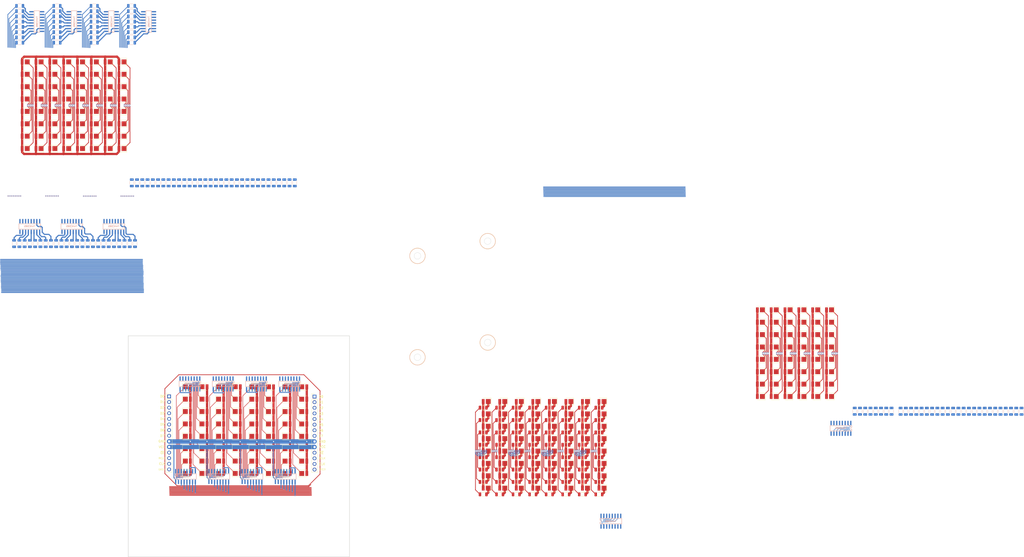
<source format=kicad_pcb>
(kicad_pcb (version 20211014) (generator pcbnew)
  (layers (0 "F.Cu" signal) (31 "B.Cu" signal) (34 "B.Paste" user) (35 "F.Paste" user) (36 "B.SilkS" user "B.Silkscreen") (37 "F.SilkS" user "F.Silkscreen") (38 "B.Mask" user) (39 "F.Mask" user) (44 "Edge.Cuts" user))
  (net 0 "")
  (net 1 "GND")
  (net 2 "VCC")
  (net 3 "CLK")
  (net 4 "OE")
  (net 5 "RESET")
  (net 6 "Q0")
  (net 7 "Q1")
  (net 8 "Q2")
  (net 9 "Q3")
  (net 10 "Q4")
  (net 11 "Q5")
  (net 12 "Q6")
  (net 13 "Q7")
  (net 14 "RCLK")
  (footprint "LED_SMD:LED_PLCC_2835" (layer "F.Cu") (at 54.35625 98.45 180)
    (fp_text reference "REF**" hide)
    (fp_text value "LED_PLCC_2835" hide)
  )
  (footprint "LED_SMD:LED_PLCC_2835" (layer "F.Cu") (at -110.25 -32.75 180)
    (fp_text reference "REF**" hide)
    (fp_text value "LED_PLCC_2835" hide)
  )
  (footprint "LED_SMD:LED_PLCC_2835" (layer "F.Cu") (at -129 -21.55 180)
    (fp_text reference "REF**" hide)
    (fp_text value "LED_PLCC_2835" hide)
  )
  (footprint "LED_SMD:LED_PLCC_2835" (layer "F.Cu") (at 197 62.6 180)
    (fp_text reference "REF**" hide)
    (fp_text value "LED_PLCC_2835" hide)
  )
  (footprint "LED_SMD:LED_PLCC_2835" (layer "F.Cu") (at 91.73125 104.0625 180)
    (fp_text reference "REF**" hide)
    (fp_text value "LED_PLCC_2835" hide)
  )
  (footprint "LED_SMD:LED_PLCC_2835" (layer "F.Cu") (at -73.2 91.8)
    (fp_text reference "REF**" hide)
    (fp_text value "LED_PLCC_2835" hide)
  )
  (footprint "LED_SMD:LED_PLCC_2835" (layer "F.Cu") (at -58.175 91.8)
    (fp_text reference "REF**" hide)
    (fp_text value "LED_PLCC_2835" hide)
  )
  (footprint "Resistor_SMD:R_1206_3216Metric" (layer "F.Cu") (at 105.30625 129.26875 180)
    (fp_text reference "REF**" hide)
    (fp_text value "R_1206_3216Metric")
  )
  (footprint "LED_SMD:LED_PLCC_2835" (layer "F.Cu") (at 84.25625 109.65625 180)
    (fp_text reference "REF**" hide)
    (fp_text value "LED_PLCC_2835" hide)
  )
  (footprint "LED_SMD:LED_PLCC_2835" (layer "F.Cu") (at 184.5 73.8 180)
    (fp_text reference "REF**" hide)
    (fp_text value "LED_PLCC_2835" hide)
  )
  (footprint "LED_SMD:LED_PLCC_2835" (layer "F.Cu") (at -65.7 108.6)
    (fp_text reference "REF**" hide)
    (fp_text value "LED_PLCC_2835" hide)
  )
  (footprint "LED_SMD:LED_PLCC_2835" (layer "F.Cu") (at 54.35625 109.65 180)
    (fp_text reference "REF**" hide)
    (fp_text value "LED_PLCC_2835" hide)
  )
  (footprint "LED_SMD:LED_PLCC_2835" (layer "F.Cu") (at 184.5 85 180)
    (fp_text reference "REF**" hide)
    (fp_text value "LED_PLCC_2835" hide)
  )
  (footprint "Resistor_SMD:R_1206_3216Metric" (layer "F.Cu") (at 75.40625 134.8625 180)
    (fp_text reference "REF**" hide)
    (fp_text value "R_1206_3216Metric")
  )
  (footprint "LED_SMD:LED_PLCC_2835" (layer "F.Cu") (at -35.65 131.025)
    (fp_text reference "REF**" hide)
    (fp_text value "LED_PLCC_2835" hide)
  )
  (footprint "Resistor_SMD:R_1206_3216Metric" (layer "F.Cu") (at 105.30625 118.06875 180)
    (fp_text reference "REF**" hide)
    (fp_text value "R_1206_3216Metric")
  )
  (footprint "LED_SMD:LED_PLCC_2835" (layer "F.Cu") (at 184.5 57 180)
    (fp_text reference "REF**" hide)
    (fp_text value "LED_PLCC_2835" hide)
  )
  (footprint "LED_SMD:LED_PLCC_2835" (layer "F.Cu") (at 99.20625 120.8625 180)
    (fp_text reference "REF**" hide)
    (fp_text value "LED_PLCC_2835" hide)
  )
  (footprint "Resistor_SMD:R_1206_3216Metric" (layer "F.Cu") (at 82.88125 140.4625 180)
    (fp_text reference "REF**" hide)
    (fp_text value "R_1206_3216Metric")
  )
  (footprint "Resistor_SMD:R_1206_3216Metric" (layer "F.Cu") (at 82.88125 123.65625 180)
    (fp_text reference "REF**" hide)
    (fp_text value "R_1206_3216Metric")
  )
  (footprint "LED_SMD:LED_PLCC_2835" (layer "F.Cu") (at -35.65 125.425)
    (fp_text reference "REF**" hide)
    (fp_text value "LED_PLCC_2835" hide)
  )
  (footprint "LED_SMD:LED_PLCC_2835" (layer "F.Cu") (at 84.25625 98.45625 180)
    (fp_text reference "REF**" hide)
    (fp_text value "LED_PLCC_2835" hide)
  )
  (footprint "Resistor_SMD:R_1206_3216Metric" (layer "F.Cu") (at 75.40625 118.0625 180)
    (fp_text reference "REF**" hide)
    (fp_text value "R_1206_3216Metric")
  )
  (footprint "LED_SMD:LED_PLCC_2835" (layer "F.Cu") (at -50.675 103.025)
    (fp_text reference "REF**" hide)
    (fp_text value "LED_PLCC_2835" hide)
  )
  (footprint "Resistor_SMD:R_1206_3216Metric" (layer "F.Cu") (at 82.88125 118.05625 180)
    (fp_text reference "REF**" hide)
    (fp_text value "R_1206_3216Metric")
  )
  (footprint "LED_SMD:LED_PLCC_2835" (layer "F.Cu") (at -135.25 -38.35 180)
    (fp_text reference "REF**" hide)
    (fp_text value "LED_PLCC_2835" hide)
  )
  (footprint "Resistor_SMD:R_1206_3216Metric" (layer "F.Cu") (at 75.40625 140.46875 180)
    (fp_text reference "REF**" hide)
    (fp_text value "R_1206_3216Metric")
  )
  (footprint "LED_SMD:LED_PLCC_2835" (layer "F.Cu") (at 69.30625 137.65625 180)
    (fp_text reference "REF**" hide)
    (fp_text value "LED_PLCC_2835" hide)
  )
  (footprint "LED_SMD:LED_PLCC_2835" (layer "F.Cu") (at 106.68125 137.66875 180)
    (fp_text reference "REF**" hide)
    (fp_text value "LED_PLCC_2835" hide)
  )
  (footprint "LED_SMD:LED_PLCC_2835" (layer "F.Cu") (at -80.725 108.6)
    (fp_text reference "REF**" hide)
    (fp_text value "LED_PLCC_2835" hide)
  )
  (footprint "LED_SMD:LED_PLCC_2835" (layer "F.Cu") (at -154 -27.15 180)
    (fp_text reference "REF**" hide)
    (fp_text value "LED_PLCC_2835" hide)
  )
  (footprint "Resistor_SMD:R_1206_3216Metric" (layer "F.Cu") (at 67.93125 118.05625 180)
    (fp_text reference "REF**" hide)
    (fp_text value "R_1206_3216Metric")
  )
  (footprint "LED_SMD:LED_PLCC_2835" (layer "F.Cu") (at 190.75 96.2 180)
    (fp_text reference "REF**" hide)
    (fp_text value "LED_PLCC_2835" hide)
  )
  (footprint "LED_SMD:LED_PLCC_2835" (layer "F.Cu") (at -28.125 108.625)
    (fp_text reference "REF**" hide)
    (fp_text value "LED_PLCC_2835" hide)
  )
  (footprint "Resistor_SMD:R_1206_3216Metric" (layer "F.Cu") (at 60.45625 134.85625 180)
    (fp_text reference "REF**" hide)
    (fp_text value "R_1206_3216Metric")
  )
  (footprint "LED_SMD:LED_PLCC_2835" (layer "F.Cu") (at -110.25 -27.15 180)
    (fp_text reference "REF**" hide)
    (fp_text value "LED_PLCC_2835" hide)
  )
  (footprint "LED_SMD:LED_PLCC_2835" (layer "F.Cu") (at 84.25625 132.05625 180)
    (fp_text reference "REF**" hide)
    (fp_text value "LED_PLCC_2835" hide)
  )
  (footprint "LED_SMD:LED_PLCC_2835" (layer "F.Cu") (at -28.125 97.425)
    (fp_text reference "REF**" hide)
    (fp_text value "LED_PLCC_2835" hide)
  )
  (footprint "LED_SMD:LED_PLCC_2835" (layer "F.Cu") (at -129 -32.75 180)
    (fp_text reference "REF**" hide)
    (fp_text value "LED_PLCC_2835" hide)
  )
  (footprint "LED_SMD:LED_PLCC_2835" (layer "F.Cu") (at 61.83125 115.25625 180)
    (fp_text reference "REF**" hide)
    (fp_text value "LED_PLCC_2835" hide)
  )
  (footprint "Resistor_SMD:R_1206_3216Metric" (layer "F.Cu") (at 97.83125 106.8625 180)
    (fp_text reference "REF**" hide)
    (fp_text value "R_1206_3216Metric")
  )
  (footprint "LED_SMD:LED_PLCC_2835" (layer "F.Cu") (at -35.65 119.825)
    (fp_text reference "REF**" hide)
    (fp_text value "LED_PLCC_2835" hide)
  )
  (footprint "LED_SMD:LED_PLCC_2835" (layer "F.Cu") (at -110.25 -21.55 180)
    (fp_text reference "REF**" hide)
    (fp_text value "LED_PLCC_2835" hide)
  )
  (footprint "LED_SMD:LED_PLCC_2835" (layer "F.Cu") (at 203.25 62.6 180)
    (fp_text reference "REF**" hide)
    (fp_text value "LED_PLCC_2835" hide)
  )
  (footprint "LED_SMD:LED_PLCC_2835" (layer "F.Cu") (at 69.30625 109.65625 180)
    (fp_text reference "REF**" hide)
    (fp_text value "LED_PLCC_2835" hide)
  )
  (footprint "LED_SMD:LED_PLCC_2835" (layer "F.Cu") (at 106.68125 132.06875 180)
    (fp_text reference "REF**" hide)
    (fp_text value "LED_PLCC_2835" hide)
  )
  (footprint "Resistor_SMD:R_1206_3216Metric" (layer "F.Cu") (at 82.88125 112.45625 180)
    (fp_text reference "REF**" hide)
    (fp_text value "R_1206_3216Metric")
  )
  (footprint "LED_SMD:LED_PLCC_2835" (layer "F.Cu") (at -65.7 131)
    (fp_text reference "REF**" hide)
    (fp_text value "LED_PLCC_2835" hide)
  )
  (footprint "LED_SMD:LED_PLCC_2835" (layer "F.Cu") (at -80.725 125.4)
    (fp_text reference "REF**" hide)
    (fp_text value "LED_PLCC_2835" hide)
  )
  (footprint "LED_SMD:LED_PLCC_2835" (layer "F.Cu") (at -154 -38.35 180)
    (fp_text reference "REF**" hide)
    (fp_text value "LED_PLCC_2835" hide)
  )
  (footprint "LED_SMD:LED_PLCC_2835" (layer "F.Cu") (at 197 90.6 180)
    (fp_text reference "REF**" hide)
    (fp_text value "LED_PLCC_2835" hide)
  )
  (footprint "LED_SMD:LED_PLCC_2835" (layer "F.Cu") (at 91.73125 137.6625 180)
    (fp_text reference "REF**" hide)
    (fp_text value "LED_PLCC_2835" hide)
  )
  (footprint "Resistor_SMD:R_1206_3216Metric" (layer "F.Cu") (at 75.40625 129.2625 180)
    (fp_text reference "REF**" hide)
    (fp_text value "R_1206_3216Metric")
  )
  (footprint "LED_SMD:LED_PLCC_2835" (layer "F.Cu") (at -135.25 -32.75 180)
    (fp_text reference "REF**" hide)
    (fp_text value "LED_PLCC_2835" hide)
  )
  (footprint "Resistor_SMD:R_1206_3216Metric" (layer "F.Cu") (at 67.93125 106.85625 180)
    (fp_text reference "REF**" hide)
    (fp_text value "R_1206_3216Metric")
  )
  (footprint "LED_SMD:LED_PLCC_2835" (layer "F.Cu") (at -80.725 119.8)
    (fp_text reference "REF**" hide)
    (fp_text value "LED_PLCC_2835" hide)
  )
  (footprint "Resistor_SMD:R_1206_3216Metric" (layer "F.Cu") (at 60.45625 123.65625 180)
    (fp_text reference "REF**" hide)
    (fp_text value "R_1206_3216Metric")
  )
  (footprint "LED_SMD:LED_PLCC_2835" (layer "F.Cu") (at -116.5 -27.15 180)
    (fp_text reference "REF**" hide)
    (fp_text value "LED_PLCC_2835" hide)
  )
  (footprint "LED_SMD:LED_PLCC_2835" (layer "F.Cu") (at -35.65 114.225)
    (fp_text reference "REF**" hide)
    (fp_text value "LED_PLCC_2835" hide)
  )
  (footprint "LED_SMD:LED_PLCC_2835" (layer "F.Cu") (at -28.125 114.225)
    (fp_text reference "REF**" hide)
    (fp_text value "LED_PLCC_2835" hide)
  )
  (footprint "LED_SMD:LED_PLCC_2835" (layer "F.Cu") (at -58.175 97.4)
    (fp_text reference "REF**" hide)
    (fp_text value "LED_PLCC_2835" hide)
  )
  (footprint "LED_SMD:LED_PLCC_2835" (layer "F.Cu") (at 184.5 79.4 180)
    (fp_text reference "REF**" hide)
    (fp_text value "LED_PLCC_2835" hide)
  )
  (footprint "LED_SMD:LED_PLCC_2835" (layer "F.Cu") (at 178.25 68.2 180)
    (fp_text reference "REF**" hide)
    (fp_text value "LED_PLCC_2835" hide)
  )
  (footprint "LED_SMD:LED_PLCC_2835" (layer "F.Cu") (at -43.15 125.425)
    (fp_text reference "REF**" hide)
    (fp_text value "LED_PLCC_2835" hide)
  )
  (footprint "LED_SMD:LED_PLCC_2835" (layer "F.Cu") (at -135.25 -55.15 180)
    (fp_text reference "REF**" hide)
    (fp_text value "LED_PLCC_2835" hide)
  )
  (footprint "LED_SMD:LED_PLCC_2835" (layer "F.Cu") (at -58.175 125.4)
    (fp_text reference "REF**" hide)
    (fp_text value "LED_PLCC_2835" hide)
  )
  (footprint "LED_SMD:LED_PLCC_2835" (layer "F.Cu") (at -141.5 -32.75 180)
    (fp_text reference "REF**" hide)
    (fp_text value "LED_PLCC_2835" hide)
  )
  (footprint "LED_SMD:LED_PLCC_2835" (layer "F.Cu") (at -43.15 108.625)
    (fp_text reference "REF**" hide)
    (fp_text value "LED_PLCC_2835" hide)
  )
  (footprint "LED_SMD:LED_PLCC_2835" (layer "F.Cu") (at 209.5 79.4 180)
    (fp_text reference "REF**" hide)
    (fp_text value "LED_PLCC_2835" hide)
  )
  (footprint "LED_SMD:LED_PLCC_2835" (layer "F.Cu") (at -28.125 103.025)
    (fp_text reference "REF**" hide)
    (fp_text value "LED_PLCC_2835" hide)
  )
  (footprint "LED_SMD:LED_PLCC_2835" (layer "F.Cu") (at -116.5 -32.75 180)
    (fp_text reference "REF**" hide)
    (fp_text value "LED_PLCC_2835" hide)
  )
  (footprint "LED_SMD:LED_PLCC_2835" (layer "F.Cu") (at 106.68125 98.46875 180)
    (fp_text reference "REF**" hide)
    (fp_text value "LED_PLCC_2835" hide)
  )
  (footprint "LED_SMD:LED_PLCC_2835" (layer "F.Cu") (at 190.75 62.6 180)
    (fp_text reference "REF**" hide)
    (fp_text value "LED_PLCC_2835" hide)
  )
  (footprint "LED_SMD:LED_PLCC_2835" (layer "F.Cu") (at -129 -15.95 180)
    (fp_text reference "REF**" hide)
    (fp_text value "LED_PLCC_2835" hide)
  )
  (footprint "Resistor_SMD:R_1206_3216Metric" (layer "F.Cu") (at 105.30625 112.46875 180)
    (fp_text reference "REF**" hide)
    (fp_text value "R_1206_3216Metric")
  )
  (footprint "LED_SMD:LED_PLCC_2835" (layer "F.Cu") (at 106.68125 115.26875 180)
    (fp_text reference "REF**" hide)
    (fp_text value "LED_PLCC_2835" hide)
  )
  (footprint "LED_SMD:LED_PLCC_2835" (layer "F.Cu") (at 209.5 85 180)
    (fp_text reference "REF**" hide)
    (fp_text value "LED_PLCC_2835" hide)
  )
  (footprint "LED_SMD:LED_PLCC_2835" (layer "F.Cu") (at 209.5 57 180)
    (fp_text reference "REF**" hide)
    (fp_text value "LED_PLCC_2835" hide)
  )
  (footprint "LED_SMD:LED_PLCC_2835" (layer "F.Cu") (at -43.15 131.025)
    (fp_text reference "REF**" hide)
    (fp_text value "LED_PLCC_2835" hide)
  )
  (footprint "LED_SMD:LED_PLCC_2835" (layer "F.Cu") (at 178.25 90.6 180)
    (fp_text reference "REF**" hide)
    (fp_text value "LED_PLCC_2835" hide)
  )
  (footprint "Resistor_SMD:R_1206_3216Metric" (layer "F.Cu") (at 52.98125 123.65 180)
    (fp_text reference "REF**" hide)
    (fp_text value "R_1206_3216Metric")
  )
  (footprint "Resistor_SMD:R_1206_3216Metric" (layer "F.Cu") (at 67.93125 134.85625 180)
    (fp_text reference "REF**" hide)
    (fp_text value "R_1206_3216Metric")
  )
  (footprint "LED_SMD:LED_PLCC_2835" (layer "F.Cu") (at 76.78125 98.4625 180)
    (fp_text reference "REF**" hide)
    (fp_text value "LED_PLCC_2835" hide)
  )
  (footprint "LED_SMD:LED_PLCC_2835" (layer "F.Cu") (at 203.25 57 180)
    (fp_text reference "REF**" hide)
    (fp_text value "LED_PLCC_2835" hide)
  )
  (footprint "LED_SMD:LED_PLCC_2835" (layer "F.Cu") (at -135.25 -27.15 180)
    (fp_text reference "REF**" hide)
    (fp_text value "LED_PLCC_2835" hide)
  )
  (footprint "LED_SMD:LED_PLCC_2835" (layer "F.Cu") (at -141.5 -15.95 180)
    (fp_text reference "REF**" hide)
    (fp_text value "LED_PLCC_2835" hide)
  )
  (footprint "LED_SMD:LED_PLCC_2835" (layer "F.Cu") (at -58.175 103)
    (fp_text reference "REF**" hide)
    (fp_text value "LED_PLCC_2835" hide)
  )
  (footprint "LED_SMD:LED_PLCC_2835" (layer "F.Cu") (at -135.25 -21.55 180)
    (fp_text reference "REF**" hide)
    (fp_text value "LED_PLCC_2835" hide)
  )
  (footprint "LED_SMD:LED_PLCC_2835" (layer "F.Cu") (at 203.25 79.4 180)
    (fp_text reference "REF**" hide)
    (fp_text value "LED_PLCC_2835" hide)
  )
  (footprint "LED_SMD:LED_PLCC_2835" (layer "F.Cu") (at -147.75 -15.95 180)
    (fp_text reference "REF**" hide)
    (fp_text value "LED_PLCC_2835" hide)
  )
  (footprint "Resistor_SMD:R_1206_3216Metric" (layer "F.Cu") (at 52.98125 101.25 180)
    (fp_text reference "REF**" hide)
    (fp_text value "R_1206_3216Metric")
  )
  (footprint "LED_SMD:LED_PLCC_2835" (layer "F.Cu") (at 61.83125 126.45625 180)
    (fp_text reference "REF**" hide)
    (fp_text value "LED_PLCC_2835" hide)
  )
  (footprint "LED_SMD:LED_PLCC_2835" (layer "F.Cu") (at -129 -55.15 180)
    (fp_text reference "REF**" hide)
    (fp_text value "LED_PLCC_2835" hide)
  )
  (footprint "LED_SMD:LED_PLCC_2835" (layer "F.Cu") (at -73.2 108.6)
    (fp_text reference "REF**" hide)
    (fp_text value "LED_PLCC_2835" hide)
  )
  (footprint "LED_SMD:LED_PLCC_2835" (layer "F.Cu") (at 203.25 96.2 180)
    (fp_text reference "REF**" hide)
    (fp_text value "LED_PLCC_2835" hide)
  )
  (footprint "Resistor_SMD:R_1206_3216Metric" (layer "F.Cu") (at 52.98125 106.85 180)
    (fp_text reference "REF**" hide)
    (fp_text value "R_1206_3216Metric")
  )
  (footprint "Resistor_SMD:R_1206_3216Metric" (layer "F.Cu") (at 52.98125 129.25 180)
    (fp_text reference "REF**" hide)
    (fp_text value "R_1206_3216Metric")
  )
  (footprint "LED_SMD:LED_PLCC_2835" (layer "F.Cu") (at -80.725 97.4)
    (fp_text reference "REF**" hide)
    (fp_text value "LED_PLCC_2835" hide)
  )
  (footprint "LED_SMD:LED_PLCC_2835" (layer "F.Cu") (at 209.5 90.6 180)
    (fp_text reference "REF**" hide)
    (fp_text value "LED_PLCC_2835" hide)
  )
  (footprint "Resistor_SMD:R_1206_3216Metric" (layer "F.Cu") (at 90.35625 123.6625 180)
    (fp_text reference "REF**" hide)
    (fp_text value "R_1206_3216Metric")
  )
  (footprint "LED_SMD:LED_PLCC_2835" (layer "F.Cu") (at -50.675 108.625)
    (fp_text reference "REF**" hide)
    (fp_text value "LED_PLCC_2835" hide)
  )
  (footprint "LED_SMD:LED_PLCC_2835" (layer "F.Cu") (at 69.30625 126.45625 180)
    (fp_text reference "REF**" hide)
    (fp_text value "LED_PLCC_2835" hide)
  )
  (footprint "LED_SMD:LED_PLCC_2835" (layer "F.Cu") (at 76.78125 120.8625 180)
    (fp_text reference "REF**" hide)
    (fp_text value "LED_PLCC_2835" hide)
  )
  (footprint "LED_SMD:LED_PLCC_2835" (layer "F.Cu") (at -58.175 114.2)
    (fp_text reference "REF**" hide)
    (fp_text value "LED_PLCC_2835" hide)
  )
  (footprint "LED_SMD:LED_PLCC_2835" (layer "F.Cu") (at 54.35625 120.85 180)
    (fp_text reference "REF**" hide)
    (fp_text value "LED_PLCC_2835" hide)
  )
  (footprint "LED_SMD:LED_PLCC_2835" (layer "F.Cu") (at -80.725 131)
    (fp_text reference "REF**" hide)
    (fp_text value "LED_PLCC_2835" hide)
  )
  (footprint "LED_SMD:LED_PLCC_2835" (layer "F.Cu") (at -154 -32.75 180)
    (fp_text reference "REF**" hide)
    (fp_text value "LED_PLCC_2835" hide)
  )
  (footprint "LED_SMD:LED_PLCC_2835" (layer "F.Cu") (at 203.25 73.8 180)
    (fp_text reference "REF**" hide)
    (fp_text value "LED_PLCC_2835" hide)
  )
  (footprint "LED_SMD:LED_PLCC_2835" (layer "F.Cu") (at 184.5 90.6 180)
    (fp_text reference "REF**" hide)
    (fp_text value "LED_PLCC_2835" hide)
  )
  (footprint "LED_SMD:LED_PLCC_2835" (layer "F.Cu") (at -122.75 -38.35 180)
    (fp_text reference "REF**" hide)
    (fp_text value "LED_PLCC_2835" hide)
  )
  (footprint "LED_SMD:LED_PLCC_2835" (layer "F.Cu") (at 69.30625 104.05625 180)
    (fp_text reference "REF**" hide)
    (fp_text value "LED_PLCC_2835" hide)
  )
  (footprint "LED_SMD:LED_PLCC_2835" (layer "F.Cu") (at -129 -38.35 180)
    (fp_text reference "REF**" hide)
    (fp_text value "LED_PLCC_2835" hide)
  )
  (footprint "LED_SMD:LED_PLCC_2835" (layer "F.Cu") (at -154 -43.95 180)
    (fp_text reference "REF**" hide)
    (fp_text value "LED_PLCC_2835" hide)
  )
  (footprint "LED_SMD:LED_PLCC_2835" (layer "F.Cu") (at 203.25 90.6 180)
    (fp_text reference "REF**" hide)
    (fp_text value "LED_PLCC_2835" hide)
  )
  (footprint "LED_SMD:LED_PLCC_2835" (layer "F.Cu") (at 209.5 62.6 180)
    (fp_text reference "REF**" hide)
    (fp_text value "LED_PLCC_2835" hide)
  )
  (footprint "LED_SMD:LED_PLCC_2835" (layer "F.Cu") (at 184.5 68.2 180)
    (fp_text reference "REF**" hide)
    (fp_text value "LED_PLCC_2835" hide)
  )
  (footprint "Resistor_SMD:R_1206_3216Metric" (layer "F.Cu") (at 82.88125 129.25625 180)
    (fp_text reference "REF**" hide)
    (fp_text value "R_1206_3216Metric")
  )
  (footprint "LED_SMD:LED_PLCC_2835" (layer "F.Cu") (at -147.75 -43.95 180)
    (fp_text reference "REF**" hide)
    (fp_text value "LED_PLCC_2835" hide)
  )
  (footprint "LED_SMD:LED_PLCC_2835" (layer "F.Cu") (at -110.25 -55.15 180)
    (fp_text reference "REF**" hide)
    (fp_text value "LED_PLCC_2835" hide)
  )
  (footprint "LED_SMD:LED_PLCC_2835" (layer "F.Cu") (at -80.725 91.8)
    (fp_text reference "REF**" hide)
    (fp_text value "LED_PLCC_2835" hide)
  )
  (footprint "LED_SMD:LED_PLCC_2835" (layer "F.Cu") (at 106.68125 120.86875 180)
    (fp_text reference "REF**" hide)
    (fp_text value "LED_PLCC_2835" hide)
  )
  (footprint "Resistor_SMD:R_1206_3216Metric" (layer "F.Cu") (at 75.40625 101.2625 180)
    (fp_text reference "REF**" hide)
    (fp_text value "R_1206_3216Metric")
  )
  (footprint "LED_SMD:LED_PLCC_2835" (layer "F.Cu") (at 61.83125 137.65625 180)
    (fp_text reference "REF**" hide)
    (fp_text value "LED_PLCC_2835" hide)
  )
  (footprint "LED_SMD:LED_PLCC_2835" (layer "F.Cu") (at -141.5 -21.55 180)
    (fp_text reference "REF**" hide)
    (fp_text value "LED_PLCC_2835" hide)
  )
  (footprint "Resistor_SMD:R_1206_3216Metric" (layer "F.Cu") (at 67.93125 129.25625 180)
    (fp_text reference "REF**" hide)
    (fp_text value "R_1206_3216Metric")
  )
  (footprint "LED_SMD:LED_PLCC_2835" (layer "F.Cu") (at 91.73125 132.0625 180)
    (fp_text reference "REF**" hide)
    (fp_text value "LED_PLCC_2835" hide)
  )
  (footprint "LED_SMD:LED_PLCC_2835" (layer "F.Cu") (at 197 96.2 180)
    (fp_text reference "REF**" hide)
    (fp_text value "LED_PLCC_2835" hide)
  )
  (footprint "LED_SMD:LED_PLCC_2835" (layer "F.Cu") (at -122.75 -15.95 180)
    (fp_text reference "REF**" hide)
    (fp_text value "LED_PLCC_2835" hide)
  )
  (footprint "Resistor_SMD:R_1206_3216Metric" (layer "F.Cu") (at 97.83125 134.8625 180)
    (fp_text reference "REF**" hide)
    (fp_text value "R_1206_3216Metric")
  )
  (footprint "LED_SMD:LED_PLCC_2835" (layer "F.Cu") (at 54.35625 132.05 180)
    (fp_text reference "REF**" hide)
    (fp_text value "LED_PLCC_2835" hide)
  )
  (footprint "Resistor_SMD:R_1206_3216Metric" (layer "F.Cu") (at 60.45625 118.05625 180)
    (fp_text reference "REF**" hide)
    (fp_text value "R_1206_3216Metric")
  )
  (footprint "LED_SMD:LED_PLCC_2835" (layer "F.Cu") (at 106.68125 104.06875 180)
    (fp_text reference "REF**" hide)
    (fp_text value "LED_PLCC_2835" hide)
  )
  (footprint "LED_SMD:LED_PLCC_2835" (layer "F.Cu") (at 106.68125 109.66875 180)
    (fp_text reference "REF**" hide)
    (fp_text value "LED_PLCC_2835" hide)
  )
  (footprint "LED_SMD:LED_PLCC_2835" (layer "F.Cu") (at -35.65 103.025)
    (fp_text reference "REF**" hide)
    (fp_text value "LED_PLCC_2835" hide)
  )
  (footprint "LED_SMD:LED_PLCC_2835" (layer "F.Cu") (at 84.25625 126.45625 180)
    (fp_text reference "REF**" hide)
    (fp_text value "LED_PLCC_2835" hide)
  )
  (footprint "LED_SMD:LED_PLCC_2835" (layer "F.Cu") (at 69.30625 120.85625 180)
    (fp_text reference "REF**" hide)
    (fp_text value "LED_PLCC_2835" hide)
  )
  (footprint "LED_SMD:LED_PLCC_2835" (layer "F.Cu") (at 54.35625 137.65 180)
    (fp_text reference "REF**" hide)
    (fp_text value "LED_PLCC_2835" hide)
  )
  (footprint "LED_SMD:LED_PLCC_2835" (layer "F.Cu") (at -141.5 -43.95 180)
    (fp_text reference "REF**" hide)
    (fp_text value "LED_PLCC_2835" hide)
  )
  (footprint "LED_SMD:LED_PLCC_2835" (layer "F.Cu") (at -73.2 114.2)
    (fp_text reference "REF**" hide)
    (fp_text value "LED_PLCC_2835" hide)
  )
  (footprint "LED_SMD:LED_PLCC_2835" (layer "F.Cu") (at 61.83125 120.85625 180)
    (fp_text reference "REF**" hide)
    (fp_text value "LED_PLCC_2835" hide)
  )
  (footprint "Resistor_SMD:R_1206_3216Metric" (layer "F.Cu") (at 75.40625 112.4625 180)
    (fp_text reference "REF**" hide)
    (fp_text value "R_1206_3216Metric")
  )
  (footprint "Resistor_SMD:R_1206_3216Metric" (layer "F.Cu") (at 60.45625 106.85625 180)
    (fp_text reference "REF**" hide)
    (fp_text value "R_1206_3216Metric")
  )
  (footprint "Resistor_SMD:R_1206_3216Metric" (layer "F.Cu") (at 90.35625 101.2625 180)
    (fp_text reference "REF**" hide)
    (fp_text value "R_1206_3216Metric")
  )
  (footprint "LED_SMD:LED_PLCC_2835" (layer "F.Cu") (at -116.5 -49.55 180)
    (fp_text reference "REF**" hide)
    (fp_text value "LED_PLCC_2835" hide)
  )
  (footprint "LED_SMD:LED_PLCC_2835" (layer "F.Cu") (at -73.2 125.4)
    (fp_text reference "REF**" hide)
    (fp_text value "LED_PLCC_2835" hide)
  )
  (footprint "LED_SMD:LED_PLCC_2835" (layer "F.Cu") (at 91.73125 98.4625 180)
    (fp_text reference "REF**" hide)
    (fp_text value "LED_PLCC_2835" hide)
  )
  (footprint "LED_SMD:LED_PLCC_2835" (layer "F.Cu") (at 178.25 57 180)
    (fp_text reference "REF**" hide)
    (fp_text value "LED_PLCC_2835" hide)
  )
  (footprint "LED_SMD:LED_PLCC_2835" (layer "F.Cu") (at 99.20625 126.4625 180)
    (fp_text reference "REF**" hide)
    (fp_text value "LED_PLCC_2835" hide)
  )
  (footprint "LED_SMD:LED_PLCC_2835" (layer "F.Cu") (at -154 -55.15 180)
    (fp_text reference "REF**" hide)
    (fp_text value "LED_PLCC_2835" hide)
  )
  (footprint "LED_SMD:LED_PLCC_2835" (layer "F.Cu") (at -35.65 91.825)
    (fp_text reference "REF**" hide)
    (fp_text value "LED_PLCC_2835" hide)
  )
  (footprint "Resistor_SMD:R_1206_3216Metric" (layer "F.Cu") (at 90.35625 134.8625 180)
    (fp_text reference "REF**" hide)
    (fp_text value "R_1206_3216Metric")
  )
  (footprint "LED_SMD:LED_PLCC_2835" (layer "F.Cu") (at -141.5 -38.35 180)
    (fp_text reference "REF**" hide)
    (fp_text value "LED_PLCC_2835" hide)
  )
  (footprint "LED_SMD:LED_PLCC_2835" (layer "F.Cu") (at -43.15 103.025)
    (fp_text reference "REF**" hide)
    (fp_text value "LED_PLCC_2835" hide)
  )
  (footprint "Resistor_SMD:R_1206_3216Metric" (layer "F.Cu") (at 90.35625 129.2625 180)
    (fp_text reference "REF**" hide)
    (fp_text value "R_1206_3216Metric")
  )
  (footprint "Resistor_SMD:R_1206_3216Metric" (layer "F.Cu") (at 97.83125 118.0625 180)
    (fp_text reference "REF**" hide)
    (fp_text value "R_1206_3216Metric")
  )
  (footprint "LED_SMD:LED_PLCC_2835" (layer "F.Cu") (at -73.2 131)
    (fp_text reference "REF**" hide)
    (fp_text value "LED_PLCC_2835" hide)
  )
  (footprint "Resistor_SMD:R_1206_3216Metric" (layer "F.Cu") (at 60.45625 140.4625 180)
    (fp_text reference "REF**" hide)
    (fp_text value "R_1206_3216Metric")
  )
  (footprint "Resistor_SMD:R_1206_3216Metric" (layer "F.Cu") (at 52.98125 140.45625 180)
    (fp_text reference "REF**" hide)
    (fp_text value "R_1206_3216Metric")
  )
  (footprint "Resistor_SMD:R_1206_3216Metric" (layer "F.Cu") (at 82.88125 106.85625 180)
    (fp_text reference "REF**" hide)
    (fp_text value "R_1206_3216Metric")
  )
  (footprint "LED_SMD:LED_PLCC_2835" (layer "F.Cu") (at 197 85 180)
    (fp_text reference "REF**" hide)
    (fp_text value "LED_PLCC_2835" hide)
  )
  (footprint "LED_SMD:LED_PLCC_2835" (layer "F.Cu") (at 69.30625 98.45625 180)
    (fp_text reference "REF**" hide)
    (fp_text value "LED_PLCC_2835" hide)
  )
  (footprint "LED_SMD:LED_PLCC_2835" (layer "F.Cu") (at 203.25 68.2 180)
    (fp_text reference "REF**" hide)
    (fp_text value "LED_PLCC_2835" hide)
  )
  (footprint "LED_SMD:LED_PLCC_2835" (layer "F.Cu") (at -147.75 -49.55 180)
    (fp_text reference "REF**" hide)
    (fp_text value "LED_PLCC_2835" hide)
  )
  (footprint "LED_SMD:LED_PLCC_2835" (layer "F.Cu") (at -135.25 -43.95 180)
    (fp_text reference "REF**" hide)
    (fp_text value "LED_PLCC_2835" hide)
  )
  (footprint "LED_SMD:LED_PLCC_2835" (layer "F.Cu") (at -65.7 114.2)
    (fp_text reference "REF**" hide)
    (fp_text value "LED_PLCC_2835" hide)
  )
  (footprint "LED_SMD:LED_PLCC_2835" (layer "F.Cu") (at -43.15 97.425)
    (fp_text reference "REF**" hide)
    (fp_text value "LED_PLCC_2835" hide)
  )
  (footprint "LED_SMD:LED_PLCC_2835" (layer "F.Cu") (at -65.7 119.8)
    (fp_text reference "REF**" hide)
    (fp_text value "LED_PLCC_2835" hide)
  )
  (footprint "LED_SMD:LED_PLCC_2835" (layer "F.Cu") (at 106.68125 126.46875 180)
    (fp_text reference "REF**" hide)
    (fp_text value "LED_PLCC_2835" hide)
  )
  (footprint "LED_SMD:LED_PLCC_2835" (layer "F.Cu") (at 178.25 85 180)
    (fp_text reference "REF**" hide)
    (fp_text value "LED_PLCC_2835" hide)
  )
  (footprint "Resistor_SMD:R_1206_3216Metric" (layer "F.Cu") (at 97.83125 112.4625 180)
    (fp_text reference "REF**" hide)
    (fp_text value "R_1206_3216Metric")
  )
  (footprint "LED_SMD:LED_PLCC_2835" (layer "F.Cu") (at -147.75 -32.75 180)
    (fp_text reference "REF**" hide)
    (fp_text value "LED_PLCC_2835" hide)
  )
  (footprint "Resistor_SMD:R_1206_3216Metric" (layer "F.Cu") (at 67.93125 123.65625 180)
    (fp_text reference "REF**" hide)
    (fp_text value "R_1206_3216Metric")
  )
  (footprint "LED_SMD:LED_PLCC_2835" (layer "F.Cu") (at 54.35625 104.05 180)
    (fp_text reference "REF**" hide)
    (fp_text value "LED_PLCC_2835" hide)
  )
  (footprint "Connector_PinHeader_2.54mm:PinHeader_1x14_P2.54mm_Vertical" (layer "F.Cu") (at -88.95 96.16)
    (fp_text reference "REF**" hide)
    (fp_text value "PinHeader_1x14_P2.54mm_Vertical" hide)
  )
  (footprint "LED_SMD:LED_PLCC_2835" (layer "F.Cu") (at 76.78125 137.6625 180)
    (fp_text reference "REF**" hide)
    (fp_text value "LED_PLCC_2835" hide)
  )
  (footprint "LED_SMD:LED_PLCC_2835" (layer "F.Cu") (at 178.25 73.8 180)
    (fp_text reference "REF**" hide)
    (fp_text value "LED_PLCC_2835" hide)
  )
  (footprint "Resistor_SMD:R_1206_3216Metric" (layer "F.Cu") (at 82.88125 134.85625 180)
    (fp_text reference "REF**" hide)
    (fp_text value "R_1206_3216Metric")
  )
  (footprint "LED_SMD:LED_PLCC_2835" (layer "F.Cu") (at -28.125 131.025)
    (fp_text reference "REF**" hide)
    (fp_text value "LED_PLCC_2835" hide)
  )
  (footprint "LED_SMD:LED_PLCC_2835" (layer "F.Cu") (at -122.75 -55.15 180)
    (fp_text reference "REF**" hide)
    (fp_text value "LED_PLCC_2835" hide)
  )
  (footprint "LED_SMD:LED_PLCC_2835" (layer "F.Cu") (at -122.75 -43.95 180)
    (fp_text reference "REF**" hide)
    (fp_text value "LED_PLCC_2835" hide)
  )
  (footprint "LED_SMD:LED_PLCC_2835" (layer "F.Cu") (at -116.5 -38.35 180)
    (fp_text reference "REF**" hide)
    (fp_text value "LED_PLCC_2835" hide)
  )
  (footprint "LED_SMD:LED_PLCC_2835" (layer "F.Cu") (at -50.675 119.825)
    (fp_text reference "REF**" hide)
    (fp_text value "LED_PLCC_2835" hide)
  )
  (footprint "LED_SMD:LED_PLCC_2835" (layer "F.Cu") (at -116.5 -15.95 180)
    (fp_text reference "REF**" hide)
    (fp_text value "LED_PLCC_2835" hide)
  )
  (footprint "LED_SMD:LED_PLCC_2835" (layer "F.Cu") (at -154 -21.55 180)
    (fp_text reference "REF**" hide)
    (fp_text value "LED_PLCC_2835" hide)
  )
  (footprint "LED_SMD:LED_PLCC_2835" (layer "F.Cu") (at -65.7 91.8)
    (fp_text reference "REF**" hide)
    (fp_text value "LED_PLCC_2835" hide)
  )
  (footprint "LED_SMD:LED_PLCC_2835" (layer "F.Cu") (at -35.65 108.625)
    (fp_text reference "REF**" hide)
    (fp_text value "LED_PLCC_2835" hide)
  )
  (footprint "LED_SMD:LED_PLCC_2835" (layer "F.Cu") (at -28.125 91.825)
    (fp_text reference "REF**" hide)
    (fp_text value "LED_PLCC_2835" hide)
  )
  (footprint "LED_SMD:LED_PLCC_2835" (layer "F.Cu") (at 61.83125 132.05625 180)
    (fp_text reference "REF**" hide)
    (fp_text value "LED_PLCC_2835" hide)
  )
  (footprint "LED_SMD:LED_PLCC_2835" (layer "F.Cu") (at -135.25 -49.55 180)
    (fp_text reference "REF**" hide)
    (fp_text value "LED_PLCC_2835" hide)
  )
  (footprint "LED_SMD:LED_PLCC_2835" (layer "F.Cu") (at 209.5 68.2 180)
    (fp_text reference "REF**" hide)
    (fp_text value "LED_PLCC_2835" hide)
  )
  (footprint "LED_SMD:LED_PLCC_2835" (layer "F.Cu") (at 190.75 79.4 180)
    (fp_text reference "REF**" hide)
    (fp_text value "LED_PLCC_2835" hide)
  )
  (footprint "LED_SMD:LED_PLCC_2835" (layer "F.Cu") (at -110.25 -15.95 180)
    (fp_text reference "REF**" hide)
    (fp_text value "LED_PLCC_2835" hide)
  )
  (footprint "LED_SMD:LED_PLCC_2835" (layer "F.Cu") (at -43.15 114.225)
    (fp_text reference "REF**" hide)
    (fp_text value "LED_PLCC_2835" hide)
  )
  (footprint "LED_SMD:LED_PLCC_2835" (layer "F.Cu") (at -50.675 114.225)
    (fp_text reference "REF**" hide)
    (fp_text value "LED_PLCC_2835" hide)
  )
  (footprint "LED_SMD:LED_PLCC_2835" (layer "F.Cu") (at -110.25 -38.35 180)
    (fp_text reference "REF**" hide)
    (fp_text value "LED_PLCC_2835" hide)
  )
  (footprint "Resistor_SMD:R_1206_3216Metric" (layer "F.Cu") (at 67.93125 140.4625 180)
    (fp_text reference "REF**" hide)
    (fp_text value "R_1206_3216Metric")
  )
  (footprint "LED_SMD:LED_PLCC_2835" (layer "F.Cu") (at -50.675 131.025)
    (fp_text reference "REF**" hide)
    (fp_text value "LED_PLCC_2835" hide)
  )
  (footprint "LED_SMD:LED_PLCC_2835" (layer "F.Cu") (at 99.20625 137.6625 180)
    (fp_text reference "REF**" hide)
    (fp_text value "LED_PLCC_2835" hide)
  )
  (footprint "LED_SMD:LED_PLCC_2835" (layer "F.Cu") (at -147.75 -55.15 180)
    (fp_text reference "REF**" hide)
    (fp_text value "LED_PLCC_2835" hide)
  )
  (footprint "LED_SMD:LED_PLCC_2835" (layer "F.Cu") (at -141.5 -49.55 180)
    (fp_text reference "REF**" hide)
    (fp_text value "LED_PLCC_2835" hide)
  )
  (footprint "LED_SMD:LED_PLCC_2835" (layer "F.Cu") (at 178.25 96.2 180)
    (fp_text reference "REF**" hide)
    (fp_text value "LED_PLCC_2835" hide)
  )
  (footprint "LED_SMD:LED_PLCC_2835" (layer "F.Cu") (at -122.75 -27.15 180)
    (fp_text reference "REF**" hide)
    (fp_text value "LED_PLCC_2835" hide)
  )
  (footprint "LED_SMD:LED_PLCC_2835" (layer "F.Cu") (at 69.30625 115.25625 180)
    (fp_text reference "REF**" hide)
    (fp_text value "LED_PLCC_2835" hide)
  )
  (footprint "Resistor_SMD:R_1206_3216Metric" (layer "F.Cu") (at 75.40625 106.8625 180)
    (fp_text reference "REF**" hide)
    (fp_text value "R_1206_3216Metric")
  )
  (footprint "LED_SMD:LED_PLCC_2835" (layer "F.Cu") (at -73.2 119.8)
    (fp_text reference "REF**" hide)
    (fp_text value "LED_PLCC_2835" hide)
  )
  (footprint "Resistor_SMD:R_1206_3216Metric" (layer "F.Cu") (at 97.83125 123.6625 180)
    (fp_text reference "REF**" hide)
    (fp_text value "R_1206_3216Metric")
  )
  (footprint "Resistor_SMD:R_1206_3216Metric" (layer "F.Cu") (at 60.45625 112.45625 180)
    (fp_text reference "REF**" hide)
    (fp_text value "R_1206_3216Metric")
  )
  (footprint "LED_SMD:LED_PLCC_2835" (layer "F.Cu") (at 76.78125 126.4625 180)
    (fp_text reference "REF**" hide)
    (fp_text value "LED_PLCC_2835" hide)
  )
  (footprint "Resistor_SMD:R_1206_3216Metric" (layer "F.Cu") (at 105.30625 101.26875 180)
    (fp_text reference "REF**" hide)
    (fp_text value "R_1206_3216Metric")
  )
  (footprint "LED_SMD:LED_PLCC_2835" (layer "F.Cu") (at 84.25625 137.65625 180)
    (fp_text reference "REF**" hide)
    (fp_text value "LED_PLCC_2835" hide)
  )
  (footprint "LED_SMD:LED_PLCC_2835" (layer "F.Cu") (at -147.75 -27.15 180)
    (fp_text reference "REF**" hide)
    (fp_text value "LED_PLCC_2835" hide)
  )
  (footprint "LED_SMD:LED_PLCC_2835" (layer "F.Cu") (at 190.75 68.2 180)
    (fp_text reference "REF**" hide)
    (fp_text value "LED_PLCC_2835" hide)
  )
  (footprint "LED_SMD:LED_PLCC_2835" (layer "F.Cu") (at -80.725 114.2)
    (fp_text reference "REF**" hide)
    (fp_text value "LED_PLCC_2835" hide)
  )
  (footprint "LED_SMD:LED_PLCC_2835" (layer "F.Cu") (at 190.75 73.8 180)
    (fp_text reference "REF**" hide)
    (fp_text value "LED_PLCC_2835" hide)
  )
  (footprint "Resistor_SMD:R_1206_3216Metric" (layer "F.Cu") (at 90.35625 118.0625 180)
    (fp_text reference "REF**" hide)
    (fp_text value "R_1206_3216Metric")
  )
  (footprint "Resistor_SMD:R_1206_3216Metric" (layer "F.Cu") (at 90.35625 140.46875 180)
    (fp_text reference "REF**" hide)
    (fp_text value "R_1206_3216Metric")
  )
  (footprint "LED_SMD:LED_PLCC_2835" (layer "F.Cu") (at 91.73125 126.4625 180)
    (fp_text reference "REF**" hide)
    (fp_text value "LED_PLCC_2835" hide)
  )
  (footprint "LED_SMD:LED_PLCC_2835" (layer "F.Cu") (at -58.175 131)
    (fp_text reference "REF**" hide)
    (fp_text value "LED_PLCC_2835" hide)
  )
  (footprint "LED_SMD:LED_PLCC_2835" (layer "F.Cu") (at -154 -15.95 180)
    (fp_text reference "REF**" hide)
    (fp_text value "LED_PLCC_2835" hide)
  )
  (footprint "LED_SMD:LED_PLCC_2835" (layer "F.Cu") (at 178.25 79.4 180)
    (fp_text reference "REF**" hide)
    (fp_text value "LED_PLCC_2835" hide)
  )
  (footprint "Resistor_SMD:R_1206_3216Metric" (layer "F.Cu") (at 97.83125 140.46875 180)
    (fp_text reference "REF**" hide)
    (fp_text value "R_1206_3216Metric")
  )
  (footprint "LED_SMD:LED_PLCC_2835" (layer "F.Cu") (at -116.5 -43.95 180)
    (fp_text reference "REF**" hide)
    (fp_text value "LED_PLCC_2835" hide)
  )
  (footprint "LED_SMD:LED_PLCC_2835" (layer "F.Cu") (at -65.7 125.4)
    (fp_text reference "REF**" hide)
    (fp_text value "LED_PLCC_2835" hide)
  )
  (footprint "LED_SMD:LED_PLCC_2835" (layer "F.Cu") (at 190.75 90.6 180)
    (fp_text reference "REF**" hide)
    (fp_text value "LED_PLCC_2835" hide)
  )
  (footprint "LED_SMD:LED_PLCC_2835" (layer "F.Cu") (at 99.20625 115.2625 180)
    (fp_text reference "REF**" hide)
    (fp_text value "LED_PLCC_2835" hide)
  )
  (footprint "LED_SMD:LED_PLCC_2835" (layer "F.Cu") (at 209.5 96.2 180)
    (fp_text reference "REF**" hide)
    (fp_text value "LED_PLCC_2835" hide)
  )
  (footprint "Resistor_SMD:R_1206_3216Metric" (layer "F.Cu") (at 52.98125 134.85 180)
    (fp_text reference "REF**" hide)
    (fp_text value "R_1206_3216Metric")
  )
  (footprint "LED_SMD:LED_PLCC_2835" (layer "F.Cu") (at -116.5 -55.15 180)
    (fp_text reference "REF**" hide)
    (fp_text value "LED_PLCC_2835" hide)
  )
  (footprint "LED_SMD:LED_PLCC_2835" (layer "F.Cu") (at -122.75 -21.55 180)
    (fp_text reference "REF**" hide)
    (fp_text value "LED_PLCC_2835" hide)
  )
  (footprint "LED_SMD:LED_PLCC_2835" (layer "F.Cu") (at -147.75 -38.35 180)
    (fp_text reference "REF**" hide)
    (fp_text value "LED_PLCC_2835" hide)
  )
  (footprint "LED_SMD:LED_PLCC_2835" (layer "F.Cu") (at 184.5 96.2 180)
    (fp_text reference "REF**" hide)
    (fp_text value "LED_PLCC_2835" hide)
  )
  (footprint "Resistor_SMD:R_1206_3216Metric" (layer "F.Cu") (at 60.45625 101.25625 180)
    (fp_text reference "REF**" hide)
    (fp_text value "R_1206_3216Metric")
  )
  (footprint "LED_SMD:LED_PLCC_2835" (layer "F.Cu") (at 190.75 57 180)
    (fp_text reference "REF**" hide)
    (fp_text value "LED_PLCC_2835" hide)
  )
  (footprint "LED_SMD:LED_PLCC_2835" (layer "F.Cu") (at -122.75 -32.75 180)
    (fp_text reference "REF**" hide)
    (fp_text value "LED_PLCC_2835" hide)
  )
  (footprint "LED_SMD:LED_PLCC_2835" (layer "F.Cu") (at -147.75 -21.55 180)
    (fp_text reference "REF**" hide)
    (fp_text value "LED_PLCC_2835" hide)
  )
  (footprint "LED_SMD:LED_PLCC_2835" (layer "F.Cu") (at 76.78125 104.0625 180)
    (fp_text reference "REF**" hide)
    (fp_text value "LED_PLCC_2835" hide)
  )
  (footprint "LED_SMD:LED_PLCC_2835" (layer "F.Cu") (at 91.73125 109.6625 180)
    (fp_text reference "REF**" hide)
    (fp_text value "LED_PLCC_2835" hide)
  )
  (footprint "Resistor_SMD:R_1206_3216Metric" (layer "F.Cu") (at 52.98125 118.05 180)
    (fp_text reference "REF**" hide)
    (fp_text value "R_1206_3216Metric")
  )
  (footprint "LED_SMD:LED_PLCC_2835" (layer "F.Cu") (at 178.25 62.6 180)
    (fp_text reference "REF**" hide)
    (fp_text value "LED_PLCC_2835" hide)
  )
  (footprint "LED_SMD:LED_PLCC_2835" (layer "F.Cu") (at -110.25 -49.55 180)
    (fp_text reference "REF**" hide)
    (fp_text value "LED_PLCC_2835" hide)
  )
  (footprint "LED_SMD:LED_PLCC_2835" (layer "F.Cu") (at 84.25625 104.05625 180)
    (fp_text reference "REF**" hide)
    (fp_text value "LED_PLCC_2835" hide)
  )
  (footprint "LED_SMD:LED_PLCC_2835" (layer "F.Cu") (at 209.5 73.8 180)
    (fp_text reference "REF**" hide)
    (fp_text value "LED_PLCC_2835" hide)
  )
  (footprint "LED_SMD:LED_PLCC_2835" (layer "F.Cu") (at 54.35625 115.25 180)
    (fp_text reference "REF**" hide)
    (fp_text value "LED_PLCC_2835" hide)
  )
  (footprint "LED_SMD:LED_PLCC_2835" (layer "F.Cu") (at -65.7 97.4)
    (fp_text reference "REF**" hide)
    (fp_text value "LED_PLCC_2835" hide)
  )
  (footprint "LED_SMD:LED_PLCC_2835" (layer "F.Cu") (at -65.7 103)
    (fp_text reference "REF**" hide)
    (fp_text value "LED_PLCC_2835" hide)
  )
  (footprint "LED_SMD:LED_PLCC_2835" (layer "F.Cu") (at -135.25 -15.95 180)
    (fp_text reference "REF**" hide)
    (fp_text value "LED_PLCC_2835" hide)
  )
  (footprint "LED_SMD:LED_PLCC_2835" (layer "F.Cu") (at 184.5 62.6 180)
    (fp_text reference "REF**" hide)
    (fp_text value "LED_PLCC_2835" hide)
  )
  (footprint "LED_SMD:LED_PLCC_2835" (layer "F.Cu") (at 197 57 180)
    (fp_text reference "REF**" hide)
    (fp_text value "LED_PLCC_2835" hide)
  )
  (footprint "LED_SMD:LED_PLCC_2835" (layer "F.Cu") (at -43.15 91.825)
    (fp_text reference "REF**" hide)
    (fp_text value "LED_PLCC_2835" hide)
  )
  (footprint "LED_SMD:LED_PLCC_2835" (layer "F.Cu") (at -141.5 -55.15 180)
    (fp_text reference "REF**" hide)
    (fp_text value "LED_PLCC_2835" hide)
  )
  (footprint "Resistor_SMD:R_1206_3216Metric" (layer "F.Cu") (at 97.83125 129.2625 180)
    (fp_text reference "REF**" hide)
    (fp_text value "R_1206_3216Metric")
  )
  (footprint "Resistor_SMD:R_1206_3216Metric" (layer "F.Cu") (at 105.30625 140.475 180)
    (fp_text reference "REF**" hide)
    (fp_text value "R_1206_3216Metric")
  )
  (footprint "Resistor_SMD:R_1206_3216Metric" (layer "F.Cu") (at 52.98125 112.45 180)
    (fp_text reference "REF**" hide)
    (fp_text value "R_1206_3216Metric")
  )
  (footprint "LED_SMD:LED_PLCC_2835" (layer "F.Cu") (at 203.25 85 180)
    (fp_text reference "REF**" hide)
    (fp_text value "LED_PLCC_2835" hide)
  )
  (footprint "LED_SMD:LED_PLCC_2835" (layer "F.Cu") (at -116.5 -21.55 180)
    (fp_text reference "REF**" hide)
    (fp_text value "LED_PLCC_2835" hide)
  )
  (footprint "Resistor_SMD:R_1206_3216Metric" (layer "F.Cu") (at 105.30625 134.86875 180)
    (fp_text reference "REF**" hide)
    (fp_text value "R_1206_3216Metric")
  )
  (footprint "LED_SMD:LED_PLCC_2835" (layer "F.Cu") (at -73.2 97.4)
    (fp_text reference "REF**" hide)
    (fp_text value "LED_PLCC_2835" hide)
  )
  (footprint "LED_SMD:LED_PLCC_2835" (layer "F.Cu") (at 61.83125 104.05625 180)
    (fp_text reference "REF**" hide)
    (fp_text value "LED_PLCC_2835" hide)
  )
  (footprint "LED_SMD:LED_PLCC_2835" (layer "F.Cu") (at 61.83125 98.45625 180)
    (fp_text reference "REF**" hide)
    (fp_text value "LED_PLCC_2835" hide)
  )
  (footprint "LED_SMD:LED_PLCC_2835" (layer "F.Cu") (at 69.30625 132.05625 180)
    (fp_text reference "REF**" hide)
    (fp_text value "LED_PLCC_2835" hide)
  )
  (footprint "LED_SMD:LED_PLCC_2835" (layer "F.Cu") (at -154 -49.55 180)
    (fp_text reference "REF**" hide)
    (fp_text value "LED_PLCC_2835" hide)
  )
  (footprint "Resistor_SMD:R_1206_3216Metric" (layer "F.Cu") (at 105.30625 123.66875 180)
    (fp_text reference "REF**" hide)
    (fp_text value "R_1206_3216Metric")
  )
  (footprint "Connector_PinHeader_2.54mm:PinHeader_1x14_P2.54mm_Vertical" (layer "F.Cu") (at -23.25 96.23)
    (fp_text reference "REF**" hide)
    (fp_text value "PinHeader_1x14_P2.54mm_Vertical" hide)
  )
  (footprint "LED_SMD:LED_PLCC_2835" (layer "F.Cu") (at 99.20625 109.6625 180)
    (fp_text reference "REF**" hide)
    (fp_text value "LED_PLCC_2835" hide)
  )
  (footprint "LED_SMD:LED_PLCC_2835" (layer "F.Cu") (at -28.125 125.425)
    (fp_text reference "REF**" hide)
    (fp_text value "LED_PLCC_2835" hide)
  )
  (footprint "LED_SMD:LED_PLCC_2835" (layer "F.Cu") (at -129 -49.55 180)
    (fp_text reference "REF**" hide)
    (fp_text value "LED_PLCC_2835" hide)
  )
  (footprint "LED_SMD:LED_PLCC_2835" (layer "F.Cu") (at 99.20625 132.0625 180)
    (fp_text reference "REF**" hide)
    (fp_text value "LED_PLCC_2835" hide)
  )
  (footprint "LED_SMD:LED_PLCC_2835" (layer "F.Cu") (at 84.25625 120.85625 180)
    (fp_text reference "REF**" hide)
    (fp_text value "LED_PLCC_2835" hide)
  )
  (footprint "Resistor_SMD:R_1206_3216Metric" (layer "F.Cu") (at 90.35625 106.8625 180)
    (fp_text reference "REF**" hide)
    (fp_text value "R_1206_3216Metric")
  )
  (footprint "LED_SMD:LED_PLCC_2835" (layer "F.Cu") (at -129 -27.15 180)
    (fp_text reference "REF**" hide)
    (fp_text value "LED_PLCC_2835" hide)
  )
  (footprint "LED_SMD:LED_PLCC_2835" (layer "F.Cu") (at 54.35625 126.45 180)
    (fp_text reference "REF**" hide)
    (fp_text value "LED_PLCC_2835" hide)
  )
  (footprint "LED_SMD:LED_PLCC_2835" (layer "F.Cu") (at 99.20625 104.0625 180)
    (fp_text reference "REF**" hide)
    (fp_text value "LED_PLCC_2835" hide)
  )
  (footprint "LED_SMD:LED_PLCC_2835" (layer "F.Cu") (at 76.78125 109.6625 180)
    (fp_text reference "REF**" hide)
    (fp_text value "LED_PLCC_2835" hide)
  )
  (footprint "LED_SMD:LED_PLCC_2835" (layer "F.Cu") (at 91.73125 120.8625 180)
    (fp_text reference "REF**" hide)
    (fp_text value "LED_PLCC_2835" hide)
  )
  (footprint "LED_SMD:LED_PLCC_2835" (layer "F.Cu") (at 99.20625 98.4625 180)
    (fp_text reference "REF**" hide)
    (fp_text value "LED_PLCC_2835" hide)
  )
  (footprint "Resistor_SMD:R_1206_3216Metric" (layer "F.Cu") (at 67.93125 101.25625 180)
    (fp_text reference "REF**" hide)
    (fp_text value "R_1206_3216Metric")
  )
  (footprint "LED_SMD:LED_PLCC_2835" (layer "F.Cu") (at 197 68.2 180)
    (fp_text reference "REF**" hide)
    (fp_text value "LED_PLCC_2835" hide)
  )
  (footprint "Resistor_SMD:R_1206_3216Metric" (layer "F.Cu") (at 105.30625 106.86875 180)
    (fp_text reference "REF**" hide)
    (fp_text value "R_1206_3216Metric")
  )
  (footprint "LED_SMD:LED_PLCC_2835" (layer "F.Cu") (at 197 79.4 180)
    (fp_text reference "REF**" hide)
    (fp_text value "LED_PLCC_2835" hide)
  )
  (footprint "LED_SMD:LED_PLCC_2835" (layer "F.Cu") (at -50.675 125.425)
    (fp_text reference "REF**" hide)
    (fp_text value "LED_PLCC_2835" hide)
  )
  (footprint "LED_SMD:LED_PLCC_2835" (layer "F.Cu") (at 61.83125 109.65625 180)
    (fp_text reference "REF**" hide)
    (fp_text value "LED_PLCC_2835" hide)
  )
  (footprint "LED_SMD:LED_PLCC_2835" (layer "F.Cu") (at 76.78125 115.2625 180)
    (fp_text reference "REF**" hide)
    (fp_text value "LED_PLCC_2835" hide)
  )
  (footprint "LED_SMD:LED_PLCC_2835" (layer "F.Cu") (at -50.675 97.425)
    (fp_text reference "REF**" hide)
    (fp_text value "LED_PLCC_2835" hide)
  )
  (footprint "LED_SMD:LED_PLCC_2835" (layer "F.Cu") (at 76.78125 132.0625 180)
    (fp_text reference "REF**" hide)
    (fp_text value "LED_PLCC_2835" hide)
  )
  (footprint "LED_SMD:LED_PLCC_2835" (layer "F.Cu") (at -35.65 97.425)
    (fp_text reference "REF**" hide)
    (fp_text value "LED_PLCC_2835" hide)
  )
  (footprint "LED_SMD:LED_PLCC_2835" (layer "F.Cu") (at -73.2 103)
    (fp_text reference "REF**" hide)
    (fp_text value "LED_PLCC_2835" hide)
  )
  (footprint "LED_SMD:LED_PLCC_2835" (layer "F.Cu") (at 84.25625 115.25625 180)
    (fp_text reference "REF**" hide)
    (fp_text value "LED_PLCC_2835" hide)
  )
  (footprint "LED_SMD:LED_PLCC_2835" (layer "F.Cu") (at -28.125 119.825)
    (fp_text reference "REF**" hide)
    (fp_text value "LED_PLCC_2835" hide)
  )
  (footprint "LED_SMD:LED_PLCC_2835" (layer "F.Cu") (at 91.73125 115.2625 180)
    (fp_text reference "REF**" hide)
    (fp_text value "LED_PLCC_2835" hide)
  )
  (footprint "Resistor_SMD:R_1206_3216Metric" (layer "F.Cu") (at 82.88125 101.25625 180)
    (fp_text reference "REF**" hide)
    (fp_text value "R_1206_3216Metric")
  )
  (footprint "LED_SMD:LED_PLCC_2835" (layer "F.Cu") (at -50.675 91.825)
    (fp_text reference "REF**" hide)
    (fp_text value "LED_PLCC_2835" hide)
  )
  (footprint "Resistor_SMD:R_1206_3216Metric" (layer "F.Cu") (at 97.83125 101.2625 180)
    (fp_text reference "REF**" hide)
    (fp_text value "R_1206_3216Metric")
  )
  (footprint "Resistor_SMD:R_1206_3216Metric" (layer "F.Cu") (at 75.40625 123.6625 180)
    (fp_text reference "REF**" hide)
    (fp_text value "R_1206_3216Metric")
  )
  (footprint "Resistor_SMD:R_1206_3216Metric" (layer "F.Cu") (at 67.93125 112.45625 180)
    (fp_text reference "REF**" hide)
    (fp_text value "R_1206_3216Metric")
  )
  (footprint "LED_SMD:LED_PLCC_2835" (layer "F.Cu") (at -43.15 119.825)
    (fp_text reference "REF**" hide)
    (fp_text value "LED_PLCC_2835" hide)
  )
  (footprint "Resistor_SMD:R_1206_3216Metric" (layer "F.Cu") (at 60.45625 129.25625 180)
    (fp_text reference "REF**" hide)
    (fp_text value "R_1206_3216Metric")
  )
  (footprint "LED_SMD:LED_PLCC_2835" (layer "F.Cu") (at -58.175 108.6)
    (fp_text reference "REF**" hide)
    (fp_text value "LED_PLCC_2835" hide)
  )
  (footprint "LED_SMD:LED_PLCC_2835" (layer "F.Cu") (at -110.25 -43.95 180)
    (fp_text reference "REF**" hide)
    (fp_text value "LED_PLCC_2835" hide)
  )
  (footprint "LED_SMD:LED_PLCC_2835" (layer "F.Cu") (at -80.725 103)
    (fp_text reference "REF**" hide)
    (fp_text value "LED_PLCC_2835" hide)
  )
  (footprint "LED_SMD:LED_PLCC_2835" (layer "F.Cu") (at -141.5 -27.15 180)
    (fp_text reference "REF**" hide)
    (fp_text value "LED_PLCC_2835" hide)
  )
  (footprint "Resistor_SMD:R_1206_3216Metric" (layer "F.Cu") (at 90.35625 112.4625 180)
    (fp_text reference "REF**" hide)
    (fp_text value "R_1206_3216Metric")
  )
  (footprint "LED_SMD:LED_PLCC_2835" (layer "F.Cu") (at -122.75 -49.55 180)
    (fp_text reference "REF**" hide)
    (fp_text value "LED_PLCC_2835" hide)
  )
  (footprint "LED_SMD:LED_PLCC_2835" (layer "F.Cu") (at 197 73.8 180)
    (fp_text reference "REF**" hide)
    (fp_text value "LED_PLCC_2835" hide)
  )
  (footprint "LED_SMD:LED_PLCC_2835" (layer "F.Cu") (at 190.75 85 180)
    (fp_text reference "REF**" hide)
    (fp_text value "LED_PLCC_2835" hide)
  )
  (footprint "LED_SMD:LED_PLCC_2835" (layer "F.Cu") (at -58.175 119.8)
    (fp_text reference "REF**" hide)
    (fp_text value "LED_PLCC_2835" hide)
  )
  (footprint "LED_SMD:LED_PLCC_2835" (layer "F.Cu") (at -129 -43.95 180)
    (fp_text reference "REF**" hide)
    (fp_text value "LED_PLCC_2835" hide)
  )
  (footprint "Resistor_SMD:R_1206_3216Metric" (layer "B.Cu") (at -41.675 -0.4494 90)
    (fp_text reference "REF**" hide)
    (fp_text value "R_1206_3216Metric")
  )
  (footprint "Resistor_SMD:R_1206_3216Metric" (layer "B.Cu") (at -159 27.025 90)
    (fp_text reference "REF**" hide)
    (fp_text value "R_1206_3216Metric")
  )
  (footprint "74HC595" (layer "B.Cu") (at -115.0753 -73.3997 90)
    (fp_text reference "REF**" hide)
    (fp_text value "74HC595")
  )
  (footprint "Resistor_SMD:R_1206_3216Metric" (layer "B.Cu") (at -101.075 -0.45 90)
    (fp_text reference "REF**" hide)
    (fp_text value "R_1206_3216Metric")
  )
  (footprint "Resistor_SMD:R_1206_3216Metric" (layer "B.Cu") (at -84.45 -0.45 90)
    (fp_text reference "REF**" hide)
    (fp_text value "R_1206_3216Metric")
  )
  (footprint "Resistor_SMD:R_1206_3216Metric" (layer "B.Cu") (at 232.75 102.85 90)
    (fp_text reference "REF**" hide)
    (fp_text value "R_1206_3216Metric")
  )
  (footprint "Resistor_SMD:R_1206_3216Metric" (layer "B.Cu") (at 272.475 102.8747 90)
    (fp_text reference "REF**" hide)
    (fp_text value "R_1206_3216Metric")
  )
  (footprint "Resistor_SMD:R_1206_3216Metric" (layer "B.Cu") (at -105.9381 -80.4747)
    (fp_text reference "REF**" hide)
    (fp_text value "R_1206_3216Metric")
  )
  (footprint "Resistor_SMD:R_1206_3216Metric" (layer "B.Cu") (at 235.125 102.85 90)
    (fp_text reference "REF**" hide)
    (fp_text value "R_1206_3216Metric")
  )
  (footprint "Resistor_SMD:R_1206_3216Metric" (layer "B.Cu") (at -156.475 -75.725)
    (fp_text reference "REF**" hide)
    (fp_text value "R_1206_3216Metric")
  )
  (footprint "Resistor_SMD:R_1206_3216Metric" (layer "B.Cu") (at -140 27.025 90)
    (fp_text reference "REF**" hide)
    (fp_text value "R_1206_3216Metric")
  )
  (footprint "74HC595" (layer "B.Cu") (at 214.65 110.6 180)
    (fp_text reference "REF**" hide)
    (fp_text value "74HC595")
  )
  (footprint "Resistor_SMD:R_1206_3216Metric" (layer "B.Cu") (at -128.125 27.025 90)
    (fp_text reference "REF**" hide)
    (fp_text value "R_1206_3216Metric")
  )
  (footprint "Resistor_SMD:R_1206_3216Metric" (layer "B.Cu") (at -139.6253 -80.475)
    (fp_text reference "REF**" hide)
    (fp_text value "R_1206_3216Metric")
  )
  (footprint "Resistor_SMD:R_1206_3216Metric" (layer "B.Cu") (at 220.875 102.85 90)
    (fp_text reference "REF**" hide)
    (fp_text value "R_1206_3216Metric")
  )
  (footprint "Resistor_SMD:R_1206_3216Metric" (layer "B.Cu") (at -36.925 -0.4494 90)
    (fp_text reference "REF**" hide)
    (fp_text value "R_1206_3216Metric")
  )
  (footprint "Resistor_SMD:R_1206_3216Metric" (layer "B.Cu") (at -48.8 -0.4494 90)
    (fp_text reference "REF**" hide)
    (fp_text value "R_1206_3216Metric")
  )
  (footprint "Resistor_SMD:R_1206_3216Metric" (layer "B.Cu") (at -149.5 27.025 90)
    (fp_text reference "REF**" hide)
    (fp_text value "R_1206_3216Metric")
  )
  (footprint "Resistor_SMD:R_1206_3216Metric" (layer "B.Cu") (at 237.5 102.85 90)
    (fp_text reference "REF**" hide)
    (fp_text value "R_1206_3216Metric")
  )
  (footprint "Resistor_SMD:R_1206_3216Metric" (layer "B.Cu") (at -72.575 -0.45 90)
    (fp_text reference "REF**" hide)
    (fp_text value "R_1206_3216Metric")
  )
  (footprint "Resistor_SMD:R_1206_3216Metric" (layer "B.Cu") (at -122.7878 -80.4747)
    (fp_text reference "REF**" hide)
    (fp_text value "R_1206_3216Metric")
  )
  (footprint "74HC595" (layer "B.Cu") (at -151.925 19.3125 180)
    (fp_text reference "REF**" hide)
    (fp_text value "74HC595")
  )
  (footprint "Resistor_SMD:R_1206_3216Metric" (layer "B.Cu") (at -105.9381 -66.2247)
    (fp_text reference "REF**" hide)
    (fp_text value "R_1206_3216Metric")
  )
  (footprint "74HC595" (layer "B.Cu") (at -132.925 19.3125 180)
    (fp_text reference "REF**" hide)
    (fp_text value "74HC595")
  )
  (footprint "Resistor_SMD:R_1206_3216Metric" (layer "B.Cu") (at 265.35 102.8747 90)
    (fp_text reference "REF**" hide)
    (fp_text value "R_1206_3216Metric")
  )
  (footprint "Resistor_SMD:R_1206_3216Metric" (layer "B.Cu") (at -154.25 27.025 90)
    (fp_text reference "REF**" hide)
    (fp_text value "R_1206_3216Metric")
  )
  (footprint "Resistor_SMD:R_1206_3216Metric" (layer "B.Cu") (at 293.875 102.875 90)
    (fp_text reference "REF**" hide)
    (fp_text value "R_1206_3216Metric")
  )
  (footprint "Resistor_SMD:R_1206_3216Metric" (layer "B.Cu") (at -137.625 27.025 90)
    (fp_text reference "REF**" hide)
    (fp_text value "R_1206_3216Metric")
  )
  (footprint "Resistor_SMD:R_1206_3216Metric" (layer "B.Cu") (at -156.475 -78.1)
    (fp_text reference "REF**" hide)
    (fp_text value "R_1206_3216Metric")
  )
  (footprint "Resistor_SMD:R_1206_3216Metric" (layer "B.Cu") (at 225.625 102.85 90)
    (fp_text reference "REF**" hide)
    (fp_text value "R_1206_3216Metric")
  )
  (footprint "Resistor_SMD:R_1206_3216Metric" (layer "B.Cu") (at -130.5 27.025 90)
    (fp_text reference "REF**" hide)
    (fp_text value "R_1206_3216Metric")
  )
  (footprint "Resistor_SMD:R_1206_3216Metric" (layer "B.Cu") (at -82.075 -0.45 90)
    (fp_text reference "REF**" hide)
    (fp_text value "R_1206_3216Metric")
  )
  (footprint "Resistor_SMD:R_1206_3216Metric" (layer "B.Cu") (at 241.6 102.8744 90)
    (fp_text reference "REF**" hide)
    (fp_text value "R_1206_3216Metric")
  )
  (footprint "Resistor_SMD:R_1206_3216Metric" (layer "B.Cu") (at -121 27.0253 90)
    (fp_text reference "REF**" hide)
    (fp_text value "R_1206_3216Metric")
  )
  (footprint "74HC595" (layer "B.Cu") (at -34.4875 90.5125 180)
    (fp_text reference "REF**" hide)
    (fp_text value "74HC595")
  )
  (footprint "Resistor_SMD:R_1206_3216Metric" (layer "B.Cu") (at -34.55 -0.4494 90)
    (fp_text reference "REF**" hide)
    (fp_text value "R_1206_3216Metric")
  )
  (footprint "Resistor_SMD:R_1206_3216Metric" (layer "B.Cu") (at -147.125 27.025 90)
    (fp_text reference "REF**" hide)
    (fp_text value "R_1206_3216Metric")
  )
  (footprint "Resistor_SMD:R_1206_3216Metric" (layer "B.Cu") (at -53.575 -0.4497 90)
    (fp_text reference "REF**" hide)
    (fp_text value "R_1206_3216Metric")
  )
  (footprint "Resistor_SMD:R_1206_3216Metric" (layer "B.Cu") (at 230.375 102.85 90)
    (fp_text reference "REF**" hide)
    (fp_text value "R_1206_3216Metric")
  )
  (footprint "Resistor_SMD:R_1206_3216Metric" (layer "B.Cu") (at 248.725 102.8744 90)
    (fp_text reference "REF**" hide)
    (fp_text value "R_1206_3216Metric")
  )
  (footprint "Resistor_SMD:R_1206_3216Metric" (layer "B.Cu") (at -104.375 27.0253 90)
    (fp_text reference "REF**" hide)
    (fp_text value "R_1206_3216Metric")
  )
  (footprint "Resistor_SMD:R_1206_3216Metric" (layer "B.Cu") (at 246.35 102.8744 90)
    (fp_text reference "REF**" hide)
    (fp_text value "R_1206_3216Metric")
  )
  (footprint "Resistor_SMD:R_1206_3216Metric" (layer "B.Cu") (at -122.7878 -75.7247)
    (fp_text reference "REF**" hide)
    (fp_text value "R_1206_3216Metric")
  )
  (footprint "74HC595" (layer "B.Cu") (at -98.2256 -73.3997 90)
    (fp_text reference "REF**" hide)
    (fp_text value "74HC595")
  )
  (footprint "Resistor_SMD:R_1206_3216Metric" (layer "B.Cu") (at 228 102.85 90)
    (fp_text reference "REF**" hide)
    (fp_text value "R_1206_3216Metric")
  )
  (footprint "Resistor_SMD:R_1206_3216Metric" (layer "B.Cu") (at 253.475 102.8744 90)
    (fp_text reference "REF**" hide)
    (fp_text value "R_1206_3216Metric")
  )
  (footprint "Resistor_SMD:R_1206_3216Metric" (layer "B.Cu") (at -156.475 -66.225)
    (fp_text reference "REF**" hide)
    (fp_text value "R_1206_3216Metric")
  )
  (footprint "Resistor_SMD:R_1206_3216Metric" (layer "B.Cu") (at -122.7878 -73.3497)
    (fp_text reference "REF**" hide)
    (fp_text value "R_1206_3216Metric")
  )
  (footprint "Resistor_SMD:R_1206_3216Metric" (layer "B.Cu") (at 243.975 102.8744 90)
    (fp_text reference "REF**" hide)
    (fp_text value "R_1206_3216Metric")
  )
  (footprint "74HC595" (layer "B.Cu") (at 110.675 152.6)
    (fp_text reference "REF**" hide)
    (fp_text value "74HC595")
  )
  (footprint "Resistor_SMD:R_1206_3216Metric" (layer "B.Cu") (at -96.325 -0.45 90)
    (fp_text reference "REF**" hide)
    (fp_text value "R_1206_3216Metric")
  )
  (footprint "Resistor_SMD:R_1206_3216Metric" (layer "B.Cu") (at -122.7878 -70.9747)
    (fp_text reference "REF**" hide)
    (fp_text value "R_1206_3216Metric")
  )
  (footprint "Resistor_SMD:R_1206_3216Metric" (layer "B.Cu") (at -105.9381 -70.9747)
    (fp_text reference "REF**" hide)
    (fp_text value "R_1206_3216Metric")
  )
  (footprint "Resistor_SMD:R_1206_3216Metric" (layer "B.Cu") (at -156.475 -80.475)
    (fp_text reference "REF**" hide)
    (fp_text value "R_1206_3216Metric")
  )
  (footprint "74HC595" (layer "B.Cu") (at -113.925 19.3128 180)
    (fp_text reference "REF**" hide)
    (fp_text value "74HC595")
  )
  (footprint "Resistor_SMD:R_1206_3216Metric" (layer "B.Cu") (at -118.625 27.0253 90)
    (fp_text reference "REF**" hide)
    (fp_text value "R_1206_3216Metric")
  )
  (footprint "74HC595" (layer "B.Cu") (at -148.7625 -73.4 90)
    (fp_text reference "REF**" hide)
    (fp_text value "74HC595")
  )
  (footprint "Resistor_SMD:R_1206_3216Metric" (layer "B.Cu") (at -105.9381 -78.0997)
    (fp_text reference "REF**" hide)
    (fp_text value "R_1206_3216Metric")
  )
  (footprint "74HC595" (layer "B.Cu") (at -64.5475 90.4875 180)
    (fp_text reference "REF**" hide)
    (fp_text value "74HC595")
  )
  (footprint "Resistor_SMD:R_1206_3216Metric" (layer "B.Cu") (at -139.6253 -66.225)
    (fp_text reference "REF**" hide)
    (fp_text value "R_1206_3216Metric")
  )
  (footprint "Resistor_SMD:R_1206_3216Metric" (layer "B.Cu") (at -65.45 -0.4497 90)
    (fp_text reference "REF**" hide)
    (fp_text value "R_1206_3216Metric")
  )
  (footprint "Resistor_SMD:R_1206_3216Metric" (layer "B.Cu") (at -156.475 -68.6)
    (fp_text reference "REF**" hide)
    (fp_text value "R_1206_3216Metric")
  )
  (footprint "Resistor_SMD:R_1206_3216Metric" (layer "B.Cu") (at 286.75 102.875 90)
    (fp_text reference "REF**" hide)
    (fp_text value "R_1206_3216Metric")
  )
  (footprint "Resistor_SMD:R_1206_3216Metric" (layer "B.Cu") (at -109.125 27.0253 90)
    (fp_text reference "REF**" hide)
    (fp_text value "R_1206_3216Metric")
  )
  (footprint "Resistor_SMD:R_1206_3216Metric" (layer "B.Cu") (at -98.7 -0.45 90)
    (fp_text reference "REF**" hide)
    (fp_text value "R_1206_3216Metric")
  )
  (footprint "Resistor_SMD:R_1206_3216Metric" (layer "B.Cu") (at -39.3 -0.4494 90)
    (fp_text reference "REF**" hide)
    (fp_text value "R_1206_3216Metric")
  )
  (footprint "74HC595" (layer "B.Cu") (at -49.5125 90.5122 180)
    (fp_text reference "REF**" hide)
    (fp_text value "74HC595")
  )
  (footprint "Resistor_SMD:R_1206_3216Metric" (layer "B.Cu") (at -60.7 -0.4497 90)
    (fp_text reference "REF**" hide)
    (fp_text value "R_1206_3216Metric")
  )
  (footprint "74HC595" (layer "B.Cu") (at -66.525 132.375)
    (fp_text reference "REF**" hide)
    (fp_text value "74HC595")
  )
  (footprint "Resistor_SMD:R_1206_3216Metric" (layer "B.Cu") (at -89.2 -0.45 90)
    (fp_text reference "REF**" hide)
    (fp_text value "R_1206_3216Metric")
  )
  (footprint "Resistor_SMD:R_1206_3216Metric" (layer "B.Cu") (at -111.5 27.0253 90)
    (fp_text reference "REF**" hide)
    (fp_text value "R_1206_3216Metric")
  )
  (footprint "Resistor_SMD:R_1206_3216Metric" (layer "B.Cu") (at -135.25 27.025 90)
    (fp_text reference "REF**" hide)
    (fp_text value "R_1206_3216Metric")
  )
  (footprint "Resistor_SMD:R_1206_3216Metric" (layer "B.Cu") (at 270.1 102.8747 90)
    (fp_text reference "REF**" hide)
    (fp_text value "R_1206_3216Metric")
  )
  (footprint "Resistor_SMD:R_1206_3216Metric" (layer "B.Cu") (at -55.95 -0.4497 90)
    (fp_text reference "REF**" hide)
    (fp_text value "R_1206_3216Metric")
  )
  (footprint "Resistor_SMD:R_1206_3216Metric" (layer "B.Cu") (at -51.2 -0.4497 90)
    (fp_text reference "REF**" hide)
    (fp_text value "R_1206_3216Metric")
  )
  (footprint "Resistor_SMD:R_1206_3216Metric" (layer "B.Cu") (at -122.7878 -63.8497)
    (fp_text reference "REF**" hide)
    (fp_text value "R_1206_3216Metric")
  )
  (footprint "Resistor_SMD:R_1206_3216Metric" (layer "B.Cu") (at -139.6253 -63.85)
    (fp_text reference "REF**" hide)
    (fp_text value "R_1206_3216Metric")
  )
  (footprint "Resistor_SMD:R_1206_3216Metric" (layer "B.Cu") (at 274.85 102.8747 90)
    (fp_text reference "REF**" hide)
    (fp_text value "R_1206_3216Metric")
  )
  (footprint "Resistor_SMD:R_1206_3216Metric" (layer "B.Cu") (at 251.1 102.8744 90)
    (fp_text reference "REF**" hide)
    (fp_text value "R_1206_3216Metric")
  )
  (footprint "Resistor_SMD:R_1206_3216Metric" (layer "B.Cu") (at -139.6253 -78.1)
    (fp_text reference "REF**" hide)
    (fp_text value "R_1206_3216Metric")
  )
  (footprint "Resistor_SMD:R_1206_3216Metric" (layer "B.Cu") (at -156.475 -73.35)
    (fp_text reference "REF**" hide)
    (fp_text value "R_1206_3216Metric")
  )
  (footprint "Resistor_SMD:R_1206_3216Metric" (layer "B.Cu") (at -58.325 -0.4497 90)
    (fp_text reference "REF**" hide)
    (fp_text value "R_1206_3216Metric")
  )
  (footprint "Resistor_SMD:R_1206_3216Metric" (layer "B.Cu") (at -156.475 -63.85)
    (fp_text reference "REF**" hide)
    (fp_text value "R_1206_3216Metric")
  )
  (footprint "Resistor_SMD:R_1206_3216Metric" (layer "B.Cu") (at -105.9381 -63.8497)
    (fp_text reference "REF**" hide)
    (fp_text value "R_1206_3216Metric")
  )
  (footprint "Resistor_SMD:R_1206_3216Metric" (layer "B.Cu") (at -79.7 -0.45 90)
    (fp_text reference "REF**" hide)
    (fp_text value "R_1206_3216Metric")
  )
  (footprint "Resistor_SMD:R_1206_3216Metric" (layer "B.Cu") (at -86.825 -0.45 90)
    (fp_text reference "REF**" hide)
    (fp_text value "R_1206_3216Metric")
  )
  (footprint "Resistor_SMD:R_1206_3216Metric" (layer "B.Cu") (at -105.9381 -68.5997)
    (fp_text reference "REF**" hide)
    (fp_text value "R_1206_3216Metric")
  )
  (footprint "Resistor_SMD:R_1206_3216Metric" (layer "B.Cu") (at -32.175 -0.4494 90)
    (fp_text reference "REF**" hide)
    (fp_text value "R_1206_3216Metric")
  )
  (footprint "Resistor_SMD:R_1206_3216Metric" (layer "B.Cu") (at -67.825 -0.4497 90)
    (fp_text reference "REF**" hide)
    (fp_text value "R_1206_3216Metric")
  )
  (footprint "Resistor_SMD:R_1206_3216Metric" (layer "B.Cu") (at -77.325 -0.45 90)
    (fp_text reference "REF**" hide)
    (fp_text value "R_1206_3216Metric")
  )
  (footprint "Resistor_SMD:R_1206_3216Metric" (layer "B.Cu") (at -105.825 -0.45 90)
    (fp_text reference "REF**" hide)
    (fp_text value "R_1206_3216Metric")
  )
  (footprint "74HC595" (layer "B.Cu") (at -79.5575 90.48485 180)
    (fp_text reference "REF**" hide)
    (fp_text value "74HC595")
  )
  (footprint "Resistor_SMD:R_1206_3216Metric" (layer "B.Cu") (at -156.625 27.025 90)
    (fp_text reference "REF**" hide)
    (fp_text value "R_1206_3216Metric")
  )
  (footprint "Resistor_SMD:R_1206_3216Metric" (layer "B.Cu") (at -74.95 -0.45 90)
    (fp_text reference "REF**" hide)
    (fp_text value "R_1206_3216Metric")
  )
  (footprint "Resistor_SMD:R_1206_3216Metric" (layer "B.Cu") (at -106.75 27.0253 90)
    (fp_text reference "REF**" hide)
    (fp_text value "R_1206_3216Metric")
  )
  (footprint "Resistor_SMD:R_1206_3216Metric" (layer "B.Cu") (at 279.625 102.875 90)
    (fp_text reference "REF**" hide)
    (fp_text value "R_1206_3216Metric")
  )
  (footprint "Resistor_SMD:R_1206_3216Metric" (layer "B.Cu") (at -139.6253 -73.35)
    (fp_text reference "REF**" hide)
    (fp_text value "R_1206_3216Metric")
  )
  (footprint "74HC595" (layer "B.Cu") (at -51.5 132.4)
    (fp_text reference "REF**" hide)
    (fp_text value "74HC595")
  )
  (footprint "Resistor_SMD:R_1206_3216Metric" (layer "B.Cu") (at -105.9381 -73.3497)
    (fp_text reference "REF**" hide)
    (fp_text value "R_1206_3216Metric")
  )
  (footprint "Resistor_SMD:R_1206_3216Metric" (layer "B.Cu") (at 291.5 102.875 90)
    (fp_text reference "REF**" hide)
    (fp_text value "R_1206_3216Metric")
  )
  (footprint "Resistor_SMD:R_1206_3216Metric" (layer "B.Cu") (at 262.975 102.8747 90)
    (fp_text reference "REF**" hide)
    (fp_text value "R_1206_3216Metric")
  )
  (footprint "Resistor_SMD:R_1206_3216Metric" (layer "B.Cu") (at -103.45 -0.45 90)
    (fp_text reference "REF**" hide)
    (fp_text value "R_1206_3216Metric")
  )
  (footprint "Resistor_SMD:R_1206_3216Metric" (layer "B.Cu") (at -113.875 27.0253 90)
    (fp_text reference "REF**" hide)
    (fp_text value "R_1206_3216Metric")
  )
  (footprint "Resistor_SMD:R_1206_3216Metric" (layer "B.Cu") (at 260.6 102.8747 90)
    (fp_text reference "REF**" hide)
    (fp_text value "R_1206_3216Metric")
  )
  (footprint "74HC595" (layer "B.Cu") (at -36.475 132.4)
    (fp_text reference "REF**" hide)
    (fp_text value "74HC595")
  )
  (footprint "Resistor_SMD:R_1206_3216Metric" (layer "B.Cu") (at -63.075 -0.4497 90)
    (fp_text reference "REF**" hide)
    (fp_text value "R_1206_3216Metric")
  )
  (footprint "Resistor_SMD:R_1206_3216Metric" (layer "B.Cu") (at -139.6253 -75.725)
    (fp_text reference "REF**" hide)
    (fp_text value "R_1206_3216Metric")
  )
  (footprint "Resistor_SMD:R_1206_3216Metric" (layer "B.Cu") (at 284.375 102.875 90)
    (fp_text reference "REF**" hide)
    (fp_text value "R_1206_3216Metric")
  )
  (footprint "Resistor_SMD:R_1206_3216Metric" (layer "B.Cu") (at -44.05 -0.4494 90)
    (fp_text reference "REF**" hide)
    (fp_text value "R_1206_3216Metric")
  )
  (footprint "Resistor_SMD:R_1206_3216Metric" (layer "B.Cu") (at -156.475 -70.975)
    (fp_text reference "REF**" hide)
    (fp_text value "R_1206_3216Metric")
  )
  (footprint "Resistor_SMD:R_1206_3216Metric" (layer "B.Cu") (at 267.725 102.8747 90)
    (fp_text reference "REF**" hide)
    (fp_text value "R_1206_3216Metric")
  )
  (footprint "Resistor_SMD:R_1206_3216Metric" (layer "B.Cu") (at 258.225 102.8744 90)
    (fp_text reference "REF**" hide)
    (fp_text value "R_1206_3216Metric")
  )
  (footprint "Resistor_SMD:R_1206_3216Metric" (layer "B.Cu") (at 277.225 102.8747 90)
    (fp_text reference "REF**" hide)
    (fp_text value "R_1206_3216Metric")
  )
  (footprint "Resistor_SMD:R_1206_3216Metric" (layer "B.Cu") (at -151.875 27.025 90)
    (fp_text reference "REF**" hide)
    (fp_text value "R_1206_3216Metric")
  )
  (footprint "Resistor_SMD:R_1206_3216Metric" (layer "B.Cu") (at -132.875 27.025 90)
    (fp_text reference "REF**" hide)
    (fp_text value "R_1206_3216Metric")
  )
  (footprint "74HC595" (layer "B.Cu") (at -131.9128 -73.4 90)
    (fp_text reference "REF**" hide)
    (fp_text value "74HC595")
  )
  (footprint "Resistor_SMD:R_1206_3216Metric" (layer "B.Cu") (at -105.9381 -75.7247)
    (fp_text reference "REF**" hide)
    (fp_text value "R_1206_3216Metric")
  )
  (footprint "Resistor_SMD:R_1206_3216Metric" (layer "B.Cu") (at -144.75 27.025 90)
    (fp_text reference "REF**" hide)
    (fp_text value "R_1206_3216Metric")
  )
  (footprint "Resistor_SMD:R_1206_3216Metric" (layer "B.Cu") (at 289.125 102.875 90)
    (fp_text reference "REF**" hide)
    (fp_text value "R_1206_3216Metric")
  )
  (footprint "Resistor_SMD:R_1206_3216Metric" (layer "B.Cu") (at -139.6253 -68.6)
    (fp_text reference "REF**" hide)
    (fp_text value "R_1206_3216Metric")
  )
  (footprint "Resistor_SMD:R_1206_3216Metric" (layer "B.Cu") (at -46.425 -0.4494 90)
    (fp_text reference "REF**" hide)
    (fp_text value "R_1206_3216Metric")
  )
  (footprint "Resistor_SMD:R_1206_3216Metric" (layer "B.Cu") (at 296.25 102.875 90)
    (fp_text reference "REF**" hide)
    (fp_text value "R_1206_3216Metric")
  )
  (footprint "74HC595" (layer "B.Cu") (at -81.55 132.375)
    (fp_text reference "REF**" hide)
    (fp_text value "74HC595")
  )
  (footprint "Resistor_SMD:R_1206_3216Metric" (layer "B.Cu") (at -123.375 27.025 90)
    (fp_text reference "REF**" hide)
    (fp_text value "R_1206_3216Metric")
  )
  (footprint "Resistor_SMD:R_1206_3216Metric" (layer "B.Cu") (at -125.75 27.025 90)
    (fp_text reference "REF**" hide)
    (fp_text value "R_1206_3216Metric")
  )
  (footprint "Resistor_SMD:R_1206_3216Metric" (layer "B.Cu") (at -70.2 -0.45 90)
    (fp_text reference "REF**" hide)
    (fp_text value "R_1206_3216Metric")
  )
  (footprint "Resistor_SMD:R_1206_3216Metric" (layer "B.Cu") (at -91.575 -0.45 90)
    (fp_text reference "REF**" hide)
    (fp_text value "R_1206_3216Metric")
  )
  (footprint "Resistor_SMD:R_1206_3216Metric" (layer "B.Cu") (at -122.7878 -78.0997)
    (fp_text reference "REF**" hide)
    (fp_text value "R_1206_3216Metric")
  )
  (footprint "Resistor_SMD:R_1206_3216Metric" (layer "B.Cu") (at 282 102.875 90)
    (fp_text reference "REF**" hide)
    (fp_text value "R_1206_3216Metric")
  )
  (footprint "Resistor_SMD:R_1206_3216Metric" (layer "B.Cu") (at 223.25 102.85 90)
    (fp_text reference "REF**" hide)
    (fp_text value "R_1206_3216Metric")
  )
  (footprint "Resistor_SMD:R_1206_3216Metric" (layer "B.Cu") (at -122.7878 -68.5997)
    (fp_text reference "REF**" hide)
    (fp_text value "R_1206_3216Metric")
  )
  (footprint "Resistor_SMD:R_1206_3216Metric" (layer "B.Cu") (at -93.95 -0.45 90)
    (fp_text reference "REF**" hide)
    (fp_text value "R_1206_3216Metric")
  )
  (footprint "Resistor_SMD:R_1206_3216Metric" (layer "B.Cu") (at -139.6253 -70.975)
    (fp_text reference "REF**" hide)
    (fp_text value "R_1206_3216Metric")
  )
  (footprint "Resistor_SMD:R_1206_3216Metric" (layer "B.Cu") (at -142.375 27.025 90)
    (fp_text reference "REF**" hide)
    (fp_text value "R_1206_3216Metric")
  )
  (footprint "Resistor_SMD:R_1206_3216Metric" (layer "B.Cu") (at -116.25 27.0253 90)
    (fp_text reference "REF**" hide)
    (fp_text value "R_1206_3216Metric")
  )
  (footprint "Resistor_SMD:R_1206_3216Metric" (layer "B.Cu") (at -122.7878 -66.2247)
    (fp_text reference "REF**" hide)
    (fp_text value "R_1206_3216Metric")
  )
  (footprint "Resistor_SMD:R_1206_3216Metric" (layer "B.Cu") (at 255.85 102.8744 90)
    (fp_text reference "REF**" hide)
    (fp_text value "R_1206_3216Metric")
  )
  (gr_circle (center 23.275 78.475) (end 26.775 78.475) (layer "B.SilkS") (width 0.2) (fill none))
  (gr_circle (center 23.275 32.61) (end 26.775 32.61) (layer "B.SilkS") (width 0.2) (fill none))
  (gr_circle (center 55.025 71.785) (end 58.525 71.785) (layer "B.SilkS") (width 0.2) (fill none))
  (gr_circle (center 55 25.935) (end 58.5 25.935) (layer "B.SilkS") (width 0.2) (fill none))
  (gr_circle (center 23.275 32.6) (end 26.775 32.6) (layer "F.SilkS") (width 0.2) (fill none))
  (gr_circle (center 55 25.925) (end 58.5 25.925) (layer "F.SilkS") (width 0.2) (fill none))
  (gr_circle (center 23.275 78.465) (end 26.775 78.465) (layer "F.SilkS") (width 0.2) (fill none))
  (gr_circle (center 55.025 71.775) (end 58.525 71.775) (layer "F.SilkS") (width 0.2) (fill none))
  (gr_circle (center 23.275 32.6) (end 24.775 32.6) (layer "Edge.Cuts") (width 0.1) (fill none))
  (gr_rect (start -7.45 68.75) (end -107.45 168.75) (layer "Edge.Cuts") (width 0.2) (fill none))
  (gr_circle (center 23.275 78.465) (end 24.775 78.465) (layer "Edge.Cuts") (width 0.1) (fill none))
  (gr_circle (center 55 25.925) (end 56.5 25.925) (layer "Edge.Cuts") (width 0.1) (fill none))
  (gr_circle (center 55.025 71.775) (end 56.525 71.775) (layer "Edge.Cuts") (width 0.1) (fill none))
  (gr_text "D7`\n\n" (at -91.85 114.84) (layer "F.SilkS") (effects (font (size 1 1) (thickness 0.2))))
  (gr_text "D4\n" (at -20.275 106.485) (layer "F.SilkS") (effects (font (size 1 1) (thickness 0.2))))
  (gr_text "~{OE}" (at -91.9 121.74) (layer "F.SilkS") (effects (font (size 1 1) (thickness 0.2))))
  (gr_text "VCC\n" (at -19.675 118.955) (layer "F.SilkS") (effects (font (size 1 1) (thickness 0.2))))
  (gr_text "D7\n" (at -20.375 114.085) (layer "F.SilkS") (effects (font (size 1 1) (thickness 0.2))))
  (gr_text "D2\n" (at -20.275 101.385) (layer "F.SilkS") (effects (font (size 1 1) (thickness 0.2))))
  (gr_text "D3\n" (at -20.275 103.985) (layer "F.SilkS") (effects (font (size 1 1) (thickness 0.2))))
  (gr_text "CLK" (at -19.825 126.755) (layer "F.SilkS") (effects (font (size 1 1) (thickness 0.2))))
  (gr_text "RCLK" (at -19.825 124.155) (layer "F.SilkS") (effects (font (size 0.8 0.8) (thickness 0.16))))
  (gr_text "~{OE}" (at -20.125 121.745) (layer "F.SilkS") (effects (font (size 1 1) (thickness 0.2))))
  (gr_text "D1`" (at -91.85 98.64) (layer "F.SilkS") (effects (font (size 1 1) (thickness 0.2))))
  (gr_text "CLK" (at -92.1 126.64) (layer "F.SilkS") (effects (font (size 1 1) (thickness 0.2))))
  (gr_text "D4`\n" (at -91.85 106.34) (layer "F.SilkS") (effects (font (size 1 1) (thickness 0.2))))
  (gr_text "~{SRCLR}" (at -19.725 129.295) (layer "F.SilkS") (effects (font (size 0.6 0.6) (thickness 0.1))))
  (gr_text "D1" (at -20.275 98.785) (layer "F.SilkS") (effects (font (size 1 1) (thickness 0.2))))
  (gr_text "D6`\n" (at -91.85 111.44) (layer "F.SilkS") (effects (font (size 1 1) (thickness 0.2))))
  (gr_text "GND\n" (at -19.775 116.555) (layer "F.SilkS") (effects (font (size 1 1) (thickness 0.2))))
  (gr_text "D6\n" (at -20.275 111.585) (layer "F.SilkS") (effects (font (size 1 1) (thickness 0.2))))
  (gr_text "GND\n" (at -92.25 116.44) (layer "F.SilkS") (effects (font (size 1 1) (thickness 0.2))))
  (gr_text "RCLK" (at -92.2 124.14) (layer "F.SilkS") (effects (font (size 0.8 0.8) (thickness 0.16))))
  (gr_text "~{SRCLR}" (at -92.3 129.335) (layer "F.SilkS") (effects (font (size 0.6 0.6) (thickness 0.1))))
  (gr_text "D0" (at -20.275 96.285) (layer "F.SilkS") (effects (font (size 1 1) (thickness 0.2))))
  (gr_text "D2`\n" (at -91.85 101.24) (layer "F.SilkS") (effects (font (size 1 1) (thickness 0.2))))
  (gr_text "D5`\n" (at -91.85 108.84) (layer "F.SilkS") (effects (font (size 1 1) (thickness 0.2))))
  (gr_text "D0`" (at -91.85 96.14) (layer "F.SilkS") (effects (font (size 1 1) (thickness 0.2))))
  (gr_text "VCC\n" (at -92.25 119.04) (layer "F.SilkS") (effects (font (size 1 1) (thickness 0.2))))
  (gr_text "D5\n" (at -20.275 108.985) (layer "F.SilkS") (effects (font (size 1 1) (thickness 0.2))))
  (gr_text "D3`\n" (at -91.85 103.84) (layer "F.SilkS") (effects (font (size 1 1) (thickness 0.2))))
  (segment (start 188.125 77.225) (end 187.95 77.05) (width 0.3) (layer "F.Cu") (net 0))
  (segment (start 55.25625 111.6375) (end 55.25625 109.65) (width 1) (layer "F.Cu") (net 0))
  (segment (start 199.625 77.825) (end 198.85 77.05) (width 0.3) (layer "F.Cu") (net 0))
  (segment (start 193.375 83.275) (end 193.375 77.825) (width 0.3) (layer "F.Cu") (net 0))
  (segment (start -107.125 -23.775) (end -109.35 -21.55) (width 0.3) (layer "F.Cu") (net 0))
  (segment (start 102.30625 120.225) (end 102.60625 120.525) (width 0.3) (layer "F.Cu") (net 0))
  (segment (start -75.375 90.525) (end -75.375 89.85) (width 0.2) (layer "F.Cu") (net 0))
  (segment (start 81.41875 121.35) (end 81.58125 121.1875) (width 0.3) (layer "F.Cu") (net 0))
  (segment (start -84.1 116.675) (end -84.1 132.925) (width 0.2) (layer "F.Cu") (net 0))
  (segment (start -125.875 -23.775) (end -128.1 -21.55) (width 0.3) (layer "F.Cu") (net 0))
  (segment (start 99.29375 118.0625) (end 100.10625 117.25) (width 1) (layer "F.Cu") (net 0))
  (segment (start 69.39375 106.85625) (end 70.20625 106.04375) (width 1) (layer "F.Cu") (net 0))
  (segment (start -84.5 132.914989) (end -84.493422 132.921567) (width 0.2) (layer "F.Cu") (net 0))
  (segment (start -66.6 108.6) (end -69.475 111.475) (width 0.2) (layer "F.Cu") (net 0))
  (segment (start 181.375 75.875) (end 180.9 76.35) (width 0.3) (layer "F.Cu") (net 0))
  (segment (start 205.875 77.825) (end 205.1 77.05) (width 0.3) (layer "F.Cu") (net 0))
  (segment (start -114.625 -34.275) (end -115.45 -35.1) (width 0.3) (layer "F.Cu") (net 0))
  (segment (start 72.90625 128.225) (end 72.90625 121.69375) (width 0.3) (layer "F.Cu") (net 0))
  (segment (start 179.15 73.3) (end 180.1 74.25) (width 0.3) (layer "F.Cu") (net 0))
  (segment (start 84.34375 123.65625) (end 85.15625 122.84375) (width 1) (layer "F.Cu") (net 0))
  (segment (start 54.44375 106.85) (end 55.25625 106.0375) (width 1) (layer "F.Cu") (net 0))
  (segment (start -85.7 95.875) (end -85.7 132.925) (width 0.2) (layer "F.Cu") (net 0))
  (segment (start -77.125 139.725) (end -24.65 139.725) (width 0.3) (layer "F.Cu") (net 0))
  (segment (start 73.94375 140.46875) (end 71.90625 138.43125) (width 0.3) (layer "F.Cu") (net 0))
  (segment (start -128.1 -32.05) (end -127.125 -33.025) (width 0.3) (layer "F.Cu") (net 0))
  (segment (start -140.6 -32.05) (end -139.625 -33.025) (width 0.3) (layer "F.Cu") (net 0))
  (segment (start 55.25625 139.64375) (end 55.25625 137.65625) (width 1) (layer "F.Cu") (net 0))
  (segment (start -133.4 -37.9) (end -133.4 -36.6) (width 0.3) (layer "F.Cu") (net 0))
  (segment (start 194.375 76.175) (end 194.2 76.35) (width 0.3) (layer "F.Cu") (net 0))
  (segment (start 185.4 73.3) (end 186.35 74.25) (width 0.3) (layer "F.Cu") (net 0))
  (segment (start -59.075 125.4) (end -62.75 121.725) (width 0.2) (layer "F.Cu") (net 0))
  (segment (start 100.10625 128.45) (end 100.10625 126.4625) (width 1) (layer "F.Cu") (net 0))
  (segment (start -134.35 -43.95) (end -132.625 -42.225) (width 0.3) (layer "F.Cu") (net 0))
  (segment (start 49.48125 120.45625) (end 49.55625 120.53125) (width 0.3) (layer "F.Cu") (net 0))
  (segment (start 72.40625 133.325) (end 72.40625 121.51875) (width 0.3) (layer "F.Cu") (net 0))
  (segment (start 181.875 93.475) (end 181.875 77.225) (width 0.3) (layer "F.Cu") (net 0))
  (segment (start -127.125 -33.025) (end -127.125 -34.275) (width 0.3) (layer "F.Cu") (net 0))
  (segment (start -69.475 111.475) (end -69.475 132.914989) (width 0.2) (layer "F.Cu") (net 0))
  (segment (start 107.58125 128.45625) (end 107.58125 126.46875) (width 1) (layer "F.Cu") (net 0))
  (segment (start 64.43125 138.425) (end 64.43125 121.3125) (width 0.3) (layer "F.Cu") (net 0))
  (segment (start -47.05 140.525) (end -24.625 140.525) (width 0.3) (layer "F.Cu") (net 0))
  (segment (start -107.625 -42.225) (end -107.625 -36.575) (width 0.3) (layer "F.Cu") (net 0))
  (segment (start -29.025 114.225) (end -31.9 111.35) (width 0.2) (layer "F.Cu") (net 0))
  (segment (start 101.80625 103.30625) (end 101.80625 120.475) (width 0.3) (layer "F.Cu") (net 0))
  (segment (start -128.1 -55.15) (end -125.375 -52.425) (width 0.3) (layer "F.Cu") (net 0))
  (segment (start 192.625 77.875) (end 191.8 77.05) (width 0.3) (layer "F.Cu") (net 0))
  (segment (start -83.45 136.525) (end -26 136.525) (width 0.3) (layer "F.Cu") (net 0))
  (segment (start 69.39375 134.85625) (end 70.20625 134.04375) (width 1) (layer "F.Cu") (net 0))
  (segment (start 56.95625 120.4625) (end 57.03125 120.5375) (width 0.3) (layer "F.Cu") (net 0))
  (segment (start -66.6 91.8) (end -70.675 95.875) (width 0.2) (layer "F.Cu") (net 0))
  (segment (start -131.625 -35.975) (end -131.8 -35.8) (width 0.3) (layer "F.Cu") (net 0))
  (segment (start -84.575 86.35) (end -28.05 86.35) (width 0.3) (layer "F.Cu") (net 0))
  (segment (start 100.10625 117.25) (end 100.10625 115.2625) (width 1) (layer "F.Cu") (net 0))
  (segment (start -74.1 91.8) (end -75.375 90.525) (width 0.2) (layer "F.Cu") (net 0))
  (segment (start -76.175 100.925) (end -76.175 89.85) (width 0.2) (layer "F.Cu") (net 0))
  (segment (start 94.83125 108.4) (end 94.83125 120.21875) (width 0.3) (layer "F.Cu") (net 0))
  (segment (start 211.375 77.875) (end 210.55 77.05) (width 0.3) (layer "F.Cu") (net 0))
  (segment (start 70.20625 106.04375) (end 70.20625 104.05625) (width 1) (layer "F.Cu") (net 0))
  (segment (start -138.375 -34.625) (end -138.375 -23.775) (width 0.3) (layer "F.Cu") (net 0))
  (segment (start -29.025 91.825) (end -30.3 90.55) (width 0.2) (layer "F.Cu") (net 0))
  (segment (start 92.63125 139.65625) (end 92.63125 137.66875) (width 1) (layer "F.Cu") (net 0))
  (segment (start 62.73125 100.44375) (end 62.73125 98.45625) (width 1) (layer "F.Cu") (net 0))
  (segment (start 191.65 85) (end 193.375 83.275) (width 0.3) (layer "F.Cu") (net 0))
  (segment (start 87.85625 119.99375) (end 88.35625 120.49375) (width 0.3) (layer "F.Cu") (net 0))
  (segment (start -20.75 131.275) (end -26 136.525) (width 0.3) (layer "F.Cu") (net 0))
  (segment (start 73.94375 129.2625) (end 72.90625 128.225) (width 0.3) (layer "F.Cu") (net 0))
  (segment (start 81.41875 129.25625) (end 80.38125 128.21875) (width 0.3) (layer "F.Cu") (net 0))
  (segment (start 58.99375 101.25625) (end 56.95625 103.29375) (width 0.3) (layer "F.Cu") (net 0))
  (segment (start 107.58125 114.76875) (end 108.53125 115.71875) (width 0.3) (layer "F.Cu") (net 0))
  (segment (start -127.15 -36.6) (end -127.95 -35.8) (width 0.3) (layer "F.Cu") (net 0))
  (segment (start 87.85625 121.69375) (end 88.35625 121.19375) (width 0.3) (layer "F.Cu") (net 0))
  (segment (start 99.29375 106.8625) (end 100.10625 106.05) (width 1) (layer "F.Cu") (net 0))
  (segment (start -146.85 -38.85) (end -145.9 -37.9) (width 0.3) (layer "F.Cu") (net 0))
  (segment (start 211.35 74.25) (end 211.35 75.55) (width 0.3) (layer "F.Cu") (net 0))
  (segment (start 57.45625 121.5125) (end 57.75625 121.2125) (width 0.3) (layer "F.Cu") (net 0))
  (segment (start 51.51875 118.05) (end 51.51875 120.31875) (width 0.3) (layer "F.Cu") (net 0))
  (segment (start -145.875 -34.275) (end -146.7 -35.1) (width 0.3) (layer "F.Cu") (net 0))
  (segment (start -44.05 97.425) (end -45.725 95.75) (width 0.2) (layer "F.Cu") (net 0))
  (segment (start 206.375 64.825) (end 206.375 75.875) (width 0.3) (layer "F.Cu") (net 0))
  (segment (start 79.88125 133.31875) (end 79.88125 121.5125) (width 0.3) (layer "F.Cu") (net 0))
  (segment (start -132.125 -47.325) (end -132.125 -36.275) (width 0.3) (layer "F.Cu") (net 0))
  (segment (start -145.125 -34.325) (end -145.9 -35.1) (width 0.3) (layer "F.Cu") (net 0))
  (segment (start 185.4 96.2) (end 188.125 93.475) (width 0.3) (layer "F.Cu") (net 0))
  (segment (start 205.1 74.25) (end 205.1 75.55) (width 0.3) (layer "F.Cu") (net 0))
  (segment (start -52.85 132.95) (end -52.85 132.3) (width 0.2) (layer "F.Cu") (net 0))
  (segment (start -131.625 -18.675) (end -131.625 -34.925) (width 0.3) (layer "F.Cu") (net 0))
  (segment (start 103.84375 118.06875) (end 103.84375 120.3375) (width 0.3) (layer "F.Cu") (net 0))
  (segment (start 69.39375 123.65625) (end 70.20625 122.84375) (width 1) (layer "F.Cu") (net 0))
  (segment (start 191.65 68.2) (end 193.375 69.925) (width 0.3) (layer "F.Cu") (net 0))
  (segment (start 73.94375 123.6625) (end 73.94375 121.35625) (width 0.3) (layer "F.Cu") (net 0))
  (segment (start 103.84375 134.86875) (end 102.30625 133.33125) (width 0.3) (layer "F.Cu") (net 0))
  (segment (start 58.99375 112.45625) (end 57.95625 113.49375) (width 0.3) (layer "F.Cu") (net 0))
  (segment (start -108.375 -33.025) (end -108.375 -34.275) (width 0.3) (layer "F.Cu") (net 0))
  (segment (start 81.41875 123.65625) (end 81.41875 121.35) (width 0.3) (layer "F.Cu") (net 0))
  (segment (start -151.375 -34.325) (end -152.15 -35.1) (width 0.3) (layer "F.Cu") (net 0))
  (segment (start -39.025 116.7) (end -39.025 132.95) (width 0.2) (layer "F.Cu") (net 0))
  (segment (start -81.625 91.8) (end -85.7 95.875) (width 0.2) (layer "F.Cu") (net 0))
  (segment (start 55.25625 114.75) (end 56.20625 115.7) (width 0.3) (layer "F.Cu") (net 0))
  (segment (start -108.4 -37.9) (end -108.4 -36.6) (width 0.3) (layer "F.Cu") (net 0))
  (segment (start 180.1 74.25) (end 180.1 75.55) (width 0.3) (layer "F.Cu") (net 0))
  (segment (start 70.20625 117.24375) (end 70.20625 115.25625) (width 1) (layer "F.Cu") (net 0))
  (segment (start -47.725 121.75) (end -47.725 89.875) (width 0.2) (layer "F.Cu") (net 0))
  (segment (start 64.93125 120.2125) (end 65.23125 120.5125) (width 0.3) (layer "F.Cu") (net 0))
  (segment (start -151.375 -42.225) (end -151.375 -36.575) (width 0.3) (layer "F.Cu") (net 0))
  (segment (start 88.89375 121.35625) (end 89.05625 121.19375) (width 0.3) (layer "F.Cu") (net 0))
  (segment (start -152.125 -34.275) (end -152.95 -35.1) (width 0.3) (layer "F.Cu") (net 0))
  (segment (start 86.85625 120.46875) (end 86.93125 120.54375) (width 0.3) (layer "F.Cu") (net 0))
  (segment (start -44.05 108.625) (end -46.525 106.15) (width 0.2) (layer "F.Cu") (net 0))
  (segment (start -32.025 140.925) (end -24.625 140.925) (width 0.3) (layer "F.Cu") (net 0))
  (segment (start 180.875 69.925) (end 180.875 75.575) (width 0.3) (layer "F.Cu") (net 0))
  (segment (start -121.85 -38.85) (end -120.9 -37.9) (width 0.3) (layer "F.Cu") (net 0))
  (segment (start 194.375 77.225) (end 194.2 77.05) (width 0.3) (layer "F.Cu") (net 0))
  (segment (start -146.85 -49.55) (end -144.625 -47.325) (width 0.3) (layer "F.Cu") (net 0))
  (segment (start -134.35 -38.85) (end -133.4 -37.9) (width 0.3) (layer "F.Cu") (net 0))
  (segment (start 192.6 74.25) (end 192.6 75.55) (width 0.3) (layer "F.Cu") (net 0))
  (segment (start -29.025 119.825) (end -32.3 116.55) (width 0.2) (layer "F.Cu") (net 0))
  (segment (start -128.1 -38.85) (end -127.15 -37.9) (width 0.3) (layer "F.Cu") (net 0))
  (segment (start 107.58125 100.45625) (end 107.58125 98.46875) (width 1) (layer "F.Cu") (net 0))
  (segment (start 96.36875 129.2625) (end 95.33125 128.225) (width 0.3) (layer "F.Cu") (net 0))
  (segment (start 58.99375 129.25625) (end 57.95625 128.21875) (width 0.3) (layer "F.Cu") (net 0))
  (segment (start 180.875 83.275) (end 180.875 77.825) (width 0.3) (layer "F.Cu") (net 0))
  (segment (start -113.875 -36.575) (end -114.65 -35.8) (width 0.3) (layer "F.Cu") (net 0))
  (segment (start -125.375 -52.425) (end -125.375 -35.975) (width 0.3) (layer "F.Cu") (net 0))
  (segment (start 94.83125 120.21875) (end 95.13125 120.51875) (width 0.3) (layer "F.Cu") (net 0))
  (segment (start -126.375 -28.875) (end -126.375 -34.325) (width 0.3) (layer "F.Cu") (net 0))
  (segment (start 92.63125 111.65) (end 92.63125 109.6625) (width 1) (layer "F.Cu") (net 0))
  (segment (start -146.85 -15.95) (end -144.125 -18.675) (width 0.3) (layer "F.Cu") (net 0))
  (segment (start 62.73125 128.44375) (end 62.73125 126.45625) (width 1) (layer "F.Cu") (net 0))
  (segment (start -51.575 103.025) (end -54.85 106.3) (width 0.2) (layer "F.Cu") (net 0))
  (segment (start 92.63125 114.7625) (end 93.58125 115.7125) (width 0.3) (layer "F.Cu") (net 0))
  (segment (start 210.4 85) (end 212.125 83.275) (width 0.3) (layer "F.Cu") (net 0))
  (segment (start 51.51875 120.31875) (end 51.68125 120.48125) (width 0.3) (layer "F.Cu") (net 0))
  (segment (start 73.94375 106.8625) (end 72.40625 108.4) (width 0.3) (layer "F.Cu") (net 0))
  (segment (start -74.1 103) (end -76.175 100.925) (width 0.2) (layer "F.Cu") (net 0))
  (segment (start 92.63125 106.05) (end 92.63125 104.0625) (width 1) (layer "F.Cu") (net 0))
  (segment (start 212.125 83.275) (end 212.125 77.825) (width 0.3) (layer "F.Cu") (net 0))
  (segment (start 87.85625 128.225) (end 87.85625 121.69375) (width 0.3) (layer "F.Cu") (net 0))
  (segment (start -88.7 140.525) (end -47.05 140.525) (width 0.3) (layer "F.Cu") (net 0))
  (segment (start -74.1 108.6) (end -76.575 106.125) (width 0.2) (layer "F.Cu") (net 0))
  (segment (start -29.025 103.025) (end -31.1 100.95) (width 0.2) (layer "F.Cu") (net 0))
  (segment (start 54.44375 123.65) (end 55.25625 122.8375) (width 1) (layer "F.Cu") (net 0))
  (segment (start 181.375 88.375) (end 179.15 90.6) (width 0.3) (layer "F.Cu") (net 0))
  (segment (start -54.45 132.939989) (end -54.443422 132.946567) (width 0.2) (layer "F.Cu") (net 0))
  (segment (start 194.375 93.475) (end 194.375 77.225) (width 0.3) (layer "F.Cu") (net 0))
  (segment (start 84.34375 140.4625) (end 85.15625 139.65) (width 1) (layer "F.Cu") (net 0))
  (segment (start -140.6 -15.95) (end -137.875 -18.675) (width 0.3) (layer "F.Cu") (net 0))
  (segment (start 100.10625 100.45) (end 100.10625 98.4625) (width 1) (layer "F.Cu") (net 0))
  (segment (start 88.89375 134.8625) (end 87.35625 133.325) (width 0.3) (layer "F.Cu") (net 0))
  (segment (start 88.89375 129.2625) (end 87.85625 128.225) (width 0.3) (layer "F.Cu") (net 0))
  (segment (start 62.73125 117.24375) (end 62.73125 115.25625) (width 1) (layer "F.Cu") (net 0))
  (segment (start 84.34375 118.05625) (end 85.15625 117.24375) (width 1) (layer "F.Cu") (net 0))
  (segment (start -82.9 132.925) (end -82.9 132.275) (width 0.2) (layer "F.Cu") (net 0))
  (segment (start -75.775 95.725) (end -75.775 89.85) (width 0.2) (layer "F.Cu") (net 0))
  (segment (start -120.9 -37.9) (end -120.9 -36.6) (width 0.3) (layer "F.Cu") (net 0))
  (segment (start -128.1 -49.55) (end -125.875 -47.325) (width 0.3) (layer "F.Cu") (net 0))
  (segment (start -82.9 132.275) (end -81.625 131) (width 0.2) (layer "F.Cu") (net 0))
  (segment (start 204.15 80.1) (end 205.125 79.125) (width 0.3) (layer "F.Cu") (net 0))
  (segment (start 92.63125 100.45) (end 92.63125 98.4625) (width 1) (layer "F.Cu") (net 0))
  (segment (start 69.39375 112.45625) (end 70.20625 111.64375) (width 1) (layer "F.Cu") (net 0))
  (segment (start -28.05 86.35) (end -20.75 93.65) (width 0.3) (layer "F.Cu") (net 0))
  (segment (start 54.44375 134.85) (end 55.25625 134.0375) (width 1) (layer "F.Cu") (net 0))
  (segment (start -126.375 -42.225) (end -126.375 -36.575) (width 0.3) (layer "F.Cu") (net 0))
  (segment (start 51.51875 112.45) (end 50.48125 113.4875) (width 0.3) (layer "F.Cu") (net 0))
  (segment (start -59.075 103) (end -61.15 100.925) (width 0.2) (layer "F.Cu") (net 0))
  (segment (start -121.85 -27.15) (end -120.125 -28.875) (width 0.3) (layer "F.Cu") (net 0))
  (segment (start -140.6 -43.95) (end -138.875 -42.225) (width 0.3) (layer "F.Cu") (net 0))
  (segment (start -152.15 -37.9) (end -152.15 -36.6) (width 0.3) (layer "F.Cu") (net 0))
  (segment (start 77.68125 117.25) (end 77.68125 115.2625) (width 1) (layer "F.Cu") (net 0))
  (segment (start 79.38125 121.3125) (end 79.45625 121.2375) (width 0.3) (layer "F.Cu") (net 0))
  (segment (start 187.625 88.375) (end 185.4 90.6) (width 0.3) (layer "F.Cu") (net 0))
  (segment (start 85.15625 111.64375) (end 85.15625 109.65625) (width 1) (layer "F.Cu") (net 0))
  (segment (start -68.275 127.075) (end -68.275 132.925) (width 0.2) (layer "F.Cu") (net 0))
  (segment (start 192.625 79.125) (end 192.625 77.875) (width 0.3) (layer "F.Cu") (net 0))
  (segment (start 106.76875 134.86875) (end 107.58125 134.05625) (width 1) (layer "F.Cu") (net 0))
  (segment (start -29.025 97.425) (end -30.7 95.75) (width 0.2) (layer "F.Cu") (net 0))
  (segment (start -144.125 -18.675) (end -144.125 -34.925) (width 0.3) (layer "F.Cu") (net 0))
  (segment (start 54.44375 129.25) (end 55.25625 128.4375) (width 1) (layer "F.Cu") (net 0))
  (segment (start -139.625 -34.275) (end -140.45 -35.1) (width 0.3) (layer "F.Cu") (net 0))
  (segment (start -67.875 132.275) (end -66.6 131) (width 0.2) (layer "F.Cu") (net 0))
  (segment (start -46.925 89.877845) (end -46.918422 89.871267) (width 0.2) (layer "F.Cu") (net 0))
  (segment (start 191.65 96.2) (end 194.375 93.475) (width 0.3) (layer "F.Cu") (net 0))
  (segment (start -137.875 -52.425) (end -137.875 -35.975) (width 0.3) (layer "F.Cu") (net 0))
  (segment (start -107.125 -36.275) (end -107.6 -35.8) (width 0.3) (layer "F.Cu") (net 0))
  (segment (start 206.875 93.475) (end 206.875 77.225) (width 0.3) (layer "F.Cu") (net 0))
  (segment (start 62.73125 134.04375) (end 62.73125 132.05625) (width 1) (layer "F.Cu") (net 0))
  (segment (start -76.575 106.125) (end -76.575 89.85) (width 0.2) (layer "F.Cu") (net 0))
  (segment (start 91.81875 123.6625) (end 92.63125 122.85) (width 1) (layer "F.Cu") (net 0))
  (segment (start 103.84375 121.3625) (end 104.00625 121.2) (width 0.3) (layer "F.Cu") (net 0))
  (segment (start -29.025 131.025) (end -33.1 126.95) (width 0.2) (layer "F.Cu") (net 0))
  (segment (start 76.86875 118.0625) (end 77.68125 117.25) (width 1) (layer "F.Cu") (net 0))
  (segment (start 77.68125 114.7625) (end 78.63125 115.7125) (width 0.3) (layer "F.Cu") (net 0))
  (segment (start 55.25625 100.4375) (end 55.25625 98.45) (width 1) (layer "F.Cu") (net 0))
  (segment (start -74.1 119.8) (end -77.375 116.525) (width 0.2) (layer "F.Cu") (net 0))
  (segment (start -66.6 103) (end -69.875 106.275) (width 0.2) (layer "F.Cu") (net 0))
  (segment (start -25.825 136.925) (end -24.9 136) (width 0.3) (layer "F.Cu") (net 0))
  (segment (start 55.25625 128.4375) (end 55.25625 126.45) (width 1) (layer "F.Cu") (net 0))
  (segment (start 94.83125 121.51875) (end 95.13125 121.21875) (width 0.3) (layer "F.Cu") (net 0))
  (segment (start 200.625 93.475) (end 200.625 77.225) (width 0.3) (layer "F.Cu") (net 0))
  (segment (start -107.625 -28.875) (end -107.625 -34.325) (width 0.3) (layer "F.Cu") (net 0))
  (segment (start 56.95625 103.29375) (end 56.95625 120.4625) (width 0.3) (layer "F.Cu") (net 0))
  (segment (start 79.88125 121.5125) (end 80.18125 121.2125) (width 0.3) (layer "F.Cu") (net 0))
  (segment (start -69.075 116.675) (end -69.075 132.925) (width 0.2) (layer "F.Cu") (net 0))
  (segment (start 198.875 77.875) (end 198.05 77.05) (width 0.3) (layer "F.Cu") (net 0))
  (segment (start -153.1 -27.15) (end -151.375 -28.875) (width 0.3) (layer "F.Cu") (net 0))
  (segment (start -152.15 -36.6) (end -152.95 -35.8) (width 0.3) (layer "F.Cu") (net 0))
  (segment (start -39.425 111.5) (end -39.425 132.939989) (width 0.2) (layer "F.Cu") (net 0))
  (segment (start -132.625 -28.875) (end -132.625 -34.325) (width 0.3) (layer "F.Cu") (net 0))
  (segment (start -82.2 138.125) (end -67.15 138.125) (width 0.3) (layer "F.Cu") (net 0))
  (segment (start 181.875 76.175) (end 181.7 76.35) (width 0.3) (layer "F.Cu") (net 0))
  (segment (start 81.41875 134.85625) (end 79.88125 133.31875) (width 0.3) (layer "F.Cu") (net 0))
  (segment (start 85.15625 128.44375) (end 85.15625 126.45625) (width 1) (layer "F.Cu") (net 0))
  (segment (start 79.88125 108.39375) (end 79.88125 120.2125) (width 0.3) (layer "F.Cu") (net 0))
  (segment (start -153.1 -15.95) (end -150.375 -18.675) (width 0.3) (layer "F.Cu") (net 0))
  (segment (start 107.58125 106.05625) (end 107.58125 104.06875) (width 1) (layer "F.Cu") (net 0))
  (segment (start -150.875 -47.325) (end -150.875 -36.275) (width 0.3) (layer "F.Cu") (net 0))
  (segment (start -61.55 106.125) (end -61.55 89.85) (width 0.2) (layer "F.Cu") (net 0))
  (segment (start -62.75 121.725) (end -62.75 89.85) (width 0.2) (layer "F.Cu") (net 0))
  (segment (start -126.375 -34.325) (end -127.15 -35.1) (width 0.3) (layer "F.Cu") (net 0))
  (segment (start 92.63125 128.45) (end 92.63125 126.4625) (width 1) (layer "F.Cu") (net 0))
  (segment (start -47.325 116.55) (end -47.325 89.875) (width 0.2) (layer "F.Cu") (net 0))
  (segment (start -139.65 -36.6) (end -140.45 -35.8) (width 0.3) (layer "F.Cu") (net 0))
  (segment (start 76.86875 112.4625) (end 77.68125 111.65) (width 1) (layer "F.Cu") (net 0))
  (segment (start -48.325 139.325) (end -33.3 139.325) (width 0.3) (layer "F.Cu") (net 0))
  (segment (start -113.375 -36.275) (end -113.85 -35.8) (width 0.3) (layer "F.Cu") (net 0))
  (segment (start -54.05 116.7) (end -54.05 132.95) (width 0.2) (layer "F.Cu") (net 0))
  (segment (start -29.025 125.425) (end -32.7 121.75) (width 0.2) (layer "F.Cu") (net 0))
  (segment (start 72.40625 121.51875) (end 72.70625 121.21875) (width 0.3) (layer "F.Cu") (net 0))
  (segment (start 64.93125 121.5125) (end 65.23125 121.2125) (width 0.3) (layer "F.Cu") (net 0))
  (segment (start 49.48125 138.41875) (end 49.48125 121.30625) (width 0.3) (layer "F.Cu") (net 0))
  (segment (start 186.375 77.875) (end 185.55 77.05) (width 0.3) (layer "F.Cu") (net 0))
  (segment (start -144.625 -36.275) (end -145.1 -35.8) (width 0.3) (layer "F.Cu") (net 0))
  (segment (start -138.375 -36.275) (end -138.85 -35.8) (width 0.3) (layer "F.Cu") (net 0))
  (segment (start 58.99375 121.35) (end 59.15625 121.1875) (width 0.3) (layer "F.Cu") (net 0))
  (segment (start 88.89375 120.33125) (end 89.05625 120.49375) (width 0.3) (layer "F.Cu") (net 0))
  (segment (start -138.875 -36.575) (end -139.65 -35.8) (width 0.3) (layer "F.Cu") (net 0))
  (segment (start -125.875 -34.625) (end -126.35 -35.1) (width 0.3) (layer "F.Cu") (net 0))
  (segment (start 58.99375 106.85625) (end 57.45625 108.39375) (width 0.3) (layer "F.Cu") (net 0))
  (segment (start 179.15 62.6) (end 181.375 64.825) (width 0.3) (layer "F.Cu") (net 0))
  (segment (start -153.1 -55.15) (end -150.375 -52.425) (width 0.3) (layer "F.Cu") (net 0))
  (segment (start -145.9 -36.6) (end -146.7 -35.8) (width 0.3) (layer "F.Cu") (net 0))
  (segment (start -90.9 131.05) (end -90.9 92.675) (width 0.3) (layer "F.Cu") (net 0))
  (segment (start -138.375 -23.775) (end -140.6 -21.55) (width 0.3) (layer "F.Cu") (net 0))
  (segment (start 185.4 57) (end 188.125 59.725) (width 0.3) (layer "F.Cu") (net 0))
  (segment (start 84.34375 129.25625) (end 85.15625 128.44375) (width 1) (layer "F.Cu") (net 0))
  (segment (start 197.9 68.2) (end 199.625 69.925) (width 0.3) (layer "F.Cu") (net 0))
  (segment (start 193.875 77.525) (end 193.4 77.05) (width 0.3) (layer "F.Cu") (net 0))
  (segment (start 76.86875 106.8625) (end 77.68125 106.05) (width 1) (layer "F.Cu") (net 0))
  (segment (start 55.25625 134.0375) (end 55.25625 132.05) (width 1) (layer "F.Cu") (net 0))
  (segment (start 185.4 80.1) (end 186.375 79.125) (width 0.3) (layer "F.Cu") (net 0))
  (segment (start 101.80625 138.4375) (end 101.80625 121.325) (width 0.3) (layer "F.Cu") (net 0))
  (segment (start -46.125 100.95) (end -46.125 89.875) (width 0.2) (layer "F.Cu") (net 0))
  (segment (start -34.575 138.925) (end -24.675 138.925) (width 0.3) (layer "F.Cu") (net 0))
  (segment (start 185.4 68.2) (end 187.125 69.925) (width 0.3) (layer "F.Cu") (net 0))
  (segment (start 107.58125 111.65625) (end 107.58125 109.66875) (width 1) (layer "F.Cu") (net 0))
  (segment (start -37.825 132.3) (end -36.55 131.025) (width 0.2) (layer "F.Cu") (net 0))
  (segment (start -70.675 95.875) (end -70.675 132.925) (width 0.2) (layer "F.Cu") (net 0))
  (segment (start 61.91875 129.25625) (end 62.73125 128.44375) (width 1) (layer "F.Cu") (net 0))
  (segment (start -137.875 -34.925) (end -138.05 -35.1) (width 0.3) (layer "F.Cu") (net 0))
  (segment (start 107.58125 134.05625) (end 107.58125 132.06875) (width 1) (layer "F.Cu") (net 0))
  (segment (start 210.4 68.2) (end 212.125 69.925) (width 0.3) (layer "F.Cu") (net 0))
  (segment (start 77.68125 128.45) (end 77.68125 126.4625) (width 1) (layer "F.Cu") (net 0))
  (segment (start -52.2 138.125) (end -37.125 138.125) (width 0.3) (layer "F.Cu") (net 0))
  (segment (start -106.625 -35.975) (end -106.8 -35.8) (width 0.3) (layer "F.Cu") (net 0))
  (segment (start -109.35 -32.05) (end -108.375 -33.025) (width 0.3) (layer "F.Cu") (net 0))
  (segment (start -69.875 106.275) (end -69.875 132.925) (width 0.2) (layer "F.Cu") (net 0))
  (segment (start 92.63125 134.05) (end 92.63125 132.0625) (width 1) (layer "F.Cu") (net 0))
  (segment (start -113.875 -34.325) (end -114.65 -35.1) (width 0.3) (layer "F.Cu") (net 0))
  (segment (start -44.05 103.025) (end -46.125 100.95) (width 0.2) (layer "F.Cu") (net 0))
  (segment (start -146.85 -55.15) (end -144.125 -52.425) (width 0.3) (layer "F.Cu") (net 0))
  (segment (start -150.375 -18.675) (end -150.375 -34.925) (width 0.3) (layer "F.Cu") (net 0))
  (segment (start -113.875 -42.225) (end -113.875 -36.575) (width 0.3) (layer "F.Cu") (net 0))
  (segment (start 58.99375 140.4625) (end 56.95625 138.425) (width 0.3) (layer "F.Cu") (net 0))
  (segment (start -31.1 100.95) (end -31.1 89.875) (width 0.2) (layer "F.Cu") (net 0))
  (segment (start -150.375 -35.975) (end -150.55 -35.8) (width 0.3) (layer "F.Cu") (net 0))
  (segment (start -20.75 93.65) (end -20.75 131.275) (width 0.3) (layer "F.Cu") (net 0))
  (segment (start 204.15 96.2) (end 206.875 93.475) (width 0.3) (layer "F.Cu") (net 0))
  (segment (start -66.6 114.2) (end -69.075 116.675) (width 0.2) (layer "F.Cu") (net 0))
  (segment (start -76.975 89.853145) (end -76.968422 89.846567) (width 0.2) (layer "F.Cu") (net 0))
  (segment (start 91.81875 129.2625) (end 92.63125 128.45) (width 1) (layer "F.Cu") (net 0))
  (segment (start 180.1 75.55) (end 179.3 76.35) (width 0.3) (layer "F.Cu") (net 0))
  (segment (start -36.55 125.425) (end -38.225 127.1) (width 0.2) (layer "F.Cu") (net 0))
  (segment (start -132.625 -42.225) (end -132.625 -36.575) (width 0.3) (layer "F.Cu") (net 0))
  (segment (start -146.85 -32.05) (end -145.875 -33.025) (width 0.3) (layer "F.Cu") (net 0))
  (segment (start -40.225 101.1) (end -40.225 132.95) (width 0.2) (layer "F.Cu") (net 0))
  (segment (start -106.625 -18.675) (end -106.625 -34.925) (width 0.3) (layer "F.Cu") (net 0))
  (segment (start 66.46875 106.85625) (end 64.93125 108.39375) (width 0.3) (layer "F.Cu") (net 0))
  (segment (start 198.85 74.25) (end 198.85 75.55) (width 0.3) (layer "F.Cu") (net 0))
  (segment (start 96.36875 112.4625) (end 95.33125 113.5) (width 0.3) (layer "F.Cu") (net 0))
  (segment (start 80.38125 119.9875) (end 80.88125 120.4875) (width 0.3) (layer "F.Cu") (net 0))
  (segment (start -62.35 116.525) (end -62.35 89.85) (width 0.2) (layer "F.Cu") (net 0))
  (segment (start -144.125 -52.425) (end -144.125 -35.975) (width 0.3) (layer "F.Cu") (net 0))
  (segment (start 66.46875 123.65625) (end 66.46875 121.35) (width 0.3) (layer "F.Cu") (net 0))
  (segment (start 77.68125 100.45) (end 77.68125 98.4625) (width 1) (layer "F.Cu") (net 0))
  (segment (start 197.9 62.6) (end 200.125 64.825) (width 0.3) (layer "F.Cu") (net 0))
  (segment (start 191.65 80.1) (end 192.625 79.125) (width 0.3) (layer "F.Cu") (net 0))
  (segment (start 77.68125 122.85) (end 77.68125 120.8625) (width 1) (layer "F.Cu") (net 0))
  (segment (start 217.2375 109.965645) (end 217.244078 109.959067) (width 0.2) (layer "F.Cu") (net 0))
  (segment (start -62.075 140.125) (end -24.65 140.125) (width 0.3) (layer "F.Cu") (net 0))
  (segment (start -125.875 -34.625) (end -125.875 -23.775) (width 0.3) (layer "F.Cu") (net 0))
  (segment (start -120.125 -36.575) (end -120.9 -35.8) (width 0.3) (layer "F.Cu") (net 0))
  (segment (start -131.625 -52.425) (end -131.625 -35.975) (width 0.3) (layer "F.Cu") (net 0))
  (segment (start -115.6 -49.55) (end -113.375 -47.325) (width 0.3) (layer "F.Cu") (net 0))
  (segment (start 102.30625 121.525) (end 102.60625 121.225) (width 0.3) (layer "F.Cu") (net 0))
  (segment (start -51.575 91.825) (end -55.65 95.9) (width 0.2) (layer "F.Cu") (net 0))
  (segment (start 206.375 88.375) (end 204.15 90.6) (width 0.3) (layer "F.Cu") (net 0))
  (segment (start 65.43125 119.9875) (end 65.93125 120.4875) (width 0.3) (layer "F.Cu") (net 0))
  (segment (start -66.6 119.8) (end -68.675 121.875) (width 0.2) (layer "F.Cu") (net 0))
  (segment (start -40.625 95.9) (end -40.625 132.95) (width 0.2) (layer "F.Cu") (net 0))
  (segment (start -59.075 108.6) (end -61.55 106.125) (width 0.2) (layer "F.Cu") (net 0))
  (segment (start 106.76875 140.475) (end 107.58125 139.6625) (width 1) (layer "F.Cu") (net 0))
  (segment (start 212.125 69.925) (end 212.125 75.575) (width 0.3) (layer "F.Cu") (net 0))
  (segment (start 91.81875 140.46875) (end 92.63125 139.65625) (width 1) (layer "F.Cu") (net 0))
  (segment (start -68.675 121.875) (end -68.675 132.925) (width 0.2) (layer "F.Cu") (net 0))
  (segment (start -33.1 126.95) (end -33.1 89.875) (width 0.2) (layer "F.Cu") (net 0))
  (segment (start 57.45625 108.39375) (end 57.45625 120.2125) (width 0.3) (layer "F.Cu") (net 0))
  (segment (start -150.875 -23.775) (end -153.1 -21.55) (width 0.3) (layer "F.Cu") (net 0))
  (segment (start -61.95 89.853145) (end -61.943422 89.846567) (width 0.2) (layer "F.Cu") (net 0))
  (segment (start 72.90625 113.5) (end 72.90625 119.99375) (width 0.3) (layer "F.Cu") (net 0))
  (segment (start -67.875 132.925) (end -67.875 132.275) (width 0.2) (layer "F.Cu") (net 0))
  (segment (start 76.86875 140.46875) (end 77.68125 139.65625) (width 1) (layer "F.Cu") (net 0))
  (segment (start 57.95625 113.49375) (end 57.95625 119.9875) (width 0.3) (layer "F.Cu") (net 0))
  (segment (start 57.95625 121.6875) (end 58.45625 121.1875) (width 0.3) (layer "F.Cu") (net 0))
  (segment (start -81.625 103) (end -84.9 106.275) (width 0.2) (layer "F.Cu") (net 0))
  (segment (start -113.375 -34.625) (end -113.85 -35.1) (width 0.3) (layer "F.Cu") (net 0))
  (segment (start -145.125 -36.575) (end -145.9 -35.8) (width 0.3) (layer "F.Cu") (net 0))
  (segment (start 55.25625 117.2375) (end 55.25625 115.25) (width 1) (layer "F.Cu") (net 0))
  (segment (start 188.125 76.175) (end 187.95 76.35) (width 0.3) (layer "F.Cu") (net 0))
  (segment (start 88.89375 106.8625) (end 87.35625 108.4) (width 0.3) (layer "F.Cu") (net 0))
  (segment (start -150.375 -34.925) (end -150.55 -35.1) (width 0.3) (layer "F.Cu") (net 0))
  (segment (start 88.89375 118.0625) (end 88.89375 120.33125) (width 0.3) (layer "F.Cu") (net 0))
  (segment (start -107.625 -36.575) (end -108.4 -35.8) (width 0.3) (layer "F.Cu") (net 0))
  (segment (start 181.375 64.825) (end 181.375 75.875) (width 0.3) (layer "F.Cu") (net 0))
  (segment (start 79.38125 103.29375) (end 79.38125 120.4625) (width 0.3) (layer "F.Cu") (net 0))
  (segment (start 61.91875 101.25625) (end 62.73125 100.44375) (width 1) (layer "F.Cu") (net 0))
  (segment (start 70.20625 134.04375) (end 70.20625 132.05625) (width 1) (layer "F.Cu") (net 0))
  (segment (start -119.125 -52.425) (end -119.125 -35.975) (width 0.3) (layer "F.Cu") (net 0))
  (segment (start 69.39375 101.25625) (end 70.20625 100.44375) (width 1) (layer "F.Cu") (net 0))
  (segment (start -131.625 -34.925) (end -131.8 -35.1) (width 0.3) (layer "F.Cu") (net 0))
  (segment (start 192.6 75.55) (end 191.8 76.35) (width 0.3) (layer "F.Cu") (net 0))
  (segment (start 71.90625 103.3) (end 71.90625 120.46875) (width 0.3) (layer "F.Cu") (net 0))
  (segment (start -59.075 119.8) (end -62.35 116.525) (width 0.2) (layer "F.Cu") (net 0))
  (segment (start 62.73125 106.04375) (end 62.73125 104.05625) (width 1) (layer "F.Cu") (net 0))
  (segment (start -119.625 -34.625) (end -120.1 -35.1) (width 0.3) (layer "F.Cu") (net 0))
  (segment (start -74.1 125.4) (end -77.775 121.725) (width 0.2) (layer "F.Cu") (net 0))
  (segment (start 79.38125 120.4625) (end 79.45625 120.5375) (width 0.3) (layer "F.Cu") (net 0))
  (segment (start 186.35 75.55) (end 185.55 76.35) (width 0.3) (layer "F.Cu") (net 0))
  (segment (start 181.875 59.725) (end 181.875 76.175) (width 0.3) (layer "F.Cu") (net 0))
  (segment (start 180.875 77.825) (end 180.1 77.05) (width 0.3) (layer "F.Cu") (net 0))
  (segment (start 61.91875 112.45625) (end 62.73125 111.64375) (width 1) (layer "F.Cu") (net 0))
  (segment (start -76.975 111.325) (end -76.975 89.853145) (width 0.2) (layer "F.Cu") (net 0))
  (segment (start 61.91875 118.05625) (end 62.73125 117.24375) (width 1) (layer "F.Cu") (net 0))
  (segment (start 49.48125 103.2875) (end 49.48125 120.45625) (width 0.3) (layer "F.Cu") (net 0))
  (segment (start -30.7 95.75) (end -30.7 89.875) (width 0.2) (layer "F.Cu") (net 0))
  (segment (start 73.94375 118.0625) (end 73.94375 120.33125) (width 0.3) (layer "F.Cu") (net 0))
  (segment (start 70.20625 114.75625) (end 71.15625 115.70625) (width 0.3) (layer "F.Cu") (net 0))
  (segment (start -38.225 127.1) (end -38.225 132.95) (width 0.2) (layer "F.Cu") (net 0))
  (segment (start 73.94375 120.33125) (end 74.10625 120.49375) (width 0.3) (layer "F.Cu") (net 0))
  (segment (start -139.65 -37.9) (end -139.65 -36.6) (width 0.3) (layer "F.Cu") (net 0))
  (segment (start -120.125 -28.875) (end -120.125 -34.325) (width 0.3) (layer "F.Cu") (net 0))
  (segment (start 56.95625 138.425) (end 56.95625 121.3125) (width 0.3) (layer "F.Cu") (net 0))
  (segment (start 57.45625 120.2125) (end 57.75625 120.5125) (width 0.3) (layer "F.Cu") (net 0))
  (segment (start 57.45625 133.31875) (end 57.45625 121.5125) (width 0.3) (layer "F.Cu") (net 0))
  (segment (start -81.625 97.4) (end -85.3 101.075) (width 0.2) (layer "F.Cu") (net 0))
  (segment (start 66.46875 118.05625) (end 66.46875 120.325) (width 0.3) (layer "F.Cu") (net 0))
  (segment (start 193.375 77.825) (end 192.6 77.05) (width 0.3) (layer "F.Cu") (net 0))
  (segment (start -83.7 121.875) (end -83.7 132.925) (width 0.2) (layer "F.Cu") (net 0))
  (segment (start 95.33125 119.99375) (end 95.83125 120.49375) (width 0.3) (layer "F.Cu") (net 0))
  (segment (start -144.625 -34.625) (end -145.1 -35.1) (width 0.3) (layer "F.Cu") (net 0))
  (segment (start -113.875 -28.875) (end -113.875 -34.325) (width 0.3) (layer "F.Cu") (net 0))
  (segment (start 193.375 75.575) (end 192.6 76.35) (width 0.3) (layer "F.Cu") (net 0))
  (segment (start -46.925 89.878145) (end -46.918422 89.871567) (width 0.2) (layer "F.Cu") (net 0))
  (segment (start 51.51875 140.45625) (end 49.48125 138.41875) (width 0.3) (layer "F.Cu") (net 0))
  (segment (start 91.81875 118.0625) (end 92.63125 117.25) (width 1) (layer "F.Cu") (net 0))
  (segment (start 193.875 75.875) (end 193.4 76.35) (width 0.3) (layer "F.Cu") (net 0))
  (segment (start -78.375 139.325) (end -63.35 139.325) (width 0.3) (layer "F.Cu") (net 0))
  (segment (start 84.34375 106.85625) (end 85.15625 106.04375) (width 1) (layer "F.Cu") (net 0))
  (segment (start 72.90625 121.69375) (end 73.40625 121.19375) (width 0.3) (layer "F.Cu") (net 0))
  (segment (start -125.875 -36.275) (end -126.35 -35.8) (width 0.3) (layer "F.Cu") (net 0))
  (segment (start 194.375 59.725) (end 194.375 76.175) (width 0.3) (layer "F.Cu") (net 0))
  (segment (start 191.65 57) (end 194.375 59.725) (width 0.3) (layer "F.Cu") (net 0))
  (segment (start 95.33125 113.5) (end 95.33125 119.99375) (width 0.3) (layer "F.Cu") (net 0))
  (segment (start -115.6 -27.15) (end -113.875 -28.875) (width 0.3) (layer "F.Cu") (net 0))
  (segment (start -88.725 139.725) (end -77.125 139.725) (width 0.3) (layer "F.Cu") (net 0))
  (segment (start 99.29375 140.46875) (end 100.10625 139.65625) (width 1) (layer "F.Cu") (net 0))
  (segment (start -106.625 -34.925) (end -106.8 -35.1) (width 0.3) (layer "F.Cu") (net 0))
  (segment (start -45.325 90.55) (end -45.325 89.875) (width 0.2) (layer "F.Cu") (net 0))
  (segment (start 88.89375 123.6625) (end 88.89375 121.35625) (width 0.3) (layer "F.Cu") (net 0))
  (segment (start 206.875 76.175) (end 206.7 76.35) (width 0.3) (layer "F.Cu") (net 0))
  (segment (start -60.35 90.525) (end -60.35 89.85) (width 0.2) (layer "F.Cu") (net 0))
  (segment (start 186.35 74.25) (end 186.35 75.55) (width 0.3) (layer "F.Cu") (net 0))
  (segment (start 91.81875 134.8625) (end 92.63125 134.05) (width 1) (layer "F.Cu") (net 0))
  (segment (start 58.99375 123.65625) (end 58.99375 121.35) (width 0.3) (layer "F.Cu") (net 0))
  (segment (start -32.7 121.75) (end -32.7 89.875) (width 0.2) (layer "F.Cu") (net 0))
  (segment (start -112.875 -35.975) (end -113.05 -35.8) (width 0.3) (layer "F.Cu") (net 0))
  (segment (start -144.125 -35.975) (end -144.3 -35.8) (width 0.3) (layer "F.Cu") (net 0))
  (segment (start -121.85 -55.15) (end -119.125 -52.425) (width 0.3) (layer "F.Cu") (net 0))
  (segment (start 101.80625 120.475) (end 101.88125 120.55) (width 0.3) (layer "F.Cu") (net 0))
  (segment (start 212.625 64.825) (end 212.625 75.875) (width 0.3) (layer "F.Cu") (net 0))
  (segment (start 94.33125 121.31875) (end 94.40625 121.24375) (width 0.3) (layer "F.Cu") (net 0))
  (segment (start 188.125 93.475) (end 188.125 77.225) (width 0.3) (layer "F.Cu") (net 0))
  (segment (start -150.875 -34.625) (end -151.35 -35.1) (width 0.3) (layer "F.Cu") (net 0))
  (segment (start 55.25625 122.8375) (end 55.25625 120.85) (width 1) (layer "F.Cu") (net 0))
  (segment (start -151.375 -28.875) (end -151.375 -34.325) (width 0.3) (layer "F.Cu") (net 0))
  (segment (start 66.46875 101.25625) (end 64.43125 103.29375) (width 0.3) (layer "F.Cu") (net 0))
  (segment (start 84.34375 112.45625) (end 85.15625 111.64375) (width 1) (layer "F.Cu") (net 0))
  (segment (start -51.575 97.425) (end -55.25 101.1) (width 0.2) (layer "F.Cu") (net 0))
  (segment (start 96.36875 134.8625) (end 94.83125 133.325) (width 0.3) (layer "F.Cu") (net 0))
  (segment (start -39.425 132.939989) (end -39.418422 132.946567) (width 0.2) (layer "F.Cu") (net 0))
  (segment (start -83.45 136.525) (end -85.425 136.525) (width 0.3) (layer "F.Cu") (net 0))
  (segment (start 187.625 75.875) (end 187.15 76.35) (width 0.3) (layer "F.Cu") (net 0))
  (segment (start 49.98125 108.3875) (end 49.98125 120.20625) (width 0.3) (layer "F.Cu") (net 0))
  (segment (start -74.1 97.4) (end -75.775 95.725) (width 0.2) (layer "F.Cu") (net 0))
  (segment (start 206.875 59.725) (end 206.875 76.175) (width 0.3) (layer "F.Cu") (net 0))
  (segment (start 102.80625 121.7) (end 103.30625 121.2) (width 0.3) (layer "F.Cu") (net 0))
  (segment (start -77.375 116.525) (end -77.375 89.85) (width 0.2) (layer "F.Cu") (net 0))
  (segment (start 91.81875 101.2625) (end 92.63125 100.45) (width 1) (layer "F.Cu") (net 0))
  (segment (start -36.55 108.625) (end -39.425 111.5) (width 0.2) (layer "F.Cu") (net 0))
  (segment (start 81.41875 140.4625) (end 79.38125 138.425) (width 0.3) (layer "F.Cu") (net 0))
  (segment (start 193.875 88.375) (end 191.65 90.6) (width 0.3) (layer "F.Cu") (net 0))
  (segment (start 95.33125 128.225) (end 95.33125 121.69375) (width 0.3) (layer "F.Cu") (net 0))
  (segment (start 103.84375 123.66875) (end 103.84375 121.3625) (width 0.3) (layer "F.Cu") (net 0))
  (segment (start -83.3 127.075) (end -83.3 132.925) (width 0.2) (layer "F.Cu") (net 0))
  (segment (start 212.125 75.575) (end 211.35 76.35) (width 0.3) (layer "F.Cu") (net 0))
  (segment (start 72.90625 119.99375) (end 73.40625 120.49375) (width 0.3) (layer "F.Cu") (net 0))
  (segment (start -88.775 138.525) (end -80.925 138.525) (width 0.3) (layer "F.Cu") (net 0))
  (segment (start -138.375 -34.625) (end -138.85 -35.1) (width 0.3) (layer "F.Cu") (net 0))
  (segment (start -132.125 -34.625) (end -132.125 -23.775) (width 0.3) (layer "F.Cu") (net 0))
  (segment (start -88.75 139.325) (end -78.375 139.325) (width 0.3) (layer "F.Cu") (net 0))
  (segment (start 181.375 77.525) (end 181.375 88.375) (width 0.3) (layer "F.Cu") (net 0))
  (segment (start -44.05 91.825) (end -45.325 90.55) (width 0.2) (layer "F.Cu") (net 0))
  (segment (start 193.875 64.825) (end 193.875 75.875) (width 0.3) (layer "F.Cu") (net 0))
  (segment (start 191.65 73.3) (end 192.6 74.25) (width 0.3) (layer "F.Cu") (net 0))
  (segment (start 85.15625 106.04375) (end 85.15625 104.05625) (width 1) (layer "F.Cu") (net 0))
  (segment (start -114.65 -37.9) (end -114.65 -36.6) (width 0.3) (layer "F.Cu") (net 0))
  (segment (start 96.36875 106.8625) (end 94.83125 108.4) (width 0.3) (layer "F.Cu") (net 0))
  (segment (start 107.58125 139.6625) (end 107.58125 137.675) (width 1) (layer "F.Cu") (net 0))
  (segment (start -61.95 111.325) (end -61.95 89.853145) (width 0.2) (layer "F.Cu") (net 0))
  (segment (start 57.95625 119.9875) (end 58.45625 120.4875) (width 0.3) (layer "F.Cu") (net 0))
  (segment (start -120.875 -33.025) (end -120.875 -34.275) (width 0.3) (layer "F.Cu") (net 0))
  (segment (start -63.35 139.325) (end -48.325 139.325) (width 0.3) (layer "F.Cu") (net 0))
  (segment (start -121.85 -43.95) (end -120.125 -42.225) (width 0.3) (layer "F.Cu") (net 0))
  (segment (start -74.1 114.2) (end -76.975 111.325) (width 0.2) (layer "F.Cu") (net 0))
  (segment (start -134.35 -15.95) (end -131.625 -18.675) (width 0.3) (layer "F.Cu") (net 0))
  (segment (start -137.875 -18.675) (end -137.875 -34.925) (width 0.3) (layer "F.Cu") (net 0))
  (segment (start 77.68125 139.65625) (end 77.68125 137.66875) (width 1) (layer "F.Cu") (net 0))
  (segment (start -119.625 -47.325) (end -119.625 -36.275) (width 0.3) (layer "F.Cu") (net 0))
  (segment (start -36.55 103.025) (end -39.825 106.3) (width 0.2) (layer "F.Cu") (net 0))
  (segment (start -115.6 -15.95) (end -112.875 -18.675) (width 0.3) (layer "F.Cu") (net 0))
  (segment (start -44.05 114.225) (end -46.925 111.35) (width 0.2) (layer "F.Cu") (net 0))
  (segment (start 213.125 77.225) (end 212.95 77.05) (width 0.3) (layer "F.Cu") (net 0))
  (segment (start -80.925 138.525) (end -65.9 138.525) (width 0.3) (layer "F.Cu") (net 0))
  (segment (start 180.875 75.575) (end 180.1 76.35) (width 0.3) (layer "F.Cu") (net 0))
  (segment (start 76.86875 129.2625) (end 77.68125 128.45) (width 1) (layer "F.Cu") (net 0))
  (segment (start -60.75 95.725) (end -60.75 89.85) (width 0.2) (layer "F.Cu") (net 0))
  (segment (start -108.4 -36.6) (end -109.2 -35.8) (width 0.3) (layer "F.Cu") (net 0))
  (segment (start -44.05 125.425) (end -47.725 121.75) (width 0.2) (layer "F.Cu") (net 0))
  (segment (start -51.575 119.825) (end -53.65 121.9) (width 0.2) (layer "F.Cu") (net 0))
  (segment (start -49.575 138.925) (end -34.575 138.925) (width 0.3) (layer "F.Cu") (net 0))
  (segment (start 204.15 62.6) (end 206.375 64.825) (width 0.3) (layer "F.Cu") (net 0))
  (segment (start 57.95625 128.21875) (end 57.95625 121.6875) (width 0.3) (layer "F.Cu") (net 0))
  (segment (start -120.9 -36.6) (end -121.7 -35.8) (width 0.3) (layer "F.Cu") (net 0))
  (segment (start 199.625 83.275) (end 199.625 77.825) (width 0.3) (layer "F.Cu") (net 0))
  (segment (start 106.76875 101.26875) (end 107.58125 100.45625) (width 1) (layer "F.Cu") (net 0))
  (segment (start -85.3 101.075) (end -85.3 132.925) (width 0.2) (layer "F.Cu") (net 0))
  (segment (start -112.875 -34.925) (end -113.05 -35.1) (width 0.3) (layer "F.Cu") (net 0))
  (segment (start 180.125 79.125) (end 180.125 77.875) (width 0.3) (layer "F.Cu") (net 0))
  (segment (start -112.875 -52.425) (end -112.875 -35.975) (width 0.3) (layer "F.Cu") (net 0))
  (segment (start -121.85 -49.55) (end -119.625 -47.325) (width 0.3) (layer "F.Cu") (net 0))
  (segment (start -31.9 111.35) (end -31.9 89.878145) (width 0.2) (layer "F.Cu") (net 0))
  (segment (start 210.4 62.6) (end 212.625 64.825) (width 0.3) (layer "F.Cu") (net 0))
  (segment (start 92.63125 122.85) (end 92.63125 120.8625) (width 1) (layer "F.Cu") (net 0))
  (segment (start 99.29375 129.2625) (end 100.10625 128.45) (width 1) (layer "F.Cu") (net 0))
  (segment (start 102.30625 133.33125) (end 102.30625 121.525) (width 0.3) (layer "F.Cu") (net 0))
  (segment (start -59.075 114.2) (end -61.95 111.325) (width 0.2) (layer "F.Cu") (net 0))
  (segment (start -38.625 121.9) (end -38.625 132.95) (width 0.2) (layer "F.Cu") (net 0))
  (segment (start 187.125 69.925) (end 187.125 75.575) (width 0.3) (layer "F.Cu") (net 0))
  (segment (start -153.1 -38.85) (end -152.15 -37.9) (width 0.3) (layer "F.Cu") (net 0))
  (segment (start -53.65 121.9) (end -53.65 132.95) (width 0.2) (layer "F.Cu") (net 0))
  (segment (start 94.83125 133.325) (end 94.83125 121.51875) (width 0.3) (layer "F.Cu") (net 0))
  (segment (start 54.44375 140.45625) (end 55.25625 139.64375) (width 1) (layer "F.Cu") (net 0))
  (segment (start 106.76875 123.66875) (end 107.58125 122.85625) (width 1) (layer "F.Cu") (net 0))
  (segment (start 200.125 77.525) (end 200.125 88.375) (width 0.3) (layer "F.Cu") (net 0))
  (segment (start -70.275 101.075) (end -70.275 132.925) (width 0.2) (layer "F.Cu") (net 0))
  (segment (start -81.625 108.6) (end -84.5 111.475) (width 0.2) (layer "F.Cu") (net 0))
  (segment (start -44.05 131.025) (end -48.125 126.95) (width 0.2) (layer "F.Cu") (net 0))
  (segment (start 66.46875 129.25625) (end 65.43125 128.21875) (width 0.3) (layer "F.Cu") (net 0))
  (segment (start 100.10625 134.05) (end 100.10625 132.0625) (width 1) (layer "F.Cu") (net 0))
  (segment (start 200.125 77.525) (end 199.65 77.05) (width 0.3) (layer "F.Cu") (net 0))
  (segment (start 70.20625 111.64375) (end 70.20625 109.65625) (width 1) (layer "F.Cu") (net 0))
  (segment (start 211.35 75.55) (end 210.55 76.35) (width 0.3) (layer "F.Cu") (net 0))
  (segment (start 73.94375 134.8625) (end 72.40625 133.325) (width 0.3) (layer "F.Cu") (net 0))
  (segment (start 85.15625 100.44375) (end 85.15625 98.45625) (width 1) (layer "F.Cu") (net 0))
  (segment (start 62.73125 122.84375) (end 62.73125 120.85625) (width 1) (layer "F.Cu") (net 0))
  (segment (start 94.33125 120.46875) (end 94.40625 120.54375) (width 0.3) (layer "F.Cu") (net 0))
  (segment (start -128.1 -15.95) (end -125.375 -18.675) (width 0.3) (layer "F.Cu") (net 0))
  (segment (start 212.625 75.875) (end 212.15 76.35) (width 0.3) (layer "F.Cu") (net 0))
  (segment (start -45.725 95.75) (end -45.725 89.875) (width 0.2) (layer "F.Cu") (net 0))
  (segment (start 64.43125 121.3125) (end 64.50625 121.2375) (width 0.3) (layer "F.Cu") (net 0))
  (segment (start -132.125 -23.775) (end -134.35 -21.55) (width 0.3) (layer "F.Cu") (net 0))
  (segment (start -52.85 132.3) (end -51.575 131.025) (width 0.2) (layer "F.Cu") (net 0))
  (segment (start -66.6 125.4) (end -68.275 127.075) (width 0.2) (layer "F.Cu") (net 0))
  (segment (start -140.6 -49.55) (end -138.375 -47.325) (width 0.3) (layer "F.Cu") (net 0))
  (segment (start -132.625 -36.575) (end -133.4 -35.8) (width 0.3) (layer "F.Cu") (net 0))
  (segment (start -36.55 91.825) (end -40.625 95.9) (width 0.2) (layer "F.Cu") (net 0))
  (segment (start -64.625 138.925) (end -49.575 138.925) (width 0.3) (layer "F.Cu") (net 0))
  (segment (start -133.375 -34.275) (end -134.2 -35.1) (width 0.3) (layer "F.Cu") (net 0))
  (segment (start -88.75 138.925) (end -79.65 138.925) (width 0.3) (layer "F.Cu") (net 0))
  (segment (start -120.875 -34.275) (end -121.7 -35.1) (width 0.3) (layer "F.Cu") (net 0))
  (segment (start -145.875 -33.025) (end -145.875 -34.275) (width 0.3) (layer "F.Cu") (net 0))
  (segment (start 179.15 68.2) (end 180.875 69.925) (width 0.3) (layer "F.Cu") (net 0))
  (segment (start 103.84375 106.86875) (end 102.30625 108.40625) (width 0.3) (layer "F.Cu") (net 0))
  (segment (start 88.89375 101.2625) (end 86.85625 103.3) (width 0.3) (layer "F.Cu") (net 0))
  (segment (start 86.85625 138.43125) (end 86.85625 121.31875) (width 0.3) (layer "F.Cu") (net 0))
  (segment (start 206.375 77.525) (end 206.375 88.375) (width 0.3) (layer "F.Cu") (net 0))
  (segment (start 80.38125 128.21875) (end 80.38125 121.6875) (width 0.3) (layer "F.Cu") (net 0))
  (segment (start -151.375 -36.575) (end -152.15 -35.8) (width 0.3) (layer "F.Cu") (net 0))
  (segment (start -113.375 -34.625) (end -113.375 -23.775) (width 0.3) (layer "F.Cu") (net 0))
  (segment (start 197.9 80.1) (end 198.875 79.125) (width 0.3) (layer "F.Cu") (net 0))
  (segment (start -109.35 -27.15) (end -107.625 -28.875) (width 0.3) (layer "F.Cu") (net 0))
  (segment (start 87.35625 108.4) (end 87.35625 120.21875) (width 0.3) (layer "F.Cu") (net 0))
  (segment (start -35.85 138.525) (end -24.7 138.525) (width 0.3) (layer "F.Cu") (net 0))
  (segment (start 205.1 75.55) (end 204.3 76.35) (width 0.3) (layer "F.Cu") (net 0))
  (segment (start -66.6 97.4) (end -70.275 101.075) (width 0.2) (layer "F.Cu") (net 0))
  (segment (start -138.875 -34.325) (end -139.65 -35.1) (width 0.3) (layer "F.Cu") (net 0))
  (segment (start -88.825 136.925) (end -68.425 136.925) (width 0.3) (layer "F.Cu") (net 0))
  (segment (start -109.35 -49.55) (end -107.125 -47.325) (width 0.3) (layer "F.Cu") (net 0))
  (segment (start -84.5 111.475) (end -84.5 132.914989) (width 0.2) (layer "F.Cu") (net 0))
  (segment (start -65.9 138.525) (end -50.925 138.525) (width 0.3) (layer "F.Cu") (net 0))
  (segment (start 187.125 75.575) (end 186.35 76.35) (width 0.3) (layer "F.Cu") (net 0))
  (segment (start 81.41875 101.25625) (end 79.38125 103.29375) (width 0.3) (layer "F.Cu") (net 0))
  (segment (start 61.91875 123.65625) (end 62.73125 122.84375) (width 1) (layer "F.Cu") (net 0))
  (segment (start -114.625 -33.025) (end -114.625 -34.275) (width 0.3) (layer "F.Cu") (net 0))
  (segment (start 205.875 83.275) (end 205.875 77.825) (width 0.3) (layer "F.Cu") (net 0))
  (segment (start -85.425 136.525) (end -90.9 131.05) (width 0.3) (layer "F.Cu") (net 0))
  (segment (start 70.20625 128.44375) (end 70.20625 126.45625) (width 1) (layer "F.Cu") (net 0))
  (segment (start -133.375 -33.025) (end -133.375 -34.275) (width 0.3) (layer "F.Cu") (net 0))
  (segment (start -120.125 -42.225) (end -120.125 -36.575) (width 0.3) (layer "F.Cu") (net 0))
  (segment (start -55.65 95.9) (end -55.65 132.95) (width 0.2) (layer "F.Cu") (net 0))
  (segment (start -88.775 138.125) (end -82.2 138.125) (width 0.3) (layer "F.Cu") (net 0))
  (segment (start -125.375 -34.925) (end -125.55 -35.1) (width 0.3) (layer "F.Cu") (net 0))
  (segment (start -32.3 116.55) (end -32.3 89.875) (width 0.2) (layer "F.Cu") (net 0))
  (segment (start -115.6 -38.85) (end -114.65 -37.9) (width 0.3) (layer "F.Cu") (net 0))
  (segment (start -109.35 -55.15) (end -106.625 -52.425) (width 0.3) (layer "F.Cu") (net 0))
  (segment (start -140.6 -27.15) (end -138.875 -28.875) (width 0.3) (layer "F.Cu") (net 0))
  (segment (start -107.125 -34.625) (end -107.6 -35.1) (width 0.3) (layer "F.Cu") (net 0))
  (segment (start -121.85 -32.05) (end -120.875 -33.025) (width 0.3) (layer "F.Cu") (net 0))
  (segment (start 103.84375 120.3375) (end 104.00625 120.5) (width 0.3) (layer "F.Cu") (net 0))
  (segment (start 106.76875 106.86875) (end 107.58125 106.05625) (width 1) (layer "F.Cu") (net 0))
  (segment (start 55.25625 106.0375) (end 55.25625 104.05) (width 1) (layer "F.Cu") (net 0))
  (segment (start -125.375 -35.975) (end -125.55 -35.8) (width 0.3) (layer "F.Cu") (net 0))
  (segment (start -120.125 -34.325) (end -120.9 -35.1) (width 0.3) (layer "F.Cu") (net 0))
  (segment (start -132.625 -34.325) (end -133.4 -35.1) (width 0.3) (layer "F.Cu") (net 0))
  (segment (start 73.94375 101.2625) (end 71.90625 103.3) (width 0.3) (layer "F.Cu") (net 0))
  (segment (start 100.10625 122.85) (end 100.10625 120.8625) (width 1) (layer "F.Cu") (net 0))
  (segment (start -115.6 -32.05) (end -114.625 -33.025) (width 0.3) (layer "F.Cu") (net 0))
  (segment (start -119.625 -23.775) (end -121.85 -21.55) (width 0.3) (layer "F.Cu") (net 0))
  (segment (start 73.94375 121.35625) (end 74.10625 121.19375) (width 0.3) (layer "F.Cu") (net 0))
  (segment (start -108.375 -34.275) (end -109.2 -35.1) (width 0.3) (layer "F.Cu") (net 0))
  (segment (start 81.41875 106.85625) (end 79.88125 108.39375) (width 0.3) (layer "F.Cu") (net 0))
  (segment (start 206.375 75.875) (end 205.9 76.35) (width 0.3) (layer "F.Cu") (net 0))
  (segment (start 213.125 93.475) (end 213.125 77.225) (width 0.3) (layer "F.Cu") (net 0))
  (segment (start -119.125 -34.925) (end -119.3 -35.1) (width 0.3) (layer "F.Cu") (net 0))
  (segment (start 64.93125 108.39375) (end 64.93125 120.2125) (width 0.3) (layer "F.Cu") (net 0))
  (segment (start -134.35 -32.05) (end -133.375 -33.025) (width 0.3) (layer "F.Cu") (net 0))
  (segment (start 54.44375 101.25) (end 55.25625 100.4375) (width 1) (layer "F.Cu") (net 0))
  (segment (start -36.55 114.225) (end -39.025 116.7) (width 0.2) (layer "F.Cu") (net 0))
  (segment (start -134.35 -27.15) (end -132.625 -28.875) (width 0.3) (layer "F.Cu") (net 0))
  (segment (start -125.875 -47.325) (end -125.875 -36.275) (width 0.3) (layer "F.Cu") (net 0))
  (segment (start 199.625 75.575) (end 198.85 76.35) (width 0.3) (layer "F.Cu") (net 0))
  (segment (start -84.9 106.275) (end -84.9 132.925) (width 0.2) (layer "F.Cu") (net 0))
  (segment (start -50.925 138.525) (end -35.85 138.525) (width 0.3) (layer "F.Cu") (net 0))
  (segment (start -145.125 -42.225) (end -145.125 -36.575) (width 0.3) (layer "F.Cu") (net 0))
  (segment (start -61.15 100.925) (end -61.15 89.85) (width 0.2) (layer "F.Cu") (net 0))
  (segment (start -134.35 -49.55) (end -132.125 -47.325) (width 0.3) (layer "F.Cu") (net 0))
  (segment (start -137.875 -35.975) (end -138.05 -35.8) (width 0.3) (layer "F.Cu") (net 0))
  (segment (start -51.575 108.625) (end -54.45 111.5) (width 0.2) (layer "F.Cu") (net 0))
  (segment (start 96.36875 120.33125) (end 96.53125 120.49375) (width 0.3) (layer "F.Cu") (net 0))
  (segment (start 212.625 77.525) (end 212.15 77.05) (width 0.3) (layer "F.Cu") (net 0))
  (segment (start -113.375 -23.775) (end -115.6 -21.55) (width 0.3) (layer "F.Cu") (net 0))
  (segment (start 58.99375 118.05625) (end 58.99375 120.325) (width 0.3) (layer "F.Cu") (net 0))
  (segment (start 102.80625 113.50625) (end 102.80625 120) (width 0.3) (layer "F.Cu") (net 0))
  (segment (start 181.875 77.225) (end 181.7 77.05) (width 0.3) (layer "F.Cu") (net 0))
  (segment (start 70.20625 122.84375) (end 70.20625 120.85625) (width 1) (layer "F.Cu") (net 0))
  (segment (start 65.43125 113.49375) (end 65.43125 119.9875) (width 0.3) (layer "F.Cu") (net 0))
  (segment (start 66.46875 121.35) (end 66.63125 121.1875) (width 0.3) (layer "F.Cu") (net 0))
  (segment (start 205.125 77.875) (end 204.3 77.05) (width 0.3) (layer "F.Cu") (net 0))
  (segment (start 87.35625 121.51875) (end 87.65625 121.21875) (width 0.3) (layer "F.Cu") (net 0))
  (segment (start 102.80625 128.23125) (end 102.80625 121.7) (width 0.3) (layer "F.Cu") (net 0))
  (segment (start 96.36875 121.35625) (end 96.53125 121.19375) (width 0.3) (layer "F.Cu") (net 0))
  (segment (start -152.125 -33.025) (end -152.125 -34.275) (width 0.3) (layer "F.Cu") (net 0))
  (segment (start -139.625 -33.025) (end -139.625 -34.275) (width 0.3) (layer "F.Cu") (net 0))
  (segment (start 50.48125 119.98125) (end 50.98125 120.48125) (width 0.3) (layer "F.Cu") (net 0))
  (segment (start -79.65 138.925) (end -64.625 138.925) (width 0.3) (layer "F.Cu") (net 0))
  (segment (start 61.91875 134.85625) (end 62.73125 134.04375) (width 1) (layer "F.Cu") (net 0))
  (segment (start -132.125 -36.275) (end -132.6 -35.8) (width 0.3) (layer "F.Cu") (net 0))
  (segment (start -78.175 126.925) (end -78.175 89.85) (width 0.2) (layer "F.Cu") (net 0))
  (segment (start -54.85 106.3) (end -54.85 132.95) (width 0.2) (layer "F.Cu") (net 0))
  (segment (start 102.30625 108.40625) (end 102.30625 120.225) (width 0.3) (layer "F.Cu") (net 0))
  (segment (start 95.33125 121.69375) (end 95.83125 121.19375) (width 0.3) (layer "F.Cu") (net 0))
  (segment (start -107.125 -34.625) (end -107.125 -23.775) (width 0.3) (layer "F.Cu") (net 0))
  (segment (start 88.89375 140.46875) (end 86.85625 138.43125) (width 0.3) (layer "F.Cu") (net 0))
  (segment (start 72.40625 120.21875) (end 72.70625 120.51875) (width 0.3) (layer "F.Cu") (net 0))
  (segment (start 66.46875 112.45625) (end 65.43125 113.49375) (width 0.3) (layer "F.Cu") (net 0))
  (segment (start -55.25 101.1) (end -55.25 132.95) (width 0.2) (layer "F.Cu") (net 0))
  (segment (start 204.15 85) (end 205.875 83.275) (width 0.3) (layer "F.Cu") (net 0))
  (segment (start 185.4 85) (end 187.125 83.275) (width 0.3) (layer "F.Cu") (net 0))
  (segment (start 96.36875 140.46875) (end 94.33125 138.43125) (width 0.3) (layer "F.Cu") (net 0))
  (segment (start 76.86875 101.2625) (end 77.68125 100.45) (width 1) (layer "F.Cu") (net 0))
  (segment (start -109.35 -43.95) (end -107.625 -42.225) (width 0.3) (layer "F.Cu") (net 0))
  (segment (start 69.39375 140.4625) (end 70.20625 139.65) (width 1) (layer "F.Cu") (net 0))
  (segment (start 77.68125 134.05) (end 77.68125 132.0625) (width 1) (layer "F.Cu") (net 0))
  (segment (start 85.15625 122.84375) (end 85.15625 120.85625) (width 1) (layer "F.Cu") (net 0))
  (segment (start -30.3 90.55) (end -30.3 89.875) (width 0.2) (layer "F.Cu") (net 0))
  (segment (start -125.375 -18.675) (end -125.375 -34.925) (width 0.3) (layer "F.Cu") (net 0))
  (segment (start 86.85625 103.3) (end 86.85625 120.46875) (width 0.3) (layer "F.Cu") (net 0))
  (segment (start -53.25 127.1) (end -53.25 132.95) (width 0.2) (layer "F.Cu") (net 0))
  (segment (start 187.125 77.825) (end 186.35 77.05) (width 0.3) (layer "F.Cu") (net 0))
  (segment (start -140.6 -38.85) (end -139.65 -37.9) (width 0.3) (layer "F.Cu") (net 0))
  (segment (start 206.875 77.225) (end 206.7 77.05) (width 0.3) (layer "F.Cu") (net 0))
  (segment (start -144.625 -34.625) (end -144.625 -23.775) (width 0.3) (layer "F.Cu") (net 0))
  (segment (start 51.51875 101.25) (end 49.48125 103.2875) (width 0.3) (layer "F.Cu") (net 0))
  (segment (start 212.625 88.375) (end 210.4 90.6) (width 0.3) (layer "F.Cu") (net 0))
  (segment (start -150.875 -34.625) (end -150.875 -23.775) (width 0.3) (layer "F.Cu") (net 0))
  (segment (start -69.475 132.914989) (end -69.468422 132.921567) (width 0.2) (layer "F.Cu") (net 0))
  (segment (start -113.375 -47.325) (end -113.375 -36.275) (width 0.3) (layer "F.Cu") (net 0))
  (segment (start -88.8 137.725) (end -38.375 137.725) (width 0.3) (layer "F.Cu") (net 0))
  (segment (start 81.41875 118.05625) (end 81.41875 120.325) (width 0.3) (layer "F.Cu") (net 0))
  (segment (start 70.20625 139.65) (end 70.20625 137.6625) (width 1) (layer "F.Cu") (net 0))
  (segment (start 107.58125 122.85625) (end 107.58125 120.86875) (width 1) (layer "F.Cu") (net 0))
  (segment (start -106.625 -52.425) (end -106.625 -35.975) (width 0.3) (layer "F.Cu") (net 0))
  (segment (start 99.29375 134.8625) (end 100.10625 134.05) (width 1) (layer "F.Cu") (net 0))
  (segment (start -37.825 132.95) (end -37.825 132.3) (width 0.2) (layer "F.Cu") (net 0))
  (segment (start 77.68125 111.65) (end 77.68125 109.6625) (width 1) (layer "F.Cu") (net 0))
  (segment (start -31.5 106.15) (end -31.5 89.875) (width 0.2) (layer "F.Cu") (net 0))
  (segment (start 188.125 59.725) (end 188.125 76.175) (width 0.3) (layer "F.Cu") (net 0))
  (segment (start -109.35 -15.95) (end -106.625 -18.675) (width 0.3) (layer "F.Cu") (net 0))
  (segment (start 180.125 77.875) (end 179.3 77.05) (width 0.3) (layer "F.Cu") (net 0))
  (segment (start -44.05 119.825) (end -47.325 116.55) (width 0.2) (layer "F.Cu") (net 0))
  (segment (start -132.125 -34.625) (end -132.6 -35.1) (width 0.3) (layer "F.Cu") (net 0))
  (segment (start 92.63125 117.25) (end 92.63125 115.2625) (width 1) (layer "F.Cu") (net 0))
  (segment (start 76.86875 134.8625) (end 77.68125 134.05) (width 1) (layer "F.Cu") (net 0))
  (segment (start 185.4 62.6) (end 187.625 64.825) (width 0.3) (layer "F.Cu") (net 0))
  (segment (start -74.1 131) (end -78.175 126.925) (width 0.2) (layer "F.Cu") (net 0))
  (segment (start 62.73125 111.64375) (end 62.73125 109.65625) (width 1) (layer "F.Cu") (net 0))
  (segment (start 73.94375 112.4625) (end 72.90625 113.5) (width 0.3) (layer "F.Cu") (net 0))
  (segment (start 205.125 79.125) (end 205.125 77.875) (width 0.3) (layer "F.Cu") (net 0))
  (segment (start -146.85 -43.95) (end -145.125 -42.225) (width 0.3) (layer "F.Cu") (net 0))
  (segment (start -150.875 -36.275) (end -151.35 -35.8) (width 0.3) (layer "F.Cu") (net 0))
  (segment (start 62.73125 114.75625) (end 63.68125 115.70625) (width 0.3) (layer "F.Cu") (net 0))
  (segment (start -54.45 111.5) (end -54.45 132.939989) (width 0.2) (layer "F.Cu") (net 0))
  (segment (start 210.4 96.2) (end 213.125 93.475) (width 0.3) (layer "F.Cu") (net 0))
  (segment (start 179.15 96.2) (end 181.875 93.475) (width 0.3) (layer "F.Cu") (net 0))
  (segment (start -150.375 -52.425) (end -150.375 -35.975) (width 0.3) (layer "F.Cu") (net 0))
  (segment (start -144.625 -23.775) (end -146.85 -21.55) (width 0.3) (layer "F.Cu") (net 0))
  (segment (start -109.35 -38.85) (end -108.4 -37.9) (width 0.3) (layer "F.Cu") (net 0))
  (segment (start -90.9 92.675) (end -84.575 86.35) (width 0.3) (layer "F.Cu") (net 0))
  (segment (start -48.125 126.95) (end -48.125 89.875) (width 0.2) (layer "F.Cu") (net 0))
  (segment (start -115.6 -43.95) (end -113.875 -42.225) (width 0.3) (layer "F.Cu") (net 0))
  (segment (start 65.43125 121.6875) (end 65.93125 121.1875) (width 0.3) (layer "F.Cu") (net 0))
  (segment (start 199.625 69.925) (end 199.625 75.575) (width 0.3) (layer "F.Cu") (net 0))
  (segment (start 200.125 88.375) (end 197.9 90.6) (width 0.3) (layer "F.Cu") (net 0))
  (segment (start 213.125 59.725) (end 213.125 76.175) (width 0.3) (layer "F.Cu") (net 0))
  (segment (start -126.375 -36.575) (end -127.15 -35.8) (width 0.3) (layer "F.Cu") (net 0))
  (segment (start -145.125 -28.875) (end -145.125 -34.325) (width 0.3) (layer "F.Cu") (net 0))
  (segment (start 106.76875 129.26875) (end 107.58125 128.45625) (width 1) (layer "F.Cu") (net 0))
  (segment (start -138.875 -42.225) (end -138.875 -36.575) (width 0.3) (layer "F.Cu") (net 0))
  (segment (start -46.925 111.35) (end -46.925 89.878145) (width 0.2) (layer "F.Cu") (net 0))
  (segment (start -134.35 -55.15) (end -131.625 -52.425) (width 0.3) (layer "F.Cu") (net 0))
  (segment (start 197.9 73.3) (end 198.85 74.25) (width 0.3) (layer "F.Cu") (net 0))
  (segment (start 69.39375 118.05625) (end 70.20625 117.24375) (width 1) (layer "F.Cu") (net 0))
  (segment (start 84.34375 101.25625) (end 85.15625 100.44375) (width 1) (layer "F.Cu") (net 0))
  (segment (start 50.48125 113.4875) (end 50.48125 119.98125) (width 0.3) (layer "F.Cu") (net 0))
  (segment (start 96.36875 123.6625) (end 96.36875 121.35625) (width 0.3) (layer "F.Cu") (net 0))
  (segment (start -36.55 119.825) (end -38.625 121.9) (width 0.2) (layer "F.Cu") (net 0))
  (segment (start -33.3 139.325) (end -24.675 139.325) (width 0.3) (layer "F.Cu") (net 0))
  (segment (start 212.625 77.525) (end 212.625 88.375) (width 0.3) (layer "F.Cu") (net 0))
  (segment (start 64.93125 133.31875) (end 64.93125 121.5125) (width 0.3) (layer "F.Cu") (net 0))
  (segment (start -61.96 89.853145) (end -61.953422 89.846567) (width 0.2) (layer "F.Cu") (net 0))
  (segment (start 77.68125 106.05) (end 77.68125 104.0625) (width 1) (layer "F.Cu") (net 0))
  (segment (start 51.51875 106.85) (end 49.98125 108.3875) (width 0.3) (layer "F.Cu") (net 0))
  (segment (start -115.6 -55.15) (end -112.875 -52.425) (width 0.3) (layer "F.Cu") (net 0))
  (segment (start 198.85 75.55) (end 198.05 76.35) (width 0.3) (layer "F.Cu") (net 0))
  (segment (start -153.1 -49.55) (end -150.875 -47.325) (width 0.3) (layer "F.Cu") (net 0))
  (segment (start 58.99375 134.85625) (end 57.45625 133.31875) (width 0.3) (layer "F.Cu") (net 0))
  (segment (start -38.375 137.725) (end -24.725 137.725) (width 0.3) (layer "F.Cu") (net 0))
  (segment (start -119.625 -36.275) (end -120.1 -35.8) (width 0.3) (layer "F.Cu") (net 0))
  (segment (start -81.625 114.2) (end -84.1 116.675) (width 0.2) (layer "F.Cu") (net 0))
  (segment (start -51.575 114.225) (end -54.05 116.7) (width 0.2) (layer "F.Cu") (net 0))
  (segment (start 99.29375 101.2625) (end 100.10625 100.45) (width 1) (layer "F.Cu") (net 0))
  (segment (start -138.875 -28.875) (end -138.875 -34.325) (width 0.3) (layer "F.Cu") (net 0))
  (segment (start -153.1 -43.95) (end -151.375 -42.225) (width 0.3) (layer "F.Cu") (net 0))
  (segment (start 210.4 80.1) (end 211.375 79.125) (width 0.3) (layer "F.Cu") (net 0))
  (segment (start 179.15 57) (end 181.875 59.725) (width 0.3) (layer "F.Cu") (net 0))
  (segment (start 84.34375 134.85625) (end 85.15625 134.04375) (width 1) (layer "F.Cu") (net 0))
  (segment (start 64.43125 103.29375) (end 64.43125 120.4625) (width 0.3) (layer "F.Cu") (net 0))
  (segment (start 71.90625 138.43125) (end 71.90625 121.31875) (width 0.3) (layer "F.Cu") (net 0))
  (segment (start 100.10625 106.05) (end 100.10625 104.0625) (width 1) (layer "F.Cu") (net 0))
  (segment (start 69.39375 129.25625) (end 70.20625 128.44375) (width 1) (layer "F.Cu") (net 0))
  (segment (start 200.625 59.725) (end 200.625 76.175) (width 0.3) (layer "F.Cu") (net 0))
  (segment (start 80.38125 113.49375) (end 80.38125 119.9875) (width 0.3) (layer "F.Cu") (net 0))
  (segment (start 200.125 75.875) (end 199.65 76.35) (width 0.3) (layer "F.Cu") (net 0))
  (segment (start 187.625 77.525) (end 187.625 88.375) (width 0.3) (layer "F.Cu") (net 0))
  (segment (start 204.15 73.3) (end 205.1 74.25) (width 0.3) (layer "F.Cu") (net 0))
  (segment (start 96.36875 101.2625) (end 94.33125 103.3) (width 0.3) (layer "F.Cu") (net 0))
  (segment (start -119.625 -34.625) (end -119.625 -23.775) (width 0.3) (layer "F.Cu") (net 0))
  (segment (start 205.875 75.575) (end 205.1 76.35) (width 0.3) (layer "F.Cu") (net 0))
  (segment (start -88.725 140.125) (end -62.075 140.125) (width 0.3) (layer "F.Cu") (net 0))
  (segment (start 87.85625 113.5) (end 87.85625 119.99375) (width 0.3) (layer "F.Cu") (net 0))
  (segment (start 179.15 85) (end 180.875 83.275) (width 0.3) (layer "F.Cu") (net 0))
  (segment (start 86.85625 121.31875) (end 86.93125 121.24375) (width 0.3) (layer "F.Cu") (net 0))
  (segment (start -138.375 -47.325) (end -138.375 -36.275) (width 0.3) (layer "F.Cu") (net 0))
  (segment (start 79.38125 138.425) (end 79.38125 121.3125) (width 0.3) (layer "F.Cu") (net 0))
  (segment (start 197.9 57) (end 200.625 59.725) (width 0.3) (layer "F.Cu") (net 0))
  (segment (start -31.9 89.878145) (end -31.893422 89.871567) (width 0.2) (layer "F.Cu") (net 0))
  (segment (start -59.075 91.8) (end -60.35 90.525) (width 0.2) (layer "F.Cu") (net 0))
  (segment (start 94.33125 103.3) (end 94.33125 120.46875) (width 0.3) (layer "F.Cu") (net 0))
  (segment (start 66.46875 134.85625) (end 64.93125 133.31875) (width 0.3) (layer "F.Cu") (net 0))
  (segment (start 85.15625 139.65) (end 85.15625 137.6625) (width 1) (layer "F.Cu") (net 0))
  (segment (start 94.33125 138.43125) (end 94.33125 121.31875) (width 0.3) (layer "F.Cu") (net 0))
  (segment (start 200.625 76.175) (end 200.45 76.35) (width 0.3) (layer "F.Cu") (net 0))
  (segment (start 71.90625 120.46875) (end 71.98125 120.54375) (width 0.3) (layer "F.Cu") (net 0))
  (segment (start 103.84375 112.46875) (end 102.80625 113.50625) (width 0.3) (layer "F.Cu") (net 0))
  (segment (start 187.625 64.825) (end 187.625 75.875) (width 0.3) (layer "F.Cu") (net 0))
  (segment (start -128.1 -43.95) (end -126.375 -42.225) (width 0.3) (layer "F.Cu") (net 0))
  (segment (start -36.55 97.425) (end -40.225 101.1) (width 0.2) (layer "F.Cu") (net 0))
  (segment (start 204.15 57) (end 206.875 59.725) (width 0.3) (layer "F.Cu") (net 0))
  (segment (start 80.38125 121.6875) (end 80.88125 121.1875) (width 0.3) (layer "F.Cu") (net 0))
  (segment (start 85.15625 117.24375) (end 85.15625 115.25625) (width 1) (layer "F.Cu") (net 0))
  (segment (start -140.6 -55.15) (end -137.875 -52.425) (width 0.3) (layer "F.Cu") (net 0))
  (segment (start -114.65 -36.6) (end -115.45 -35.8) (width 0.3) (layer "F.Cu") (net 0))
  (segment (start -146.85 -27.15) (end -145.125 -28.875) (width 0.3) (layer "F.Cu") (net 0))
  (segment (start 54.44375 112.45) (end 55.25625 111.6375) (width 1) (layer "F.Cu") (net 0))
  (segment (start -107.625 -34.325) (end -108.4 -35.1) (width 0.3) (layer "F.Cu") (net 0))
  (segment (start 100.10625 111.65) (end 100.10625 109.6625) (width 1) (layer "F.Cu") (net 0))
  (segment (start 54.44375 118.05) (end 55.25625 117.2375) (width 1) (layer "F.Cu") (net 0))
  (segment (start 186.375 79.125) (end 186.375 77.875) (width 0.3) (layer "F.Cu") (net 0))
  (segment (start 206.375 77.525) (end 205.9 77.05) (width 0.3) (layer "F.Cu") (net 0))
  (segment (start 103.84375 140.475) (end 101.80625 138.4375) (width 0.3) (layer "F.Cu") (net 0))
  (segment (start 61.91875 106.85625) (end 62.73125 106.04375) (width 1) (layer "F.Cu") (net 0))
  (segment (start 187.125 83.275) (end 187.125 77.825) (width 0.3) (layer "F.Cu") (net 0))
  (segment (start 191.65 62.6) (end 193.875 64.825) (width 0.3) (layer "F.Cu") (net 0))
  (segment (start -68.425 136.925) (end -25.825 136.925) (width 0.3) (layer "F.Cu") (net 0))
  (segment (start -128.1 -27.15) (end -126.375 -28.875) (width 0.3) (layer "F.Cu") (net 0))
  (segment (start 66.46875 140.4625) (end 64.43125 138.425) (width 0.3) (layer "F.Cu") (net 0))
  (segment (start 58.99375 120.325) (end 59.15625 120.4875) (width 0.3) (layer "F.Cu") (net 0))
  (segment (start 56.95625 121.3125) (end 57.03125 121.2375) (width 0.3) (layer "F.Cu") (net 0))
  (segment (start 87.35625 120.21875) (end 87.65625 120.51875) (width 0.3) (layer "F.Cu") (net 0))
  (segment (start 197.9 96.2) (end 200.625 93.475) (width 0.3) (layer "F.Cu") (net 0))
  (segment (start 91.81875 112.4625) (end 92.63125 111.65) (width 1) (layer "F.Cu") (net 0))
  (segment (start 71.90625 121.31875) (end 71.98125 121.24375) (width 0.3) (layer "F.Cu") (net 0))
  (segment (start 193.875 77.525) (end 193.875 88.375) (width 0.3) (layer "F.Cu") (net 0))
  (segment (start 205.875 69.925) (end 205.875 75.575) (width 0.3) (layer "F.Cu") (net 0))
  (segment (start 200.625 77.225) (end 200.45 77.05) (width 0.3) (layer "F.Cu") (net 0))
  (segment (start -46.525 106.15) (end -46.525 89.875) (width 0.2) (layer "F.Cu") (net 0))
  (segment (start 65.43125 128.21875) (end 65.43125 121.6875) (width 0.3) (layer "F.Cu") (net 0))
  (segment (start 213.125 76.175) (end 212.95 76.35) (width 0.3) (layer "F.Cu") (net 0))
  (segment (start -77.775 121.725) (end -77.775 89.85) (width 0.2) (layer "F.Cu") (net 0))
  (segment (start 210.4 73.3) (end 211.35 74.25) (width 0.3) (layer "F.Cu") (net 0))
  (segment (start 76.86875 123.6625) (end 77.68125 122.85) (width 1) (layer "F.Cu") (net 0))
  (segment (start 88.89375 112.4625) (end 87.85625 113.5) (width 0.3) (layer "F.Cu") (net 0))
  (segment (start 96.36875 118.0625) (end 96.36875 120.33125) (width 0.3) (layer "F.Cu") (net 0))
  (segment (start 70.20625 100.44375) (end 70.20625 98.45625) (width 1) (layer "F.Cu") (net 0))
  (segment (start -127.15 -37.9) (end -127.15 -36.6) (width 0.3) (layer "F.Cu") (net 0))
  (segment (start 107.58125 117.25625) (end 107.58125 115.26875) (width 1) (layer "F.Cu") (net 0))
  (segment (start 72.40625 108.4) (end 72.40625 120.21875) (width 0.3) (layer "F.Cu") (net 0))
  (segment (start 85.15625 114.75625) (end 86.10625 115.70625) (width 0.3) (layer "F.Cu") (net 0))
  (segment (start 100.10625 139.65625) (end 100.10625 137.66875) (width 1) (layer "F.Cu") (net 0))
  (segment (start -29.025 108.625) (end -31.5 106.15) (width 0.2) (layer "F.Cu") (net 0))
  (segment (start -112.875 -18.675) (end -112.875 -34.925) (width 0.3) (layer "F.Cu") (net 0))
  (segment (start 198.875 79.125) (end 198.875 77.875) (width 0.3) (layer "F.Cu") (net 0))
  (segment (start 179.15 80.1) (end 180.125 79.125) (width 0.3) (layer "F.Cu") (net 0))
  (segment (start 103.84375 129.26875) (end 102.80625 128.23125) (width 0.3) (layer "F.Cu") (net 0))
  (segment (start -127.125 -34.275) (end -127.95 -35.1) (width 0.3) (layer "F.Cu") (net 0))
  (segment (start 61.91875 140.4625) (end 62.73125 139.65) (width 1) (layer "F.Cu") (net 0))
  (segment (start 103.84375 101.26875) (end 101.80625 103.30625) (width 0.3) (layer "F.Cu") (net 0))
  (segment (start 106.76875 112.46875) (end 107.58125 111.65625) (width 1) (layer "F.Cu") (net 0))
  (segment (start 99.29375 123.6625) (end 100.10625 122.85) (width 1) (layer "F.Cu") (net 0))
  (segment (start 79.88125 120.2125) (end 80.18125 120.5125) (width 0.3) (layer "F.Cu") (net 0))
  (segment (start 102.80625 120) (end 103.30625 120.5) (width 0.3) (layer "F.Cu") (net 0))
  (segment (start -81.625 125.4) (end -83.3 127.075) (width 0.2) (layer "F.Cu") (net 0))
  (segment (start 181.375 77.525) (end 180.9 77.05) (width 0.3) (layer "F.Cu") (net 0))
  (segment (start 106.76875 118.06875) (end 107.58125 117.25625) (width 1) (layer "F.Cu") (net 0))
  (segment (start 212.125 77.825) (end 211.35 77.05) (width 0.3) (layer "F.Cu") (net 0))
  (segment (start 87.35625 133.325) (end 87.35625 121.51875) (width 0.3) (layer "F.Cu") (net 0))
  (segment (start 81.41875 112.45625) (end 80.38125 113.49375) (width 0.3) (layer "F.Cu") (net 0))
  (segment (start -67.15 138.125) (end -52.2 138.125) (width 0.3) (layer "F.Cu") (net 0))
  (segment (start 211.375 79.125) (end 211.375 77.875) (width 0.3) (layer "F.Cu") (net 0))
  (segment (start -59.075 97.4) (end -60.75 95.725) (width 0.2) (layer "F.Cu") (net 0))
  (segment (start 62.73125 139.65) (end 62.73125 137.6625) (width 1) (layer "F.Cu") (net 0))
  (segment (start -144.625 -47.325) (end -144.625 -36.275) (width 0.3) (layer "F.Cu") (net 0))
  (segment (start 99.29375 112.4625) (end 100.10625 111.65) (width 1) (layer "F.Cu") (net 0))
  (segment (start 187.625 77.525) (end 187.15 77.05) (width 0.3) (layer "F.Cu") (net 0))
  (segment (start -153.1 -32.05) (end -152.125 -33.025) (width 0.3) (layer "F.Cu") (net 0))
  (segment (start -119.125 -18.675) (end -119.125 -34.925) (width 0.3) (layer "F.Cu") (net 0))
  (segment (start -37.125 138.125) (end -24.7 138.125) (width 0.3) (layer "F.Cu") (net 0))
  (segment (start 64.43125 120.4625) (end 64.50625 120.5375) (width 0.3) (layer "F.Cu") (net 0))
  (segment (start -51.575 125.425) (end -53.25 127.1) (width 0.2) (layer "F.Cu") (net 0))
  (segment (start 81.41875 120.325) (end 81.58125 120.4875) (width 0.3) (layer "F.Cu") (net 0))
  (segment (start -145.9 -37.9) (end -145.9 -36.6) (width 0.3) (layer "F.Cu") (net 0))
  (segment (start -53.4 137.325) (end -24.725 137.325) (width 0.3) (layer "F.Cu") (net 0))
  (segment (start 193.375 69.925) (end 193.375 75.575) (width 0.3) (layer "F.Cu") (net 0))
  (segment (start 49.48125 121.30625) (end 49.55625 121.23125) (width 0.3) (layer "F.Cu") (net 0))
  (segment (start -39.825 106.3) (end -39.825 132.95) (width 0.2) (layer "F.Cu") (net 0))
  (segment (start -88.8 137.325) (end -53.4 137.325) (width 0.3) (layer "F.Cu") (net 0))
  (segment (start 85.15625 134.04375) (end 85.15625 132.05625) (width 1) (layer "F.Cu") (net 0))
  (segment (start 197.9 85) (end 199.625 83.275) (width 0.3) (layer "F.Cu") (net 0))
  (segment (start -107.125 -47.325) (end -107.125 -36.275) (width 0.3) (layer "F.Cu") (net 0))
  (segment (start -133.4 -36.6) (end -134.2 -35.8) (width 0.3) (layer "F.Cu") (net 0))
  (segment (start 210.4 57) (end 213.125 59.725) (width 0.3) (layer "F.Cu") (net 0))
  (segment (start 101.80625 121.325) (end 101.88125 121.25) (width 0.3) (layer "F.Cu") (net 0))
  (segment (start -76.97 89.850495) (end -76.963422 89.843917) (width 0.2) (layer "F.Cu") (net 0))
  (segment (start -121.85 -15.95) (end -119.125 -18.675) (width 0.3) (layer "F.Cu") (net 0))
  (segment (start 91.81875 106.8625) (end 92.63125 106.05) (width 1) (layer "F.Cu") (net 0))
  (segment (start 100.10625 114.7625) (end 101.05625 115.7125) (width 0.3) (layer "F.Cu") (net 0))
  (segment (start 49.98125 120.20625) (end 50.28125 120.50625) (width 0.3) (layer "F.Cu") (net 0))
  (segment (start 66.46875 120.325) (end 66.63125 120.4875) (width 0.3) (layer "F.Cu") (net 0))
  (segment (start 200.125 64.825) (end 200.125 75.875) (width 0.3) (layer "F.Cu") (net 0))
  (segment (start -88.7 140.925) (end -32.025 140.925) (width 0.3) (layer "F.Cu") (net 0))
  (segment (start -81.625 119.8) (end -83.7 121.875) (width 0.2) (layer "F.Cu") (net 0))
  (segment (start 204.15 68.2) (end 205.875 69.925) (width 0.3) (layer "F.Cu") (net 0))
  (segment (start -119.125 -35.975) (end -119.3 -35.8) (width 0.3) (layer "F.Cu") (net 0))
  (segment (start -144.125 -34.925) (end -144.3 -35.1) (width 0.3) (layer "F.Cu") (net 0))
  (via (at 212.15 77.05) (size 0.5) (drill 0.3) (layers "F.Cu" "B.Cu") (net 0))
  (via (at -33.1 89.875) (size 0.4) (drill 0.2) (layers "F.Cu" "B.Cu") (net 0))
  (via (at -139.65 -35.1) (size 0.5) (drill 0.3) (layers "F.Cu" "B.Cu") (net 0))
  (via (at 206.7 76.35) (size 0.5) (drill 0.3) (layers "F.Cu" "B.Cu") (net 0))
  (via (at -115.45 -35.8) (size 0.5) (drill 0.3) (layers "F.Cu" "B.Cu") (net 0))
  (via (at -138.05 -35.1) (size 0.5) (drill 0.3) (layers "F.Cu" "B.Cu") (net 0))
  (via (at -33.3 139.325) (size 0.4) (drill 0.2) (layers "F.Cu" "B.Cu") (net 0))
  (via (at -77.775 89.85) (size 0.4) (drill 0.2) (layers "F.Cu" "B.Cu") (net 0))
  (via (at -84.9 132.925) (size 0.4) (drill 0.2) (layers "F.Cu" "B.Cu") (net 0))
  (via (at 198.05 77.05) (size 0.5) (drill 0.3) (layers "F.Cu" "B.Cu") (net 0))
  (via (at 205.1 77.05) (size 0.5) (drill 0.3) (layers "F.Cu" "B.Cu") (net 0))
  (via (at -75.775 89.85) (size 0.4) (drill 0.2) (layers "F.Cu" "B.Cu") (net 0))
  (via (at 74.10625 121.19375) (size 0.5) (drill 0.3) (layers "F.Cu" "B.Cu") (net 0))
  (via (at 59.15625 121.1875) (size 0.5) (drill 0.3) (layers "F.Cu" "B.Cu") (net 0))
  (via (at 200.45 77.05) (size 0.5) (drill 0.3) (layers "F.Cu" "B.Cu") (net 0))
  (via (at -106.8 -35.8) (size 0.5) (drill 0.3) (layers "F.Cu" "B.Cu") (net 0))
  (via (at -68.275 132.925) (size 0.4) (drill 0.2) (layers "F.Cu" "B.Cu") (net 0))
  (via (at 185.55 77.05) (size 0.5) (drill 0.3) (layers "F.Cu" "B.Cu") (net 0))
  (via (at 179.3 76.35) (size 0.5) (drill 0.3) (layers "F.Cu" "B.Cu") (net 0))
  (via (at 102.60625 120.525) (size 0.5) (drill 0.3) (layers "F.Cu" "B.Cu") (net 0))
  (via (at 95.83125 121.19375) (size 0.5) (drill 0.3) (layers "F.Cu" "B.Cu") (net 0))
  (via (at 96.53125 120.49375) (size 0.5) (drill 0.3) (layers "F.Cu" "B.Cu") (net 0))
  (via (at -39.418422 132.946567) (size 0.4) (drill 0.2) (layers "F.Cu" "B.Cu") (net 0))
  (via (at 58.45625 121.1875) (size 0.5) (drill 0.3) (layers "F.Cu" "B.Cu") (net 0))
  (via (at -31.893422 89.871567) (size 0.4) (drill 0.2) (layers "F.Cu" "B.Cu") (net 0))
  (via (at -152.15 -35.1) (size 0.5) (drill 0.3) (layers "F.Cu" "B.Cu") (net 0))
  (via (at -47.05 140.525) (size 0.4) (drill 0.2) (layers "F.Cu" "B.Cu") (net 0))
  (via (at -157.675 5.5128) (size 0.5) (drill 0.3) (layers "F.Cu" "B.Cu") (net 0))
  (via (at -70.275 132.925) (size 0.4) (drill 0.2) (layers "F.Cu" "B.Cu") (net 0))
  (via (at 204.3 76.35) (size 0.5) (drill 0.3) (layers "F.Cu" "B.Cu") (net 0))
  (via (at 205.1 76.35) (size 0.5) (drill 0.3) (layers "F.Cu" "B.Cu") (net 0))
  (via (at -125.25 5.5628) (size 0.5) (drill 0.3) (layers "F.Cu" "B.Cu") (net 0))
  (via (at 180.9 76.35) (size 0.5) (drill 0.3) (layers "F.Cu" "B.Cu") (net 0))
  (via (at 64.50625 120.5375) (size 0.5) (drill 0.3) (layers "F.Cu" "B.Cu") (net 0))
  (via (at 194.2 76.35) (size 0.5) (drill 0.3) (layers "F.Cu" "B.Cu") (net 0))
  (via (at -132.6 -35.1) (size 0.5) (drill 0.3) (layers "F.Cu" "B.Cu") (net 0))
  (via (at -145.1 -35.8) (size 0.5) (drill 0.3) (layers "F.Cu" "B.Cu") (net 0))
  (via (at -113.85 -35.8) (size 0.5) (drill 0.3) (layers "F.Cu" "B.Cu") (net 0))
  (via (at 198.85 77.05) (size 0.5) (drill 0.3) (layers "F.Cu" "B.Cu") (net 0))
  (via (at 205.9 76.35) (size 0.5) (drill 0.3) (layers "F.Cu" "B.Cu") (net 0))
  (via (at -126.85 5.5628) (size 0.5) (drill 0.3) (layers "F.Cu" "B.Cu") (net 0))
  (via (at 191.8 77.05) (size 0.5) (drill 0.3) (layers "F.Cu" "B.Cu") (net 0))
  (via (at 187.15 77.05) (size 0.5) (drill 0.3) (layers "F.Cu" "B.Cu") (net 0))
  (via (at 81.58125 121.1875) (size 0.5) (drill 0.3) (layers "F.Cu" "B.Cu") (net 0))
  (via (at -125.55 -35.8) (size 0.5) (drill 0.3) (layers "F.Cu" "B.Cu") (net 0))
  (via (at 193.4 76.35) (size 0.5) (drill 0.3) (layers "F.Cu" "B.Cu") (net 0))
  (via (at 87.65625 120.51875) (size 0.5) (drill 0.3) (layers "F.Cu" "B.Cu") (net 0))
  (via (at 212.95 76.35) (size 0.5) (drill 0.3) (layers "F.Cu" "B.Cu") (net 0))
  (via (at 206.7 77.05) (size 0.5) (drill 0.3) (layers "F.Cu" "B.Cu") (net 0))
  (via (at -52.2 138.125) (size 0.4) (drill 0.2) (layers "F.Cu" "B.Cu") (net 0))
  (via (at 187.95 77.05) (size 0.5) (drill 0.3) (layers "F.Cu" "B.Cu") (net 0))
  (via (at -45.725 89.875) (size 0.4) (drill 0.2) (layers "F.Cu" "B.Cu") (net 0))
  (via (at 80.18125 120.5125) (size 0.5) (drill 0.3) (layers "F.Cu" "B.Cu") (net 0))
  (via (at -53.65 132.95) (size 0.4) (drill 0.2) (layers "F.Cu" "B.Cu") (net 0))
  (via (at 185.55 76.35) (size 0.5) (drill 0.3) (layers "F.Cu" "B.Cu") (net 0))
  (via (at -64.625 138.925) (size 0.4) (drill 0.2) (layers "F.Cu" "B.Cu") (net 0))
  (via (at -138.85 -35.1) (size 0.5) (drill 0.3) (layers "F.Cu" "B.Cu") (net 0))
  (via (at 103.30625 121.2) (size 0.5) (drill 0.3) (layers "F.Cu" "B.Cu") (net 0))
  (via (at 212.95 77.05) (size 0.5) (drill 0.3) (layers "F.Cu" "B.Cu") (net 0))
  (via (at -146.7 -35.1) (size 0.5) (drill 0.3) (layers "F.Cu" "B.Cu") (net 0))
  (via (at -82.9 132.925) (size 0.4) (drill 0.2) (layers "F.Cu" "B.Cu") (net 0))
  (via (at -105.05 5.5628) (size 0.5) (drill 0.3) (layers "F.Cu" "B.Cu") (net 0))
  (via (at -69.468422 132.921567) (size 0.4) (drill 0.2) (layers "F.Cu" "B.Cu") (net 0))
  (via (at -63.35 139.325) (size 0.4) (drill 0.2) (layers "F.Cu" "B.Cu") (net 0))
  (via (at -77.375 89.85) (size 0.4) (drill 0.2) (layers "F.Cu" "B.Cu") (net 0))
  (via (at 51.68125 120.48125) (size 0.5) (drill 0.3) (layers "F.Cu" "B.Cu") (net 0))
  (via (at -48.125 89.875) (size 0.4) (drill 0.2) (layers "F.Cu" "B.Cu") (net 0))
  (via (at -160.075 5.5128) (size 0.5) (drill 0.3) (layers "F.Cu" "B.Cu") (net 0))
  (via (at 180.9 77.05) (size 0.5) (drill 0.3) (layers "F.Cu" "B.Cu") (net 0))
  (via (at -108.4 -35.1) (size 0.5) (drill 0.3) (layers "F.Cu" "B.Cu") (net 0))
  (via (at -47.725 89.875) (size 0.4) (drill 0.2) (layers "F.Cu" "B.Cu") (net 0))
  (via (at 49.55625 120.53125) (size 0.5) (drill 0.3) (layers "F.Cu" "B.Cu") (net 0))
  (via (at -152.95 -35.8) (size 0.5) (drill 0.3) (layers "F.Cu" "B.Cu") (net 0))
  (via (at -105.85 5.5628) (size 0.5) (drill 0.3) (layers "F.Cu" "B.Cu") (net 0))
  (via (at -160.875 5.5128) (size 0.5) (drill 0.3) (layers "F.Cu" "B.Cu") (net 0))
  (via (at 73.40625 120.49375) (size 0.5) (drill 0.3) (layers "F.Cu" "B.Cu") (net 0))
  (via (at 74.10625 120.49375) (size 0.5) (drill 0.3) (layers "F.Cu" "B.Cu") (net 0))
  (via (at -121.7 -35.8) (size 0.5) (drill 0.3) (layers "F.Cu" "B.Cu") (net 0))
  (via (at 66.63125 121.1875) (size 0.5) (drill 0.3) (layers "F.Cu" "B.Cu") (net 0))
  (via (at -40.225 132.95) (size 0.4) (drill 0.2) (layers "F.Cu" "B.Cu") (net 0))
  (via (at 95.13125 120.51875) (size 0.5) (drill 0.3) (layers "F.Cu" "B.Cu") (net 0))
  (via (at -109.85 5.5628) (size 0.5) (drill 0.3) (layers "F.Cu" "B.Cu") (net 0))
  (via (at 71.98125 120.54375) (size 0.5) (drill 0.3) (layers "F.Cu" "B.Cu") (net 0))
  (via (at -152.95 -35.1) (size 0.5) (drill 0.3) (layers "F.Cu" "B.Cu") (net 0))
  (via (at 210.55 76.35) (size 0.5) (drill 0.3) (layers "F.Cu" "B.Cu") (net 0))
  (via (at -144.3 -35.8) (size 0.5) (drill 0.3) (layers "F.Cu" "B.Cu") (net 0))
  (via (at -84.1 132.925) (size 0.4) (drill 0.2) (layers "F.Cu" "B.Cu") (net 0))
  (via (at -141.475 5.5128) (size 0.5) (drill 0.3) (layers "F.Cu" "B.Cu") (net 0))
  (via (at 101.88125 120.55) (size 0.5) (drill 0.3) (layers "F.Cu" "B.Cu") (net 0))
  (via (at -39.825 132.95) (size 0.4) (drill 0.2) (layers "F.Cu" "B.Cu") (net 0))
  (via (at 181.7 76.35) (size 0.5) (drill 0.3) (layers "F.Cu" "B.Cu") (net 0))
  (via (at 57.75625 120.5125) (size 0.5) (drill 0.3) (layers "F.Cu" "B.Cu") (net 0))
  (via (at 80.18125 121.2125) (size 0.5) (drill 0.3) (layers "F.Cu" "B.Cu") (net 0))
  (via (at -79.65 138.925) (size 0.4) (drill 0.2) (layers "F.Cu" "B.Cu") (net 0))
  (via (at 102.60625 121.225) (size 0.5) (drill 0.3) (layers "F.Cu" "B.Cu") (net 0))
  (via (at -83.3 132.925) (size 0.4) (drill 0.2) (layers "F.Cu" "B.Cu") (net 0))
  (via (at 186.35 77.05) (size 0.5) (drill 0.3) (layers "F.Cu" "B.Cu") (net 0))
  (via (at -115.45 -35.1) (size 0.5) (drill 0.3) (layers "F.Cu" "B.Cu") (net 0))
  (via (at -156.075 5.5128) (size 0.5) (drill 0.3) (layers "F.Cu" "B.Cu") (net 0))
  (via (at 79.45625 121.2375) (size 0.5) (drill 0.3) (layers "F.Cu" "B.Cu") (net 0))
  (via (at 212.15 76.35) (size 0.5) (drill 0.3) (layers "F.Cu" "B.Cu") (net 0))
  (via (at -114.65 -35.8) (size 0.5) (drill 0.3) (layers "F.Cu" "B.Cu") (net 0))
  (via (at 73.40625 121.19375) (size 0.5) (drill 0.3) (layers "F.Cu" "B.Cu") (net 0))
  (via (at 200.45 76.35) (size 0.5) (drill 0.3) (layers "F.Cu" "B.Cu") (net 0))
  (via (at -61.943422 89.846567) (size 0.4) (drill 0.2) (layers "F.Cu" "B.Cu") (net 0))
  (via (at 205.9 77.05) (size 0.5) (drill 0.3) (layers "F.Cu" "B.Cu") (net 0))
  (via (at -76.575 89.85) (size 0.4) (drill 0.2) (layers "F.Cu" "B.Cu") (net 0))
  (via (at -82.2 138.125) (size 0.4) (drill 0.2) (layers "F.Cu" "B.Cu") (net 0))
  (via (at -35.85 138.525) (size 0.4) (drill 0.2) (layers "F.Cu" "B.Cu") (net 0))
  (via (at -46.525 89.875) (size 0.4) (drill 0.2) (layers "F.Cu" "B.Cu") (net 0))
  (via (at -106.8 -35.1) (size 0.5) (drill 0.3) (layers "F.Cu" "B.Cu") (net 0))
  (via (at 211.35 76.35) (size 0.5) (drill 0.3) (layers "F.Cu" "B.Cu") (net 0))
  (via (at -85.7 132.925) (size 0.4) (drill 0.2) (layers "F.Cu" "B.Cu") (net 0))
  (via (at -152.15 -35.8) (size 0.5) (drill 0.3) (layers "F.Cu" "B.Cu") (net 0))
  (via (at -132.6 -35.8) (size 0.5) (drill 0.3) (layers "F.Cu" "B.Cu") (net 0))
  (via (at 57.03125 121.2375) (size 0.5) (drill 0.3) (layers "F.Cu" "B.Cu") (net 0))
  (via (at -47.325 89.875) (size 0.4) (drill 0.2) (layers "F.Cu" "B.Cu") (net 0))
  (via (at -126.05 5.5628) (size 0.5) (drill 0.3) (layers "F.Cu" "B.Cu") (net 0))
  (via (at 95.83125 120.49375) (size 0.5) (drill 0.3) (layers "F.Cu" "B.Cu") (net 0))
  (via (at -114.65 -35.1) (size 0.5) (drill 0.3) (layers "F.Cu" "B.Cu") (net 0))
  (via (at 86.93125 120.54375) (size 0.5) (drill 0.3) (layers "F.Cu" "B.Cu") (net 0))
  (via (at -122.05 5.5628) (size 0.5) (drill 0.3) (layers "F.Cu" "B.Cu") (net 0))
  (via (at -68.425 136.925) (size 0.4) (drill 0.2) (layers "F.Cu" "B.Cu") (net 0))
  (via (at -131.8 -35.8) (size 0.5) (drill 0.3) (layers "F.Cu" "B.Cu") (net 0))
  (via (at -83.45 136.525) (size 0.4) (drill 0.2) (layers "F.Cu" "B.Cu") (net 0))
  (via (at 80.88125 121.1875) (size 0.5) (drill 0.3) (layers "F.Cu" "B.Cu") (net 0))
  (via (at -108.4 -35.8) (size 0.5) (drill 0.3) (layers "F.Cu" "B.Cu") (net 0))
  (via (at -31.5 89.875) (size 0.4) (drill 0.2) (layers "F.Cu" "B.Cu") (net 0))
  (via (at -54.443422 132.946567) (size 0.4) (drill 0.2) (layers "F.Cu" "B.Cu") (net 0))
  (via (at 79.45625 120.5375) (size 0.5) (drill 0.3) (layers "F.Cu" "B.Cu") (net 0))
  (via (at -140.45 -35.1) (size 0.5) (drill 0.3) (layers "F.Cu" "B.Cu") (net 0))
  (via (at 198.05 76.35) (size 0.5) (drill 0.3) (layers "F.Cu" "B.Cu") (net 0))
  (via (at -83.7 132.925) (size 0.4) (drill 0.2) (layers "F.Cu" "B.Cu") (net 0))
  (via (at 191.8 76.35) (size 0.5) (drill 0.3) (layers "F.Cu" "B.Cu") (net 0))
  (via (at 87.65625 121.21875) (size 0.5) (drill 0.3) (layers "F.Cu" "B.Cu") (net 0))
  (via (at -151.35 -35.1) (size 0.5) (drill 0.3) (layers "F.Cu" "B.Cu") (net 0))
  (via (at 88.35625 121.19375) (size 0.5) (drill 0.3) (layers "F.Cu" "B.Cu") (net 0))
  (via (at -127.65 5.5628) (size 0.5) (drill 0.3) (layers "F.Cu" "B.Cu") (net 0))
  (via (at -53.25 132.95) (size 0.4) (drill 0.2) (layers "F.Cu" "B.Cu") (net 0))
  (via (at -38.375 137.725) (size 0.4) (drill 0.2) (layers "F.Cu" "B.Cu") (net 0))
  (via (at -84.493422 132.921567) (size 0.4) (drill 0.2) (layers "F.Cu" "B.Cu") (net 0))
  (via (at -77.125 139.725) (size 0.4) (drill 0.2) (layers "F.Cu" "B.Cu") (net 0))
  (via (at 187.95 76.35) (size 0.5) (drill 0.3) (layers "F.Cu" "B.Cu") (net 0))
  (via (at -67.875 132.925) (size 0.4) (drill 0.2) (layers "F.Cu" "B.Cu") (net 0))
  (via (at -139.075 5.5128) (size 0.5) (drill 0.3) (layers "F.Cu" "B.Cu") (net 0))
  (via (at -151.35 -35.8) (size 0.5) (drill 0.3) (layers "F.Cu" "B.Cu") (net 0))
  (via (at 64.50625 121.2375) (size 0.5) (drill 0.3) (layers "F.Cu" "B.Cu") (net 0))
  (via (at -52.85 132.95) (size 0.4) (drill 0.2) (layers "F.Cu" "B.Cu") (net 0))
  (via (at 57.03125 120.5375) (size 0.5) (drill 0.3) (layers "F.Cu" "B.Cu") (net 0))
  (via (at -76.175 89.85) (size 0.4) (drill 0.2) (layers "F.Cu" "B.Cu") (net 0))
  (via (at -40.625 132.95) (size 0.4) (drill 0.2) (layers "F.Cu" "B.Cu") (net 0))
  (via (at 86.93125 121.24375) (size 0.5) (drill 0.3) (layers "F.Cu" "B.Cu") (net 0))
  (via (at -120.9 -35.1) (size 0.5) (drill 0.3) (layers "F.Cu" "B.Cu") (net 0))
  (via (at -127.15 -35.8) (size 0.5) (drill 0.3) (layers "F.Cu" "B.Cu") (net 0))
  (via (at -32.025 140.925) (size 0.4) (drill 0.2) (layers "F.Cu" "B.Cu") (net 0))
  (via (at -133.4 -35.8) (size 0.5) (drill 0.3) (layers "F.Cu" "B.Cu") (net 0))
  (via (at 72.70625 120.51875) (size 0.5) (drill 0.3) (layers "F.Cu" "B.Cu") (net 0))
  (via (at -140.675 5.5128) (size 0.5) (drill 0.3) (layers "F.Cu" "B.Cu") (net 0))
  (via (at -127.15 -35.1) (size 0.5) (drill 0.3) (layers "F.Cu" "B.Cu") (net 0))
  (via (at 89.05625 121.19375) (size 0.5) (drill 0.3) (layers "F.Cu" "B.Cu") (net 0))
  (via (at -125.55 -35.1) (size 0.5) (drill 0.3) (layers "F.Cu" "B.Cu") (net 0))
  (via (at -139.65 -35.8) (size 0.5) (drill 0.3) (layers "F.Cu" "B.Cu") (net 0))
  (via (at -126.35 -35.1) (size 0.5) (drill 0.3) (layers "F.Cu" "B.Cu") (net 0))
  (via (at -140.45 -35.8) (size 0.5) (drill 0.3) (layers "F.Cu" "B.Cu") (net 0))
  (via (at 66.63125 120.4875) (size 0.5) (drill 0.3) (layers "F.Cu" "B.Cu") (net 0))
  (via (at 57.75625 121.2125) (size 0.5) (drill 0.3) (layers "F.Cu" "B.Cu") (net 0))
  (via (at -144.3 -35.1) (size 0.5) (drill 0.3) (layers "F.Cu" "B.Cu") (net 0))
  (via (at -142.275 5.5128) (size 0.5) (drill 0.3) (layers "F.Cu" "B.Cu") (net 0))
  (via (at -37.825 132.95) (size 0.4) (drill 0.2) (layers "F.Cu" "B.Cu") (net 0))
  (via (at -134.2 -35.8) (size 0.5) (drill 0.3) (layers "F.Cu" "B.Cu") (net 0))
  (via (at 58.45625 120.4875) (size 0.5) (drill 0.3) (layers "F.Cu" "B.Cu") (net 0))
  (via (at 179.3 77.05) (size 0.5) (drill 0.3) (layers "F.Cu" "B.Cu") (net 0))
  (via (at -54.05 132.95) (size 0.4) (drill 0.2) (layers "F.Cu" "B.Cu") (net 0))
  (via (at -121.7 -35.1) (size 0.5) (drill 0.3) (layers "F.Cu" "B.Cu") (net 0))
  (via (at 199.65 77.05) (size 0.5) (drill 0.3) (layers "F.Cu" "B.Cu") (net 0))
  (via (at -161.675 5.5128) (size 0.5) (drill 0.3) (layers "F.Cu" "B.Cu") (net 0))
  (via (at -60.35 89.85) (size 0.4) (drill 0.2) (layers "F.Cu" "B.Cu") (net 0))
  (via (at -62.75 89.85) (size 0.4) (drill 0.2) (layers "F.Cu" "B.Cu") (net 0))
  (via (at -123.65 5.5628) (size 0.5) (drill 0.3) (layers "F.Cu" "B.Cu") (net 0))
  (via (at -119.3 -35.1) (size 0.5) (drill 0.3) (layers "F.Cu" "B.Cu") (net 0))
  (via (at -49.575 138.925) (size 0.4) (drill 0.2) (layers "F.Cu" "B.Cu") (net 0))
  (via (at 180.1 76.35) (size 0.5) (drill 0.3) (layers "F.Cu" "B.Cu") (net 0))
  (via (at -150.55 -35.1) (size 0.5) (drill 0.3) (layers "F.Cu" "B.Cu") (net 0))
  (via (at 89.05625 120.49375) (size 0.5) (drill 0.3) (layers "F.Cu" "B.Cu") (net 0))
  (via (at -32.7 89.875) (size 0.4) (drill 0.2) (layers "F.Cu" "B.Cu") (net 0))
  (via (at -131.8 -35.1) (size 0.5) (drill 0.3) (layers "F.Cu" "B.Cu") (net 0))
  (via (at -85.3 132.925) (size 0.4) (drill 0.2) (layers "F.Cu" "B.Cu") (net 0))
  (via (at -76.968422 89.846567) (size 0.4) (drill 0.2) (layers "F.Cu" "B.Cu") (net 0))
  (via (at 104.00625 121.2) (size 0.5) (drill 0.3) (layers "F.Cu" "B.Cu") (net 0))
  (via (at -127.95 -35.8) (size 0.5) (drill 0.3) (layers "F.Cu" "B.Cu") (net 0))
  (via (at -139.875 5.5128) (size 0.5) (drill 0.3) (layers "F.Cu" "B.Cu") (net 0))
  (via (at -143.075 5.5128) (size 0.5) (drill 0.3) (layers "F.Cu" "B.Cu") (net 0))
  (via (at -60.75 89.85) (size 0.4) (drill 0.2) (layers "F.Cu" "B.Cu") (net 0))
  (via (at 96.53125 121.19375) (size 0.5) (drill 0.3) (layers "F.Cu" "B.Cu") (net 0))
  (via (at 204.3 77.05) (size 0.5) (drill 0.3) (layers "F.Cu" "B.Cu") (net 0))
  (via (at 198.85 76.35) (size 0.5) (drill 0.3) (layers "F.Cu" "B.Cu") (net 0))
  (via (at 65.93125 121.1875) (size 0.5) (drill 0.3) (layers "F.Cu" "B.Cu") (net 0))
  (via (at 94.40625 121.24375) (size 0.5) (drill 0.3) (layers "F.Cu" "B.Cu") (net 0))
  (via (at -53.4 137.325) (size 0.4) (drill 0.2) (layers "F.Cu" "B.Cu") (net 0))
  (via (at -143.875 5.5128) (size 0.5) (drill 0.3) (layers "F.Cu" "B.Cu") (net 0))
  (via (at 192.6 76.35) (size 0.5) (drill 0.3) (layers "F.Cu" "B.Cu") (net 0))
  (via (at -55.65 132.95) (size 0.4) (drill 0.2) (layers "F.Cu" "B.Cu") (net 0))
  (via (at -145.1 -35.1) (size 0.5) (drill 0.3) (layers "F.Cu" "B.Cu") (net 0))
  (via (at 59.15625 120.4875) (size 0.5) (drill 0.3) (layers "F.Cu" "B.Cu") (net 0))
  (via (at -122.85 5.5628) (size 0.5) (drill 0.3) (layers "F.Cu" "B.Cu") (net 0))
  (via (at -38.225 132.95) (size 0.4) (drill 0.2) (layers "F.Cu" "B.Cu") (net 0))
  (via (at -61.55 89.85) (size 0.4) (drill 0.2) (layers "F.Cu" "B.Cu") (net 0))
  (via (at -159.275 5.5128) (size 0.5) (drill 0.3) (layers "F.Cu" "B.Cu") (net 0))
  (via (at 94.40625 120.54375) (size 0.5) (drill 0.3) (layers "F.Cu" "B.Cu") (net 0))
  (via (at -113.05 -35.1) (size 0.5) (drill 0.3) (layers "F.Cu" "B.Cu") (net 0))
  (via (at 51.68125 121.18125) (size 0.5) (drill 0.3) (layers "F.Cu" "B.Cu") (net 0))
  (via (at -67.15 138.125) (size 0.4) (drill 0.2) (layers "F.Cu" "B.Cu") (net 0))
  (via (at -113.05 -35.8) (size 0.5) (drill 0.3) (layers "F.Cu" "B.Cu") (net 0))
  (via (at -107.6 -35.8) (size 0.5) (drill 0.3) (layers "F.Cu" "B.Cu") (net 0))
  (via (at -120.9 -35.8) (size 0.5) (drill 0.3) (layers "F.Cu" "B.Cu") (net 0))
  (via (at -108.25 5.5628) (size 0.5) (drill 0.3) (layers "F.Cu" "B.Cu") (net 0))
  (via (at -30.3 89.875) (size 0.4) (drill 0.2) (layers "F.Cu" "B.Cu") (net 0))
  (via (at -68.675 132.925) (size 0.4) (drill 0.2) (layers "F.Cu" "B.Cu") (net 0))
  (via (at -62.075 140.125) (size 0.4) (drill 0.2) (layers "F.Cu" "B.Cu") (net 0))
  (via (at -138.85 -35.8) (size 0.5) (drill 0.3) (layers "F.Cu" "B.Cu") (net 0))
  (via (at 193.4 77.05) (size 0.5) (drill 0.3) (layers "F.Cu" "B.Cu") (net 0))
  (via (at 72.70625 121.21875) (size 0.5) (drill 0.3) (layers "F.Cu" "B.Cu") (net 0))
  (via (at 81.58125 120.4875) (size 0.5) (drill 0.3) (layers "F.Cu" "B.Cu") (net 0))
  (via (at -65.9 138.525) (size 0.4) (drill 0.2) (layers "F.Cu" "B.Cu") (net 0))
  (via (at 192.6 77.05) (size 0.5) (drill 0.3) (layers "F.Cu" "B.Cu") (net 0))
  (via (at -80.925 138.525) (size 0.4) (drill 0.2) (layers "F.Cu" "B.Cu") (net 0))
  (via (at -39.025 132.95) (size 0.4) (drill 0.2) (layers "F.Cu" "B.Cu") (net 0))
  (via (at 211.35 77.05) (size 0.5) (drill 0.3) (layers "F.Cu" "B.Cu") (net 0))
  (via (at -37.125 138.125) (size 0.4) (drill 0.2) (layers "F.Cu" "B.Cu") (net 0))
  (via (at -106.65 5.5628) (size 0.5) (drill 0.3) (layers "F.Cu" "B.Cu") (net 0))
  (via (at -30.7 89.875) (size 0.4) (drill 0.2) (layers "F.Cu" "B.Cu") (net 0))
  (via (at -120.1 -35.1) (size 0.5) (drill 0.3) (layers "F.Cu" "B.Cu") (net 0))
  (via (at 103.30625 120.5) (size 0.5) (drill 0.3) (layers "F.Cu" "B.Cu") (net 0))
  (via (at 71.98125 121.24375) (size 0.5) (drill 0.3) (layers "F.Cu" "B.Cu") (net 0))
  (via (at -38.625 132.95) (size 0.4) (drill 0.2) (layers "F.Cu" "B.Cu") (net 0))
  (via (at 88.35625 120.49375) (size 0.5) (drill 0.3) (layers "F.Cu" "B.Cu") (net 0))
  (via (at -126.35 -35.8) (size 0.5) (drill 0.3) (layers "F.Cu" "B.Cu") (net 0))
  (via (at -110.65 5.5628) (size 0.5) (drill 0.3) (layers "F.Cu" "B.Cu") (net 0))
  (via (at -50.925 138.525) (size 0.4) (drill 0.2) (layers "F.Cu" "B.Cu") (net 0))
  (via (at 50.28125 120.50625) (size 0.5) (drill 0.3) (layers "F.Cu" "B.Cu") (net 0))
  (via (at -156.875 5.5128) (size 0.5) (drill 0.3) (layers "F.Cu" "B.Cu") (net 0))
  (via (at -120.1 -35.8) (size 0.5) (drill 0.3) (layers "F.Cu" "B.Cu") (net 0))
  (via (at -158.475 5.5128) (size 0.5) (drill 0.3) (layers "F.Cu" "B.Cu") (net 0))
  (via (at -146.7 -35.8) (size 0.5) (drill 0.3) (layers "F.Cu" "B.Cu") (net 0))
  (via (at -145.9 -35.8) (size 0.5) (drill 0.3) (layers "F.Cu" "B.Cu") (net 0))
  (via (at 50.98125 120.48125) (size 0.5) (drill 0.3) (layers "F.Cu" "B.Cu") (net 0))
  (via (at -133.4 -35.1) (size 0.5) (drill 0.3) (layers "F.Cu" "B.Cu") (net 0))
  (via (at 80.88125 120.4875) (size 0.5) (drill 0.3) (layers "F.Cu" "B.Cu") (net 0))
  (via (at -46.918422 89.871567) (size 0.4) (drill 0.2) (layers "F.Cu" "B.Cu") (net 0))
  (via (at 65.93125 120.4875) (size 0.5) (drill 0.3) (layers "F.Cu" "B.Cu") (net 0))
  (via (at -127.95 -35.1) (size 0.5) (drill 0.3) (layers "F.Cu" "B.Cu") (net 0))
  (via (at -62.35 89.85) (size 0.4) (drill 0.2) (layers "F.Cu" "B.Cu") (net 0))
  (via (at -109.2 -35.1) (size 0.5) (drill 0.3) (layers "F.Cu" "B.Cu") (net 0))
  (via (at -32.3 89.875) (size 0.4) (drill 0.2) (layers "F.Cu" "B.Cu") (net 0))
  (via (at 65.23125 120.5125) (size 0.5) (drill 0.3) (layers "F.Cu" "B.Cu") (net 0))
  (via (at -144.675 5.5128) (size 0.5) (drill 0.3) (layers "F.Cu" "B.Cu") (net 0))
  (via (at -54.85 132.95) (size 0.4) (drill 0.2) (layers "F.Cu" "B.Cu") (net 0))
  (via (at -55.25 132.95) (size 0.4) (drill 0.2) (layers "F.Cu" "B.Cu") (net 0))
  (via (at -113.85 -35.1) (size 0.5) (drill 0.3) (layers "F.Cu" "B.Cu") (net 0))
  (via (at 199.65 76.35) (size 0.5) (drill 0.3) (layers "F.Cu" "B.Cu") (net 0))
  (via (at -109.2 -35.8) (size 0.5) (drill 0.3) (layers "F.Cu" "B.Cu") (net 0))
  (via (at -34.575 138.925) (size 0.4) (drill 0.2) (layers "F.Cu" "B.Cu") (net 0))
  (via (at -134.2 -35.1) (size 0.5) (drill 0.3) (layers "F.Cu" "B.Cu") (net 0))
  (via (at 104.00625 120.5) (size 0.5) (drill 0.3) (layers "F.Cu" "B.Cu") (net 0))
  (via (at -107.6 -35.1) (size 0.5) (drill 0.3) (layers "F.Cu" "B.Cu") (net 0))
  (via (at 49.55625 121.23125) (size 0.5) (drill 0.3) (layers "F.Cu" "B.Cu") (net 0))
  (via (at -75.375 89.85) (size 0.4) (drill 0.2) (layers "F.Cu" "B.Cu") (net 0))
  (via (at -70.675 132.925) (size 0.4) (drill 0.2) (layers "F.Cu" "B.Cu") (net 0))
  (via (at -45.325 89.875) (size 0.4) (drill 0.2) (layers "F.Cu" "B.Cu") (net 0))
  (via (at -69.875 132.925) (size 0.4) (drill 0.2) (layers "F.Cu" "B.Cu") (net 0))
  (via (at -124.45 5.5628) (size 0.5) (drill 0.3) (layers "F.Cu" "B.Cu") (net 0))
  (via (at 187.15 76.35) (size 0.5) (drill 0.3) (layers "F.Cu" "B.Cu") (net 0))
  (via (at -109.05 5.5628) (size 0.5) (drill 0.3) (layers "F.Cu" "B.Cu") (net 0))
  (via (at -46.125 89.875) (size 0.4) (drill 0.2) (layers "F.Cu" "B.Cu") (net 0))
  (via (at -61.15 89.85) (size 0.4) (drill 0.2) (layers "F.Cu" "B.Cu") (net 0))
  (via (at 210.55 77.05) (size 0.5) (drill 0.3) (layers "F.Cu" "B.Cu") (net 0))
  (via (at 65.23125 121.2125) (size 0.5) (drill 0.3) (layers "F.Cu" "B.Cu") (net 0))
  (via (at -78.175 89.85) (size 0.4) (drill 0.2) (layers "F.Cu" "B.Cu") (net 0))
  (via (at 95.13125 121.21875) (size 0.5) (drill 0.3) (layers "F.Cu" "B.Cu") (net 0))
  (via (at -78.375 139.325) (size 0.4) (drill 0.2) (layers "F.Cu" "B.Cu") (net 0))
  (via (at -31.1 89.875) (size 0.4) (drill 0.2) (layers "F.Cu" "B.Cu") (net 0))
  (via (at -119.3 -35.8) (size 0.5) (drill 0.3) (layers "F.Cu" "B.Cu") (net 0))
  (via (at -63.15 89.85) (size 0.4) (drill 0.2) (layers "F.Cu" "B.Cu") (net 0))
  (via (at 194.2 77.05) (size 0.5) (drill 0.3) (layers "F.Cu" "B.Cu") (net 0))
  (via (at -138.05 -35.8) (size 0.5) (drill 0.3) (layers "F.Cu" "B.Cu") (net 0))
  (via (at 101.88125 121.25) (size 0.5) (drill 0.3) (layers "F.Cu" "B.Cu") (net 0))
  (via (at -48.325 139.325) (size 0.4) (drill 0.2) (layers "F.Cu" "B.Cu") (net 0))
  (via (at -150.55 -35.8) (size 0.5) (drill 0.3) (layers "F.Cu" "B.Cu") (net 0))
  (via (at 181.7 77.05) (size 0.5) (drill 0.3) (layers "F.Cu" "B.Cu") (net 0))
  (via (at -145.9 -35.1) (size 0.5) (drill 0.3) (layers "F.Cu" "B.Cu") (net 0))
  (via (at -69.075 132.925) (size 0.4) (drill 0.2) (layers "F.Cu" "B.Cu") (net 0))
  (via (at 186.35 76.35) (size 0.5) (drill 0.3) (layers "F.Cu" "B.Cu") (net 0))
  (via (at -107.45 5.5628) (size 0.5) (drill 0.3) (layers "F.Cu" "B.Cu") (net 0))
  (via (at 180.1 77.05) (size 0.5) (drill 0.3) (layers "F.Cu" "B.Cu") (net 0))
  (segment (start -126.175 -69.05) (end -126.175 -61.6247) (width 0.3) (layer "B.Cu") (net 0))
  (segment (start -111.3253 -76.55) (end -111.3253 -61.7247) (width 0.3) (layer "B.Cu") (net 0))
  (segment (start -78.9225 92.19985) (end -78.9225 92.88515) (width 0.2) (layer "B.Cu") (net 0))
  (segment (start -131.02 21.7128) (end -131.02 24.9425) (width 0.5) (layer "B.Cu") (net 0))
  (segment (start -35.84 131.015) (end -35.84 129.9997) (width 0.2) (layer "B.Cu") (net 0))
  (segment (start -76.57 91.09735) (end -77.6525 92.17985) (width 0.2) (layer "B.Cu") (net 0))
  (segment (start -70.675 133.15) (end -69.7 134.125) (width 0.2) (layer "B.Cu") (net 0))
  (segment (start -134.1628 -67.85) (end -138.1628 -63.85) (width 0.5) (layer "B.Cu") (net 0))
  (segment (start 218.8375 109.7375) (end 218.8375 109.9625) (width 0.2) (layer "B.Cu") (net 0))
  (segment (start -129.75 21.7128) (end -129.75 23.0625) (width 0.5) (layer "B.Cu") (net 0))
  (segment (start -77.6575 91.03485) (end -79.6825 91.03485) (width 0.2) (layer "B.Cu") (net 0))
  (segment (start -128.175 -76.55) (end -128.175 -61.7247) (width 0.3) (layer "B.Cu") (net 0))
  (segment (start -157.9375 -75.725) (end -160.8622 -72.8003) (width 0.3) (layer "B.Cu") (net 0))
  (segment (start -146.3 21.8875) (end -145.325 22.8625) (width 0.5) (layer "B.Cu") (net 0))
  (segment (start 109.4 152.7) (end 112.525 152.7) (width 0.2) (layer "B.Cu") (net 0))
  (segment (start 81.58125 121.18125) (end 81.91875 121.18125) (width 0.3) (layer "B.Cu") (net 0))
  (segment (start -101.9881 -70.2247) (end -103.6131 -68.5997) (width 0.5) (layer "B.Cu") (net 0))
  (segment (start 52.95 123) (end 54.525 121.425) (width 0.3) (layer "B.Cu") (net 0))
  (segment (start -35.55 132.1) (end -34.57 131.12) (width 0.2) (layer "B.Cu") (net 0))
  (segment (start -145.325 22.8625) (end -143.325 22.8625) (width 0.5) (layer "B.Cu") (net 0))
  (segment (start -48.1125 91.4622) (end -48.8775 92.2272) (width 0.2) (layer "B.Cu") (net 0))
  (segment (start -77.5075 91.43485) (end -78.1575 91.43485) (width 0.2) (layer "B.Cu") (net 0))
  (segment (start -115.0628 -68.4747) (end -115.6878 -67.8497) (width 0.5) (layer "B.Cu") (net 0))
  (segment (start -48.125 90.1497) (end -48.2125 90.2372) (width 0.2) (layer "B.Cu") (net 0))
  (segment (start -50.865 134.8003) (end -50.865 138.465) (width 0.4) (layer "B.Cu") (net 0))
  (segment (start -103.2381 -73.3497) (end -102.6531 -72.7647) (width 0.5) (layer "B.Cu") (net 0))
  (segment (start -104.4756 -75.7247) (end -103.8631 -75.7247) (width 0.5) (layer "B.Cu") (net 0))
  (segment (start 218.4375 111.0625) (end 219.095 111.72) (width 0.2) (layer "B.Cu") (net 0))
  (segment (start -67.575 131.275) (end -67.16 130.86) (width 0.2) (layer "B.Cu") (net 0))
  (segment (start -83.7 132.925) (end -83.7 132.05) (width 0.2) (layer "B.Cu") (net 0))
  (segment (start -68.275 132.225) (end -68.125 132.075) (width 0.2) (layer "B.Cu") (net 0))
  (segment (start -159.3622 -67.1753) (end -159.3622 -61.6) (width 0.3) (layer "B.Cu") (net 0))
  (segment (start -147.48 23.0075) (end -146.6 23.8875) (width 0.5) (layer "B.Cu") (net 0))
  (segment (start -157.9375 -80.475) (end -161.8622 -76.5503) (width 0.3) (layer "B.Cu") (net 0))
  (segment (start -134.83 22.9175) (end -136.05 24.1375) (width 0.5) (layer "B.Cu") (net 0))
  (segment (start -164.825 42.3628) (end -100.75 42.3628) (width 0.5) (layer "B.Cu") (net 0))
  (segment (start 52.4 120.8) (end 52.4 120.475) (width 0.3) (layer "B.Cu") (net 0))
  (segment (start -55.25 132.95) (end -55.25 132.85) (width 0.2) (layer "B.Cu") (net 0))
  (segment (start -55.945 132.155) (end -55.945 129.9997) (width 0.2) (layer "B.Cu") (net 0))
  (segment (start -61.3725 88.6125) (end -60.36 89.625) (width 0.2) (layer "B.Cu") (net 0))
  (segment (start -61.56 91.1) (end -62.6425 92.1825) (width 0.2) (layer "B.Cu") (net 0))
  (segment (start -109.3253 -69.05) (end -109.3253 -61.6247) (width 0.3) (layer "B.Cu") (net 0))
  (segment (start -40.92 132.155) (end -40.92 129.9997) (width 0.2) (layer "B.Cu") (net 0))
  (segment (start -155.0125 -78.1) (end -155.0125 -77.7125) (width 0.5) (layer "B.Cu") (net 0))
  (segment (start -155.0125 -80.2875) (end -153.925 -79.2) (width 0.5) (layer "B.Cu") (net 0))
  (segment (start 97.15 120.925) (end 97.25 120.825) (width 0.3) (layer "B.Cu") (net 0))
  (segment (start 80.325 5.775) (end 144.4 5.775) (width 0.3) (layer "B.Cu") (net 0))
  (segment (start -114.5247 -70.2247) (end -115.0622 -69.6872) (width 0.5) (layer "B.Cu") (net 0))
  (segment (start -48.125 89.8747) (end -48.125 90.1497) (width 0.2) (layer "B.Cu") (net 0))
  (segment (start -135.5503 -76.575) (end -134.3131 -76.575) (width 0.5) (layer "B.Cu") (net 0))
  (segment (start -46.125 89.8747) (end -46.125 92.7) (width 0.2) (layer "B.Cu") (net 0))
  (segment (start -110.75 21.7131) (end -110.75 23.0628) (width 0.5) (layer "B.Cu") (net 0))
  (segment (start -100.4756 -67.8497) (end -104.4756 -63.8497) (width 0.5) (layer "B.Cu") (net 0))
  (segment (start -67.875 132.925) (end -67.875 132.55) (width 0.2) (layer "B.Cu") (net 0))
  (segment (start -104.4756 -77.7122) (end -102.0681 -75.3047) (width 0.5) (layer "B.Cu") (net 0))
  (segment (start -161.8622 -76.5503) (end -161.8622 -61.725) (width 0.3) (layer "B.Cu") (net 0))
  (segment (start -124.2503 -63.8497) (end -124.675 -63.425) (width 0.3) (layer "B.Cu") (net 0))
  (segment (start -53.45 131.3) (end -52.55 131.3) (width 0.2) (layer "B.Cu") (net 0))
  (segment (start -48.325 131.175) (end -48.325 129.9997) (width 0.2) (layer "B.Cu") (net 0))
  (segment (start -51.5625 90.2372) (end -52.6875 91.3622) (width 0.2) (layer "B.Cu") (net 0))
  (segment (start -120.0128 -70.9747) (end -119.4928 -71.4947) (width 0.5) (layer "B.Cu") (net 0))
  (segment (start -69.468422 132.921567) (end -69.468422 131.693422) (width 0.2) (layer "B.Cu") (net 0))
  (segment (start -83.455 130.655) (end -83.455 129.9747) (width 0.2) (layer "B.Cu") (net 0))
  (segment (start 108.125 152.1) (end 108.725 151.5) (width 0.2) (layer "B.Cu") (net 0))
  (segment (start -136.8503 -70.975) (end -136.3303 -71.495) (width 0.5) (layer "B.Cu") (net 0))
  (segment (start -36.525 131.7) (end -35.84 131.015) (width 0.2) (layer "B.Cu") (net 0))
  (segment (start -126.725 22.7125) (end -124.475 22.7125) (width 0.5) (layer "B.Cu") (net 0))
  (segment (start -124.2503 -66.2247) (end -125.175 -65.3) (width 0.3) (layer "B.Cu") (net 0))
  (segment (start -78.17 89.84735) (end -78.17 90.12235) (width 0.2) (layer "B.Cu") (net 0))
  (segment (start -39.825 130.1747) (end -39.65 129.9997) (width 0.2) (layer "B.Cu") (net 0))
  (segment (start -47.325 89.8747) (end -47.325 90.7747) (width 0.2) (layer "B.Cu") (net 0))
  (segment (start 49.55625 122.13125) (end 50.425 123) (width 0.3) (layer "B.Cu") (net 0))
  (segment (start 112.58 151.32) (end 112.58 150.1997) (width 0.2) (layer "B.Cu") (net 0))
  (segment (start -35.1225 91.5725) (end -35.1225 92.9128) (width 0.2) (layer "B.Cu") (net 0))
  (segment (start 65.375 123) (end 67.9 123) (width 0.3) (layer "B.Cu") (net 0))
  (segment (start -33.1 90.15) (end -33.1875 90.2375) (width 0.2) (layer "B.Cu") (net 0))
  (segment (start 213.625 110.725) (end 212.745 111.605) (width 0.2) (layer "B.Cu") (net 0))
  (segment (start -117.3253 -67.8497) (end -121.3253 -63.8497) (width 0.5) (layer "B.Cu") (net 0))
  (segment (start -157.9375 -73.35) (end -160.3622 -70.9253) (width 0.3) (layer "B.Cu") (net 0))
  (segment (start -77.9575 90.60985) (end -80.5825 90.60985) (width 0.2) (layer "B.Cu") (net 0))
  (segment (start -39.418422 131.718422) (end -38.38 130.68) (width 0.2) (layer "B.Cu") (net 0))
  (segment (start -33.1 89.875) (end -33.1 90.15) (width 0.2) (layer "B.Cu") (net 0))
  (segment (start -118.7128 -76.5747) (end -117.4756 -76.5747) (width 0.5) (layer "B.Cu") (net 0))
  (segment (start -110.8253 -74.675) (end -110.8253 -61.6997) (width 0.3) (layer "B.Cu") (net 0))
  (segment (start -124.475 22.7125) (end -123.375 23.8125) (width 0.5) (layer "B.Cu") (net 0))
  (segment (start -52.55 131.3) (end -52.135 130.885) (width 0.2) (layer "B.Cu") (net 0))
  (segment (start -135.0453 -68.955) (end -137.7753 -66.225) (width 0.5) (layer "B.Cu") (net 0))
  (segment (start -77.37 90.74735) (end -77.6575 91.03485) (width 0.2) (layer "B.Cu") (net 0))
  (segment (start -37.11 130.885) (end -37.11 129.9997) (width 0.2) (layer "B.Cu") (net 0))
  (segment (start 108.725 151.5) (end 109.625 151.5) (width 0.2) (layer "B.Cu") (net 0))
  (segment (start -155.0125 -77.7125) (end -152.605 -75.305) (width 0.5) (layer "B.Cu") (net 0))
  (segment (start 106.525 153.375) (end 107.5 154.35) (width 0.2) (layer "B.Cu") (net 0))
  (segment (start -68.475 131.275) (end -67.575 131.275) (width 0.2) (layer "B.Cu") (net 0))
  (segment (start -46.3375 88.1119) (end -46.3375 88.6372) (width 0.2) (layer "B.Cu") (net 0))
  (segment (start -131.025 25.0375) (end -130.5 25.5625) (width 0.5) (layer "B.Cu") (net 0))
  (segment (start -104.4756 -80.4747) (end -104.4756 -80.2872) (width 0.5) (layer "B.Cu") (net 0))
  (segment (start -155.0125 -70.975) (end -153.7 -70.975) (width 0.5) (layer "B.Cu") (net 0))
  (segment (start -146.3 21.8875) (end -146.3 19.75) (width 0.5) (layer "B.Cu") (net 0))
  (segment (start 216.0375 110.2375) (end 215.95 110.325) (width 0.2) (layer "B.Cu") (net 0))
  (segment (start -32.03 134.8003) (end -32.03 140.92) (width 0.4) (layer "B.Cu") (net 0))
  (segment (start 80.2 1.775) (end 144.275 1.775) (width 0.3) (layer "B.Cu") (net 0))
  (segment (start -46.3375 88.6372) (end -45.325 89.6497) (width 0.2) (layer "B.Cu") (net 0))
  (segment (start -132.29 21.7128) (end -132.29 25.0275) (width 0.5) (layer "B.Cu") (net 0))
  (segment (start -136.3303 -71.495) (end -134.3131 -71.495) (width 0.5) (layer "B.Cu") (net 0))
  (segment (start -164.975 36.9628) (end -100.9 36.9628) (width 0.5) (layer "B.Cu") (net 0))
  (segment (start -85.7 133.15) (end -84.725 134.125) (width 0.2) (layer "B.Cu") (net 0))
  (segment (start -60.36 89.625) (end -60.36 89.85) (width 0.2) (layer "B.Cu") (net 0))
  (segment (start -64.62 138.92) (end -64.625 138.925) (width 0.4) (layer "B.Cu") (net 0))
  (segment (start -138.1628 -80.475) (end -138.1628 -80.2875) (width 0.5) (layer "B.Cu") (net 0))
  (segment (start -142.375 23.8125) (end -142.375 25.5625) (width 0.5) (layer "B.Cu") (net 0))
  (segment (start -35.5125 90.6375) (end -36.3925 91.5175) (width 0.2) (layer "B.Cu") (net 0))
  (segment (start -67.875 132.55) (end -67.8 132.475) (width 0.2) (layer "B.Cu") (net 0))
  (segment (start -84.493422 131.693422) (end -83.455 130.655) (width 0.2) (layer "B.Cu") (net 0))
  (segment (start 108.925 153.15) (end 108.925 152.45) (width 0.2) (layer "B.Cu") (net 0))
  (segment (start -112.675 -70.2247) (end -114.5247 -70.2247) (width 0.5) (layer "B.Cu") (net 0))
  (segment (start -145.0125 -76.5503) (end -145.0125 -61.725) (width 0.3) (layer "B.Cu") (net 0))
  (segment (start -36.3925 91.5175) (end -36.3925 92.9128) (width 0.2) (layer "B.Cu") (net 0))
  (segment (start -127.6 23.8875) (end -126.225 23.8875) (width 0.5) (layer "B.Cu") (net 0))
  (segment (start -153.83 21.7128) (end -153.83 22.9175) (width 0.5) (layer "B.Cu") (net 0))
  (segment (start 211.475 111.45) (end 211.475 113.0003) (width 0.2) (layer "B.Cu") (net 0))
  (segment (start 66.63125 121.18125) (end 66.96875 121.18125) (width 0.3) (layer "B.Cu") (net 0))
  (segment (start -141.5125 -63.4253) (end -141.5125 -61.55) (width 0.3) (layer "B.Cu") (net 0))
  (segment (start -134.3131 -68.955) (end -135.0453 -68.955) (width 0.5) (layer "B.Cu") (net 0))
  (segment (start -76.57 89.84735) (end -76.57 91.09735) (width 0.2) (layer "B.Cu") (net 0))
  (segment (start -107.4006 -70.9747) (end -109.3253 -69.05) (width 0.3) (layer "B.Cu") (net 0))
  (segment (start -124.2503 -70.9747) (end -126.175 -69.05) (width 0.3) (layer "B.Cu") (net 0))
  (segment (start 97.8 123.025) (end 99.375 121.45) (width 0.3) (layer "B.Cu") (net 0))
  (segment (start -65.1825 91.5475) (end -65.1825 92.8878) (width 0.2) (layer "B.Cu") (net 0))
  (segment (start 216.4375 109.9625) (end 216.4375 110.5375) (width 0.2) (layer "B.Cu") (net 0))
  (segment (start -62.6475 91.0375) (end -64.6725 91.0375) (width 0.2) (layer "B.Cu") (net 0))
  (segment (start -38.425 131.3) (end -37.525 131.3) (width 0.2) (layer "B.Cu") (net 0))
  (segment (start -128.48 21.7128) (end -128.48 23.0075) (width 0.5) (layer "B.Cu") (net 0))
  (segment (start 106.525 153.15) (end 106.525 153.375) (width 0.2) (layer "B.Cu") (net 0))
  (segment (start -108.45 19.9) (end -109.025 19.325) (width 0.5) (layer "B.Cu") (net 0))
  (segment (start -53.405 130.68) (end -53.405 129.9997) (width 0.2) (layer "B.Cu") (net 0))
  (segment (start -147.48 21.7128) (end -147.48 23.0075) (width 0.5) (layer "B.Cu") (net 0))
  (segment (start -143.0125 -69.0503) (end -143.0125 -61.625) (width 0.3) (layer "B.Cu") (net 0))
  (segment (start -39.418422 132.946567) (end -39.418422 131.718422) (width 0.2) (layer "B.Cu") (net 0))
  (segment (start -47.725 90.4497) (end -47.9125 90.6372) (width 0.2) (layer "B.Cu") (net 0))
  (segment (start -37.525 131.3) (end -37.11 130.885) (width 0.2) (layer "B.Cu") (net 0))
  (segment (start -127.175 -72.8) (end -127.175 -61.6747) (width 0.3) (layer "B.Cu") (net 0))
  (segment (start -153.925 -79.2) (end -153.925 -78.1) (width 0.5) (layer "B.Cu") (net 0))
  (segment (start -61.953422 90.893422) (end -62.4975 91.4375) (width 0.2) (layer "B.Cu") (net 0))
  (segment (start -152.56 21.7128) (end -152.56 23.0975) (width 0.5) (layer "B.Cu") (net 0))
  (segment (start -146.3622 -70.225) (end -148.2119 -70.225) (width 0.5) (layer "B.Cu") (net 0))
  (segment (start -63.1475 91.4375) (end -63.9125 92.2025) (width 0.2) (layer "B.Cu") (net 0))
  (segment (start -69.075 131.875) (end -68.475 131.275) (width 0.2) (layer "B.Cu") (net 0))
  (segment (start -164.9375 41.6878) (end -100.8625 41.6878) (width 0.5) (layer "B.Cu") (net 0))
  (segment (start -37.825 132.575) (end -37.75 132.5) (width 0.2) (layer "B.Cu") (net 0))
  (segment (start -164.625 48.4378) (end -100.55 48.4378) (width 0.5) (layer "B.Cu") (net 0))
  (segment (start -98.2125 -69.6872) (end -98.2125 -68.4997) (width 0.5) (layer "B.Cu") (net 0))
  (segment (start 97.25 120.825) (end 97.25 120.5) (width 0.3) (layer "B.Cu") (net 0))
  (segment (start -117.4756 -68.9547) (end -118.2078 -68.9547) (width 0.5) (layer "B.Cu") (net 0))
  (segment (start -158.8622 -65.3003) (end -158.8622 -61.55) (width 0.3) (layer "B.Cu") (net 0))
  (segment (start -154.25 24.7875) (end -154.25 25.5625) (width 0.5) (layer "B.Cu") (net 0))
  (segment (start 217.244078 111.005922) (end 216.7 111.55) (width 0.2) (layer "B.Cu") (net 0))
  (segment (start -62.4975 91.4375) (end -63.1475 91.4375) (width 0.2) (layer "B.Cu") (net 0))
  (segment (start -83.15 132.075) (end -80.625 132.075) (width 0.2) (layer "B.Cu") (net 0))
  (segment (start 80.275 4.175) (end 144.35 4.175) (width 0.3) (layer "B.Cu") (net 0))
  (segment (start 109.325 152.775) (end 109.4 152.7) (width 0.2) (layer "B.Cu") (net 0))
  (segment (start -76.3825 88.08455) (end -76.3825 88.60985) (width 0.2) (layer "B.Cu") (net 0))
  (segment (start -135.7553 -75.305) (end -134.3131 -75.305) (width 0.5) (layer "B.Cu") (net 0))
  (segment (start -154.15 -68.6) (end -155.0125 -68.6) (width 0.5) (layer "B.Cu") (net 0))
  (segment (start -84.725 134.125) (end -84.725 134.7753) (width 0.2) (layer "B.Cu") (net 0))
  (segment (start 214.525 111.15) (end 214.015 111.66) (width 0.2) (layer "B.Cu") (net 0))
  (segment (start -164.85 43.7128) (end -100.775 43.7128) (width 0.5) (layer "B.Cu") (net 0))
  (segment (start -77.105 139.705) (end -77.125 139.725) (width 0.4) (layer "B.Cu") (net 0))
  (segment (start 212.745 111.605) (end 212.745 113.0003) (width 0.2) (layer "B.Cu") (net 0))
  (segment (start -164.725 45.7378) (end -100.65 45.7378) (width 0.5) (layer "B.Cu") (net 0))
  (segment (start -69.468422 131.693422) (end -68.43 130.655) (width 0.2) (layer "B.Cu") (net 0))
  (segment (start -62.36 89.85) (end -62.36 90.75) (width 0.2) (layer "B.Cu") (net 0))
  (segment (start -75.77 89.84735) (end -75.77 90.94735) (width 0.2) (layer "B.Cu") (net 0))
  (segment (start -64.675 132.475) (end -63.35 131.15) (width 0.2) (layer "B.Cu") (net 0))
  (segment (start -32.03 140.92) (end -32.025 140.925) (width 0.4) (layer "B.Cu") (net 0))
  (segment (start -38.225 132.25) (end -38.075 132.1) (width 0.2) (layer "B.Cu") (net 0))
  (segment (start -76.963422 90.890772) (end -77.5075 91.43485) (width 0.2) (layer "B.Cu") (net 0))
  (segment (start 219.095 111.72) (end 219.095 113.0003) (width 0.2) (layer "B.Cu") (net 0))
  (segment (start -103.3881 -79.1997) (end -103.3881 -78.0997) (width 0.5) (layer "B.Cu") (net 0))
  (segment (start -104.0881 -66.2247) (end -104.4756 -66.2247) (width 0.5) (layer "B.Cu") (net 0))
  (segment (start -32.7 89.875) (end -32.7 90.45) (width 0.2) (layer "B.Cu") (net 0))
  (segment (start -124.2503 -73.3497) (end -126.675 -70.925) (width 0.3) (layer "B.Cu") (net 0))
  (segment (start -138.1628 -77.7125) (end -135.7553 -75.305) (width 0.5) (layer "B.Cu") (net 0))
  (segment (start -54.05 131.9) (end -53.45 131.3) (width 0.2) (layer "B.Cu") (net 0))
  (segment (start 212.6 110.325) (end 211.475 111.45) (width 0.2) (layer "B.Cu") (net 0))
  (segment (start -37.75 132.5) (end -34.625 132.5) (width 0.2) (layer "B.Cu") (net 0))
  (segment (start -47.6125 91.0622) (end -49.6375 91.0622) (width 0.2) (layer "B.Cu") (net 0))
  (segment (start -30.7 89.875) (end -30.7 90.975) (width 0.2) (layer "B.Cu") (net 0))
  (segment (start -138.1628 -80.2875) (end -137.0753 -79.2) (width 0.5) (layer "B.Cu") (net 0))
  (segment (start -45.0675 91.6322) (end -45.0675 92.9125) (width 0.2) (layer "B.Cu") (net 0))
  (segment (start -69.7 134.125) (end -69.7 134.7753) (width 0.2) (layer "B.Cu") (net 0))
  (segment (start -53.25 132.25) (end -53.1 132.1) (width 0.2) (layer "B.Cu") (net 0))
  (segment (start -153.83 22.9175) (end -155.05 24.1375) (width 0.5) (layer "B.Cu") (net 0))
  (segment (start -137.175 24.1375) (end -137.625 24.5875) (width 0.5) (layer "B.Cu") (net 0))
  (segment (start -114.56 21.7131) (end -114.56 23.0978) (width 0.5) (layer "B.Cu") (net 0))
  (segment (start -55.65 132.95) (end -55.65 133.175) (width 0.2) (layer "B.Cu") (net 0))
  (segment (start -121.3253 -78.0997) (end -121.3253 -77.7122) (width 0.5) (layer "B.Cu") (net 0))
  (segment (start -131.025 24.6625) (end -131.025 25.0375) (width 0.5) (layer "B.Cu") (net 0))
  (segment (start -115.6878 -67.8497) (end -117.3253 -67.8497) (width 0.5) (layer "B.Cu") (net 0))
  (segment (start -119.975 23.3128) (end -121 24.3378) (width 0.5) (layer "B.Cu") (net 0))
  (segment (start -62.08 140.12) (end -62.075 140.125) (width 0.4) (layer "B.Cu") (net 0))
  (segment (start -151.0125 -67.85) (end -155.0125 -63.85) (width 0.5) (layer "B.Cu") (net 0))
  (segment (start -110.75 23.0628) (end -109.125 24.6878) (width 0.5) (layer "B.Cu") (net 0))
  (segment (start -69.075 132.925) (end -69.075 131.875) (width 0.2) (layer "B.Cu") (net 0))
  (segment (start -31.893422 90.918422) (end -32.4375 91.4625) (width 0.2) (layer "B.Cu") (net 0))
  (segment (start 51.68125 121.18125) (end 52.01875 121.18125) (width 0.3) (layer "B.Cu") (net 0))
  (segment (start -38.075 132.1) (end -35.55 132.1) (width 0.2) (layer "B.Cu") (net 0))
  (segment (start -141.0878 -63.85) (end -141.5125 -63.4253) (width 0.3) (layer "B.Cu") (net 0))
  (segment (start -104.4756 -73.3497) (end -103.2381 -73.3497) (width 0.5) (layer "B.Cu") (net 0))
  (segment (start -136.9253 -73.35) (end -136.3403 -72.765) (width 0.5) (layer "B.Cu") (net 0))
  (segment (start -148.2119 -70.225) (end -148.7494 -69.6875) (width 0.5) (layer "B.Cu") (net 0))
  (segment (start 214.015 111.66) (end 214.015 113.0003) (width 0.2) (layer "B.Cu") (net 0))
  (segment (start -152.605 -75.305) (end -151.1628 -75.305) (width 0.5) (layer "B.Cu") (net 0))
  (segment (start -49.595 138.905) (end -49.575 138.925) (width 0.4) (layer "B.Cu") (net 0))
  (segment (start -148.75 23.0625) (end -147.125 24.6875) (width 0.5) (layer "B.Cu") (net 0))
  (segment (start -125.75 24.3625) (end -125.75 25.5625) (width 0.5) (layer "B.Cu") (net 0))
  (segment (start -136.525 23.3125) (end -138.975 23.3125) (width 0.5) (layer "B.Cu") (net 0))
  (segment (start -100.6259 -68.9547) (end -101.3581 -68.9547) (width 0.5) (layer "B.Cu") (net 0))
  (segment (start -47.055 134.8003) (end -47.055 140.52) (width 0.4) (layer "B.Cu") (net 0))
  (segment (start -65.89 130.99) (end -65.89 129.9747) (width 0.2) (layer "B.Cu") (net 0))
  (segment (start 82.3 120.8) (end 82.3 120.475) (width 0.3) (layer "B.Cu") (net 0))
  (segment (start -100.6259 -70.2247) (end -101.9881 -70.2247) (width 0.5) (layer "B.Cu") (net 0))
  (segment (start -38.225 132.95) (end -38.225 132.25) (width 0.2) (layer "B.Cu") (net 0))
  (segment (start -164.8375 44.3878) (end -100.7625 44.3878) (width 0.5) (layer "B.Cu") (net 0))
  (segment (start -151.895 -68.955) (end -154.625 -66.225) (width 0.5) (layer "B.Cu") (net 0))
  (segment (start -129.75 23.0625) (end -128.125 24.6875) (width 0.5) (layer "B.Cu") (net 0))
  (segment (start -118.625 24.5878) (end -118.625 25.5628) (width 0.5) (layer "B.Cu") (net 0))
  (segment (start 80.2 1.375) (end 144.275 1.375) (width 0.3) (layer "B.Cu") (net 0))
  (segment (start -141.0878 -73.35) (end -143.5125 -70.9253) (width 0.3) (layer "B.Cu") (net 0))
  (segment (start -37.6625 91.3625) (end -37.6625 92.9128) (width 0.2) (layer "B.Cu") (net 0))
  (segment (start -79.7 132.475) (end -78.375 131.15) (width 0.2) (layer "B.Cu") (net 0))
  (segment (start -156.625 24.5875) (end -156.625 25.5625) (width 0.5) (layer "B.Cu") (net 0))
  (segment (start -53.25 132.95) (end -53.25 132.25) (width 0.2) (layer "B.Cu") (net 0))
  (segment (start -98.2131 -68.4997) (end -98.2131 -68.4747) (width 0.5) (layer "B.Cu") (net 0))
  (segment (start -113.29 21.7131) (end -113.29 25.0278) (width 0.5) (layer "B.Cu") (net 0))
  (segment (start -128.48 23.0075) (end -127.6 23.8875) (width 0.5) (layer "B.Cu") (net 0))
  (segment (start -50.5375 90.6372) (end -51.4175 91.5172) (width 0.2) (layer "B.Cu") (net 0))
  (segment (start -77.105 134.7753) (end -77.105 139.705) (width 0.4) (layer "B.Cu") (net 0))
  (segment (start -55.65 133.175) (end -54.675 134.15) (width 0.2) (layer "B.Cu") (net 0))
  (segment (start -109.8253 -70.925) (end -109.8253 -61.6497) (width 0.3) (layer "B.Cu") (net 0))
  (segment (start -46.918422 89.871267) (end -46.918422 90.918122) (width 0.2) (layer "B.Cu") (net 0))
  (segment (start -155.05 24.1375) (end -156.175 24.1375) (width 0.5) (layer "B.Cu") (net 0))
  (segment (start -128.125 24.6875) (end -128.125 25.5625) (width 0.5) (layer "B.Cu") (net 0))
  (segment (start 50.425 123) (end 52.95 123) (width 0.3) (layer "B.Cu") (net 0))
  (segment (start -40.225 132.95) (end -40.225 132.85) (width 0.2) (layer "B.Cu") (net 0))
  (segment (start -46.918422 90.918122) (end -47.4625 91.4622) (width 0.2) (layer "B.Cu") (net 0))
  (segment (start -133.56 21.7128) (end -133.56 23.0975) (width 0.5) (layer "B.Cu") (net 0))
  (segment (start -129.75 18.7125) (end -129.1375 19.325) (width 0.5) (layer "B.Cu") (net 0))
  (segment (start -143.5125 -70.9253) (end -143.5125 -61.65) (width 0.3) (layer "B.Cu") (net 0))
  (segment (start -137.5503 -75.725) (end -135.8603 -74.035) (width 0.5) (layer "B.Cu") (net 0))
  (segment (start 95.275 123.025) (end 97.8 123.025) (width 0.3) (layer "B.Cu") (net 0))
  (segment (start 64.50625 122.13125) (end 65.375 123) (width 0.3) (layer "B.Cu") (net 0))
  (segment (start -78.375 134.7753) (end -78.375 139.325) (width 0.4) (layer "B.Cu") (net 0))
  (segment (start -152.525 -70.225) (end -154.15 -68.6) (width 0.5) (layer "B.Cu") (net 0))
  (segment (start -62.9475 90.6125) (end -65.5725 90.6125) (width 0.2) (layer "B.Cu") (net 0))
  (segment (start -157.9375 -78.1) (end -161.3622 -74.6753) (width 0.3) (layer "B.Cu") (net 0))
  (segment (start 96.86875 121.20625) (end 97.15 120.925) (width 0.3) (layer "B.Cu") (net 0))
  (segment (start -62.6425 92.1825) (end -62.6425 92.8878) (width 0.2) (layer "B.Cu") (net 0))
  (segment (start 107.325 153.15) (end 107.325 150.3747) (width 0.2) (layer "B.Cu") (net 0))
  (segment (start -121.3253 -80.4747) (end -121.3253 -80.2872) (width 0.5) (layer "B.Cu") (net 0))
  (segment (start -31.1 92.7003) (end -31.3125 92.9128) (width 0.2) (layer "B.Cu") (net 0))
  (segment (start -137.0753 -79.2) (end -137.0753 -78.1) (width 0.5) (layer "B.Cu") (net 0))
  (segment (start -49.595 134.8003) (end -49.595 138.905) (width 0.4) (layer "B.Cu") (net 0))
  (segment (start 109.075 152.3) (end 111.6 152.3) (width 0.2) (layer "B.Cu") (net 0))
  (segment (start -48.2125 90.2372) (end -51.5625 90.2372) (width 0.2) (layer "B.Cu") (net 0))
  (segment (start -77.77 89.84735) (end -77.77 90.42235) (width 0.2) (layer "B.Cu") (net 0))
  (segment (start -136.05 24.1375) (end -137.175 24.1375) (width 0.5) (layer "B.Cu") (net 0))
  (segment (start -146.3 19.75) (end -146.7375 19.3125) (width 0.5) (layer "B.Cu") (net 0))
  (segment (start 64.50625 121.23125) (end 64.50625 122.13125) (width 0.3) (layer "B.Cu") (net 0))
  (segment (start -54.85 132.95) (end -54.85 130.1747) (width 0.2) (layer "B.Cu") (net 0))
  (segment (start -62.36 90.75) (end -62.6475 91.0375) (width 0.2) (layer "B.Cu") (net 0))
  (segment (start -138.1628 -70.975) (end -136.8503 -70.975) (width 0.5) (layer "B.Cu") (net 0))
  (segment (start -38.38 130.68) (end -38.38 129.9997) (width 0.2) (layer "B.Cu") (net 0))
  (segment (start -164.65 49.1128) (end -100.575 49.1128) (width 0.5) (layer "B.Cu") (net 0))
  (segment (start -102.1731 -74.0347) (end -100.6259 -74.0347) (width 0.5) (layer "B.Cu") (net 0))
  (segment (start -47.4625 91.4622) (end -48.1125 91.4622) (width 0.2) (layer "B.Cu") (net 0))
  (segment (start 216.8375 110.8625) (end 216.55 111.15) (width 0.2) (layer "B.Cu") (net 0))
  (segment (start -164.7875 40.3378) (end -100.7125 40.3378) (width 0.5) (layer "B.Cu") (net 0))
  (segment (start -35.84 134.8003) (end -35.84 138.515) (width 0.4) (layer "B.Cu") (net 0))
  (segment (start -36.5375 90.2375) (end -37.6625 91.3625) (width 0.2) (layer "B.Cu") (net 0))
  (segment (start -142.0125 -65.3003) (end -142.0125 -61.55) (width 0.3) (layer "B.Cu") (net 0))
  (segment (start 217.825 108.725) (end 218.8375 109.7375) (width 0.2) (layer "B.Cu") (net 0))
  (segment (start -121.3253 -73.3497) (end -120.0878 -73.3497) (width 0.5) (layer "B.Cu") (net 0))
  (segment (start -107.4006 -73.3497) (end -109.8253 -70.925) (width 0.3) (layer "B.Cu") (net 0))
  (segment (start -124.475 5.5878) (end -124.45 5.5628) (width 0.4) (layer "B.Cu") (net 0))
  (segment (start -131.8997 -69.6875) (end -131.8997 -68.5) (width 0.5) (layer "B.Cu") (net 0))
  (segment (start -32.5875 91.0625) (end -34.6125 91.0625) (width 0.2) (layer "B.Cu") (net 0))
  (segment (start -64.62 134.7753) (end -64.62 138.92) (width 0.4) (layer "B.Cu") (net 0))
  (segment (start -30.0425 91.6325) (end -30.0425 92.9128) (width 0.2) (layer "B.Cu") (net 0))
  (segment (start -136.1 21.7128) (end -136.1 22.8875) (width 0.5) (layer "B.Cu") (net 0))
  (segment (start -119.4928 -71.4947) (end -117.4756 -71.4947) (width 0.5) (layer "B.Cu") (net 0))
  (segment (start -133.575 23.1125) (end -135.25 24.7875) (width 0.5) (layer "B.Cu") (net 0))
  (segment (start 107.731578 151.918422) (end 108.77 150.88) (width 0.2) (layer "B.Cu") (net 0))
  (segment (start -117.4756 -70.2247) (end -118.8378 -70.2247) (width 0.5) (layer "B.Cu") (net 0))
  (segment (start -135.8603 -74.035) (end -134.3131 -74.035) (width 0.5) (layer "B.Cu") (net 0))
  (segment (start -31.1 89.875) (end -31.1 92.7003) (width 0.2) (layer "B.Cu") (net 0))
  (segment (start -77.77 90.42235) (end -77.9575 90.60985) (width 0.2) (layer "B.Cu") (net 0))
  (segment (start -54.675 134.15) (end -54.675 134.8003) (width 0.2) (layer "B.Cu") (net 0))
  (segment (start -45.325 89.6497) (end -45.325 89.8747) (width 0.2) (layer "B.Cu") (net 0))
  (segment (start -110.2375 19.325) (end -110.75 18.8125) (width 0.5) (layer "B.Cu") (net 0))
  (segment (start -161.3622 -74.6753) (end -161.3622 -61.7) (width 0.3) (layer "B.Cu") (net 0))
  (segment (start -144.75 24.3625) (end -144.75 25.5625) (width 0.5) (layer "B.Cu") (net 0))
  (segment (start 107.325 150.3747) (end 107.5 150.1997) (width 0.2) (layer "B.Cu") (net 0))
  (segment (start -49.65 132.5) (end -48.325 131.175) (width 0.2) (layer "B.Cu") (net 0))
  (segment (start -70.275 132.925) (end -70.275 132.825) (width 0.2) (layer "B.Cu") (net 0))
  (segment (start -120.0878 -73.3497) (end -119.5028 -72.7647) (width 0.5) (layer "B.Cu") (net 0))
  (segment (start -62.08 134.7753) (end -62.08 140.12) (width 0.4) (layer "B.Cu") (net 0))
  (segment (start 107.731578 153.146567) (end 107.731578 151.918422) (width 0.2) (layer "B.Cu") (net 0))
  (segment (start -118.2078 -68.9547) (end -120.9378 -66.2247) (width 0.5) (layer "B.Cu") (net 0))
  (segment (start -148.175 19.3125) (end -148.75 18.7375) (width 0.5) (layer "B.Cu") (net 0))
  (segment (start -53.405 134.8003) (end -53.405 137.32) (width 0.4) (layer "B.Cu") (net 0))
  (segment (start -117.1 21.7131) (end -117.1 22.8878) (width 0.5) (layer "B.Cu") (net 0))
  (segment (start -31.3125 88.1122) (end -31.3125 88.6375) (width 0.2) (layer "B.Cu") (net 0))
  (segment (start -150.025 25.0375) (end -149.5 25.5625) (width 0.5) (layer "B.Cu") (net 0))
  (segment (start -151.29 21.7128) (end -151.29 25.0275) (width 0.5) (layer "B.Cu") (net 0))
  (segment (start -32.3 90.775) (end -32.5875 91.0625) (width 0.2) (layer "B.Cu") (net 0))
  (segment (start -164.625 47.7628) (end -100.55 47.7628) (width 0.5) (layer "B.Cu") (net 0))
  (segment (start -66.4525 91.4925) (end -66.4525 92.8878) (width 0.2) (layer "B.Cu") (net 0))
  (segment (start -153.925 -78.1) (end -152.4 -76.575) (width 0.5) (layer "B.Cu") (net 0))
  (segment (start -164.825 43.0378) (end -100.75 43.0378) (width 0.5) (layer "B.Cu") (net 0))
  (segment (start -60.76 89.85) (end -60.76 90.95) (width 0.2) (layer "B.Cu") (net 0))
  (segment (start -164.725 45.0628) (end -100.65 45.0628) (width 0.5) (layer "B.Cu") (net 0))
  (segment (start 99.375 121.45) (end 99.375 120.45) (width 0.3) (layer "B.Cu") (net 0))
  (segment (start 216.8375 109.9625) (end 216.8375 110.8625) (width 0.2) (layer "B.Cu") (net 0))
  (segment (start -76.3825 88.60985) (end -75.37 89.62235) (width 0.2) (layer "B.Cu") (net 0))
  (segment (start -132.5253 -67.85) (end -134.1628 -67.85) (width 0.5) (layer "B.Cu") (net 0))
  (segment (start -53.275 131.7) (end -51.55 131.7) (width 0.2) (layer "B.Cu") (net 0))
  (segment (start -144.5125 -74.6753) (end -144.5125 -61.7) (width 0.3) (layer "B.Cu") (net 0))
  (segment (start -79.645 134.7753) (end -79.645 138.92) (width 0.4) (layer "B.Cu") (net 0))
  (segment (start -102.6531 -72.7647) (end -100.6259 -72.7647) (width 0.5) (layer "B.Cu") (net 0))
  (segment (start -115.0628 -68.4997) (end -115.0628 -68.4747) (width 0.5) (layer "B.Cu") (net 0))
  (segment (start -68.675 132.925) (end -68.675 132.05) (width 0.2) (layer "B.Cu") (net 0))
  (segment (start 82.2 120.9) (end 82.3 120.8) (width 0.3) (layer "B.Cu") (net 0))
  (segment (start -138.1628 -75.725) (end -137.5503 -75.725) (width 0.5) (layer "B.Cu") (net 0))
  (segment (start 106.23 152.355) (end 106.23 150.1997) (width 0.2) (layer "B.Cu") (net 0))
  (segment (start -33.3 131.175) (end -33.3 129.9997) (width 0.2) (layer "B.Cu") (net 0))
  (segment (start -51.4175 91.5172) (end -51.4175 92.9125) (width 0.2) (layer "B.Cu") (net 0))
  (segment (start -95.8253 -70.2247) (end -97.675 -70.2247) (width 0.5) (layer "B.Cu") (net 0))
  (segment (start -138.1628 -78.1) (end -138.1628 -77.7125) (width 0.5) (layer "B.Cu") (net 0))
  (segment (start 216.25 110.725) (end 213.625 110.725) (width 0.2) (layer "B.Cu") (net 0))
  (segment (start -83.455 134.7753) (end -83.455 136.52) (width 0.4) (layer "B.Cu") (net 0))
  (segment (start -61.16 89.85) (end -61.16 92.6753) (width 0.2) (layer "B.Cu") (net 0))
  (segment (start 216.4375 110.5375) (end 216.25 110.725) (width 0.2) (layer "B.Cu") (net 0))
  (segment (start -164.7375 47.0878) (end -100.6625 47.0878) (width 0.5) (layer "B.Cu") (net 0))
  (segment (start -121.3253 -77.7122) (end -118.9178 -75.3047) (width 0.5) (layer "B.Cu") (net 0))
  (segment (start -63.9125 92.2025) (end -63.9125 92.8878) (width 0.2) (layer "B.Cu") (net 0))
  (segment (start -142.5125 -67.1753) (end -142.5125 -61.6) (width 0.3) (layer "B.Cu") (net 0))
  (segment (start -146.7375 19.3125) (end -148.175 19.3125) (width 0.5) (layer "B.Cu") (net 0))
  (segment (start -82.185 138.11) (end -82.2 138.125) (width 0.4) (layer "B.Cu") (net 0))
  (segment (start -160.3622 -70.9253) (end -160.3622 -61.65) (width 0.3) (layer "B.Cu") (net 0))
  (segment (start -77.37 89.84735) (end -77.37 90.74735) (width 0.2) (layer "B.Cu") (net 0))
  (segment (start -47.9125 90.6372) (end -50.5375 90.6372) (width 0.2) (layer "B.Cu") (net 0))
  (segment (start -50.1475 91.5722) (end -50.1475 92.9125) (width 0.2) (layer "B.Cu") (net 0))
  (segment (start -108.45 22.0378) (end -108.45 19.9) (width 0.5) (layer "B.Cu") (net 0))
  (segment (start -159.8622 -69.0503) (end -159.8622 -61.625) (width 0.3) (layer "B.Cu") (net 0))
  (segment (start -31.3125 88.6375) (end -30.3 89.65) (width 0.2) (layer "B.Cu") (net 0))
  (segment (start 218.0375 112.7878) (end 217.825 113.0003) (width 0.2) (layer "B.Cu") (net 0))
  (segment (start 108.9 151.9) (end 110.625 151.9) (width 0.2) (layer "B.Cu") (net 0))
  (segment (start -79.645 138.92) (end -79.65 138.925) (width 0.4) (layer "B.Cu") (net 0))
  (segment (start -148.7494 -69.6875) (end -148.7494 -68.5) (width 0.5) (layer "B.Cu") (net 0))
  (segment (start -124.2503 -68.5997) (end -125.675 -67.175) (width 0.3) (layer "B.Cu") (net 0))
  (segment (start -83.5 131.275) (end -82.6 131.275) (width 0.2) (layer "B.Cu") (net 0))
  (segment (start -108 22.8628) (end -105.2247 22.8628) (width 0.5) (layer "B.Cu") (net 0))
  (segment (start -84.9 130.1497) (end -84.725 129.9747) (width 0.2) (layer "B.Cu") (net 0))
  (segment (start 80.25 2.975) (end 144.325 2.975) (width 0.3) (layer "B.Cu") (net 0))
  (segment (start -63.35 134.7753) (end -63.35 139.325) (width 0.4) (layer "B.Cu") (net 0))
  (segment (start 66.96875 121.18125) (end 67.25 120.9) (width 0.3) (layer "B.Cu") (net 0))
  (segment (start 215.285 112.315) (end 215.285 113.0003) (width 0.2) (layer "B.Cu") (net 0))
  (segment (start 217.825 108.1997) (end 217.825 108.725) (width 0.2) (layer "B.Cu") (net 0))
  (segment (start -69.875 132.925) (end -69.875 130.1497) (width 0.2) (layer "B.Cu") (net 0))
  (segment (start -109.125 24.6878) (end -109.125 25.5628) (width 0.5) (layer "B.Cu") (net 0))
  (segment (start -127.15 20.2) (end -127.15 22.2875) (width 0.5) (layer "B.Cu") (net 0))
  (segment (start -128.025 19.325) (end -127.15 20.2) (width 0.5) (layer "B.Cu") (net 0))
  (segment (start -141.0878 -68.6) (end -142.5125 -67.1753) (width 0.3) (layer "B.Cu") (net 0))
  (segment (start 216.05 111.55) (end 215.285 112.315) (width 0.2) (layer "B.Cu") (net 0))
  (segment (start 108.77 150.88) (end 108.77 150.1997) (width 0.2) (layer "B.Cu") (net 0))
  (segment (start -124.2503 -80.4747) (end -128.175 -76.55) (width 0.3) (layer "B.Cu") (net 0))
  (segment (start 107.5 154.35) (end 107.5 155.0003) (width 0.2) (layer "B.Cu") (net 0))
  (segment (start -76.17 92.67265) (end -76.3825 92.88515) (width 0.2) (layer "B.Cu") (net 0))
  (segment (start -164.7875 39.6628) (end -100.7125 39.6628) (width 0.5) (layer "B.Cu") (net 0))
  (segment (start -135.6753 -70.225) (end -137.3003 -68.6) (width 0.5) (layer "B.Cu") (net 0))
  (segment (start -76.17 89.84735) (end -76.17 92.67265) (width 0.2) (layer "B.Cu") (net 0))
  (segment (start -79.6825 91.03485) (end -80.1925 91.54485) (width 0.2) (layer "B.Cu") (net 0))
  (segment (start -39.025 132.95) (end -39.025 131.9) (width 0.2) (layer "B.Cu") (net 0))
  (segment (start -50.575 132.1) (end -49.595 131.12) (width 0.2) (layer "B.Cu") (net 0))
  (segment (start -141.0878 -80.475) (end -145.0125 -76.5503) (width 0.3) (layer "B.Cu") (net 0))
  (segment (start -80.915 138.515) (end -80.925 138.525) (width 0.4) (layer "B.Cu") (net 0))
  (segment (start 216.555 112.295) (end 216.555 113.0003) (width 0.2) (layer "B.Cu") (net 0))
  (segment (start -33.8525 92.2275) (end -33.8525 92.9128) (width 0.2) (layer "B.Cu") (net 0))
  (segment (start 80.3 4.575) (end 144.375 4.575) (width 0.3) (layer "B.Cu") (net 0))
  (segment (start 218.0375 109.9625) (end 218.0375 112.7878) (width 0.2) (layer "B.Cu") (net 0))
  (segment (start 67.35 120.8) (end 67.35 120.475) (width 0.3) (layer "B.Cu") (net 0))
  (segment (start -157.9375 -66.225) (end -158.8622 -65.3003) (width 0.3) (layer "B.Cu") (net 0))
  (segment (start -115.83 22.9178) (end -117.05 24.1378) (width 0.5) (layer "B.Cu") (net 0))
  (segment (start -105.2247 22.8628) (end -104.375 23.7125) (width 0.5) (layer "B.Cu") (net 0))
  (segment (start -45.725 90.9747) (end -45.0675 91.6322) (width 0.2) (layer "B.Cu") (net 0))
  (segment (start -34.625 132.5) (end -33.3 131.175) (width 0.2) (layer "B.Cu") (net 0))
  (segment (start -82.6 131.275) (end -82.185 130.86) (width 0.2) (layer "B.Cu") (net 0))
  (segment (start -48.325 134.8003) (end -48.325 139.325) (width 0.4) (layer "B.Cu") (net 0))
  (segment (start -108.45 22.4128) (end -108 22.8628) (width 0.5) (layer "B.Cu") (net 0))
  (segment (start -80.1925 91.54485) (end -80.1925 92.88515) (width 0.2) (layer "B.Cu") (net 0))
  (segment (start -68.43 134.7753) (end -68.43 136.92) (width 0.4) (layer "B.Cu") (net 0))
  (segment (start -120.7128 -75.7247) (end -119.0228 -74.0347) (width 0.5) (layer "B.Cu") (net 0))
  (segment (start -108.3253 -65.3) (end -108.3253 -61.5497) (width 0.3) (layer "B.Cu") (net 0))
  (segment (start -70.97 132.13) (end -70.97 129.9747) (width 0.2) (layer "B.Cu") (net 0))
  (segment (start -115.83 21.7131) (end -115.83 22.9178) (width 0.5) (layer "B.Cu") (net 0))
  (segment (start -54.443422 132.946567) (end -54.443422 131.718422) (width 0.2) (layer "B.Cu") (net 0))
  (segment (start -157.9375 -68.6) (end -159.3622 -67.1753) (width 0.3) (layer "B.Cu") (net 0))
  (segment (start -30.3 89.65) (end -30.3 89.875) (width 0.2) (layer "B.Cu") (net 0))
  (segment (start -98.8381 -67.8497) (end -100.4756 -67.8497) (width 0.5) (layer "B.Cu") (net 0))
  (segment (start -38.625 132.075) (end -38.25 131.7) (width 0.2) (layer "B.Cu") (net 0))
  (segment (start -118.8378 -70.2247) (end -120.4628 -68.5997) (width 0.5) (layer "B.Cu") (net 0))
  (segment (start -30.7 90.975) (end -30.0425 91.6325) (width 0.2) (layer "B.Cu") (net 0))
  (segment (start -141.0878 -78.1) (end -144.5125 -74.6753) (width 0.3) (layer "B.Cu") (net 0))
  (segment (start -47.055 140.52) (end -47.05 140.525) (width 0.4) (layer "B.Cu") (net 0))
  (segment (start -68.43 130.655) (end -68.43 129.9747) (width 0.2) (layer "B.Cu") (net 0))
  (segment (start 108.525 153.15) (end 108.525 152.275) (width 0.2) (layer "B.Cu") (net 0))
  (segment (start -46.125 92.7) (end -46.3375 92.9125) (width 0.2) (layer "B.Cu") (net 0))
  (segment (start -153.775 -73.35) (end -153.19 -72.765) (width 0.5) (layer "B.Cu") (net 0))
  (segment (start -148.75 21.7128) (end -148.75 23.0625) (width 0.5) (layer "B.Cu") (net 0))
  (segment (start -83.455 136.52) (end -83.45 136.525) (width 0.4) (layer "B.Cu") (net 0))
  (segment (start -120.2378 -79.1997) (end -120.2378 -78.0997) (width 0.5) (layer "B.Cu") (net 0))
  (segment (start -164.975 37.6378) (end -100.9 37.6378) (width 0.5) (layer "B.Cu") (net 0))
  (segment (start -39.825 132.95) (end -39.825 130.1747) (width 0.2) (layer "B.Cu") (net 0))
  (segment (start -75.77 90.94735) (end -75.1125 91.60485) (width 0.2) (layer "B.Cu") (net 0))
  (segment (start -98.2131 -68.4747) (end -98.8381 -67.8497) (width 0.5) (layer "B.Cu") (net 0))
  (segment (start -64.62 131.095) (end -64.62 129.9747) (width 0.2) (layer "B.Cu") (net 0))
  (segment (start -63.35 131.15) (end -63.35 129.9747) (width 0.2) (layer "B.Cu") (net 0))
  (segment (start -70.275 132.825) (end -70.97 132.13) (width 0.2) (layer "B.Cu") (net 0))
  (segment (start -38.38 137.72) (end -38.375 137.725) (width 0.4) (layer "B.Cu") (net 0))
  (segment (start -160.8622 -72.8003) (end -160.8622 -61.675) (width 0.3) (layer "B.Cu") (net 0))
  (segment (start -51.55 131.7) (end -50.865 131.015) (width 0.2) (layer "B.Cu") (net 0))
  (segment (start -165.1125 34.2628) (end -101.0375 34.2628) (width 0.5) (layer "B.Cu") (net 0))
  (segment (start -141.0878 -70.975) (end -143.0125 -69.0503) (width 0.3) (layer "B.Cu") (net 0))
  (segment (start -102.6431 -71.4947) (end -100.6259 -71.4947) (width 0.5) (layer "B.Cu") (net 0))
  (segment (start -54.85 130.1747) (end -54.675 129.9997) (width 0.2) (layer "B.Cu") (net 0))
  (segment (start -97.675 -70.2247) (end -98.2125 -69.6872) (width 0.5) (layer "B.Cu") (net 0))
  (segment (start -157.9375 -70.975) (end -159.8622 -69.0503) (width 0.3) (layer "B.Cu") (net 0))
  (segment (start -83.3 132.225) (end -83.15 132.075) (width 0.2) (layer "B.Cu") (net 0))
  (segment (start 80.225 2.575) (end 144.3 2.575) (width 0.3) (layer "B.Cu") (net 0))
  (segment (start -75.1125 91.60485) (end -75.1125 92.88515) (width 0.2) (layer "B.Cu") (net 0))
  (segment (start -107.4006 -63.8497) (end -107.8253 -63.425) (width 0.3) (layer "B.Cu") (net 0))
  (segment (start -32.4375 91.4625) (end -33.0875 91.4625) (width 0.2) (layer "B.Cu") (net 0))
  (segment (start -60.76 90.95) (end -60.1025 91.6075) (width 0.2) (layer "B.Cu") (net 0))
  (segment (start -107.4006 -66.2247) (end -108.3253 -65.3) (width 0.3) (layer "B.Cu") (net 0))
  (segment (start -103.1631 -70.9747) (end -102.6431 -71.4947) (width 0.5) (layer "B.Cu") (net 0))
  (segment (start -107.4006 -75.7247) (end -110.3253 -72.8) (width 0.3) (layer "B.Cu") (net 0))
  (segment (start -120.2378 -78.0997) (end -118.7128 -76.5747) (width 0.5) (layer "B.Cu") (net 0))
  (segment (start -155.0125 -75.725) (end -154.4 -75.725) (width 0.5) (layer "B.Cu") (net 0))
  (segment (start -84.1 132.925) (end -84.1 131.875) (width 0.2) (layer "B.Cu") (net 0))
  (segment (start -112.025 24.6628) (end -112.025 25.0378) (width 0.5) (layer "B.Cu") (net 0))
  (segment (start -140 24.3375) (end -140 25.5625) (width 0.5) (layer "B.Cu") (net 0))
  (segment (start -52.135 134.8003) (end -52.135 138.06) (width 0.4) (layer "B.Cu") (net 0))
  (segment (start -77.6525 92.17985) (end -77.6525 92.88515) (width 0.2) (layer "B.Cu") (net 0))
  (segment (start -65.89 134.7753) (end -65.89 138.515) (width 0.4) (layer "B.Cu") (net 0))
  (segment (start -112.025 25.0378) (end -111.5 25.5628) (width 0.5) (layer "B.Cu") (net 0))
  (segment (start 109.325 153.15) (end 109.325 152.775) (width 0.2) (layer "B.Cu") (net 0))
  (segment (start -120.9378 -66.2247) (end -121.3253 -66.2247) (width 0.5) (layer "B.Cu") (net 0))
  (segment (start -107.4006 -68.5997) (end -108.8253 -67.175) (width 0.3) (layer "B.Cu") (net 0))
  (segment (start -80.5825 90.60985) (end -81.4625 91.48985) (width 0.2) (layer "B.Cu") (net 0))
  (segment (start -138.1628 -73.35) (end -136.9253 -73.35) (width 0.5) (layer "B.Cu") (net 0))
  (segment (start -104.4756 -70.9747) (end -103.1631 -70.9747) (width 0.5) (layer "B.Cu") (net 0))
  (segment (start -103.3881 -78.0997) (end -101.8631 -76.5747) (width 0.5) (layer "B.Cu") (net 0))
  (segment (start -153.19 -72.765) (end -151.1628 -72.765) (width 0.5) (layer "B.Cu") (net 0))
  (segment (start -153.7 -70.975) (end -153.18 -71.495) (width 0.5) (layer "B.Cu") (net 0))
  (segment (start -148.75 -68.475) (end -149.375 -67.85) (width 0.5) (layer "B.Cu") (net 0))
  (segment (start 108.125 153.15) (end 108.125 152.1) (width 0.2) (layer "B.Cu") (net 0))
  (segment (start -45.725 89.8747) (end -45.725 90.9747) (width 0.2) (layer "B.Cu") (net 0))
  (segment (start -107.4006 -78.0997) (end -110.8253 -74.675) (width 0.3) (layer "B.Cu") (net 0))
  (segment (start -136.3403 -72.765) (end -134.3131 -72.765) (width 0.5) (layer "B.Cu") (net 0))
  (segment (start -38.25 131.7) (end -36.525 131.7) (width 0.2) (layer "B.Cu") (net 0))
  (segment (start -64.6725 91.0375) (end -65.1825 91.5475) (width 0.2) (layer "B.Cu") (net 0))
  (segment (start 67.9 123) (end 69.475 121.425) (width 0.3) (layer "B.Cu") (net 0))
  (segment (start -50.865 131.015) (end -50.865 129.9997) (width 0.2) (layer "B.Cu") (net 0))
  (segment (start -155.0125 -73.35) (end -153.775 -73.35) (width 0.5) (layer "B.Cu") (net 0))
  (segment (start -121 24.3378) (end -121 25.5628) (width 0.5) (layer "B.Cu") (net 0))
  (segment (start -127.15 22.2875) (end -126.725 22.7125) (width 0.5) (layer "B.Cu") (net 0))
  (segment (start -67.16 138.115) (end -67.15 138.125) (width 0.4) (layer "B.Cu") (net 0))
  (segment (start 80.325 123) (end 82.85 123) (width 0.3) (layer "B.Cu") (net 0))
  (segment (start -121.3253 -80.2872) (end -120.2378 -79.1997) (width 0.5) (layer "B.Cu") (net 0))
  (segment (start -148.75 18.7375) (end -148.75 16.9122) (width 0.5) (layer "B.Cu") (net 0))
  (segment (start 110.625 151.9) (end 111.31 151.215) (width 0.2) (layer "B.Cu") (net 0))
  (segment (start -103.6131 -68.5997) (end -104.4756 -68.5997) (width 0.5) (layer "B.Cu") (net 0))
  (segment (start -137.625 24.5875) (end -137.625 25.5625) (width 0.5) (layer "B.Cu") (net 0))
  (segment (start -38.625 132.95) (end -38.625 132.075) (width 0.2) (layer "B.Cu") (net 0))
  (segment (start -134.3131 -70.225) (end -135.6753 -70.225) (width 0.5) (layer "B.Cu") (net 0))
  (segment (start -33.1875 90.2375) (end -36.5375 90.2375) (width 0.2) (layer "B.Cu") (net 0))
  (segment (start -68.43 136.92) (end -68.425 136.925) (width 0.4) (layer "B.Cu") (net 0))
  (segment (start -123.375 23.8125) (end -123.375 25.5625) (width 0.5) (layer "B.Cu") (net 0))
  (segment (start -121.3253 -75.7247) (end -120.7128 -75.7247) (width 0.5) (layer "B.Cu") (net 0))
  (segment (start -84.493422 132.921567) (end -84.493422 131.693422) (width 0.2) (layer "B.Cu") (net 0))
  (segment (start -40.625 133.175) (end -39.65 134.15) (width 0.2) (layer "B.Cu") (net 0))
  (segment (start -155.0125 -80.475) (end -155.0125 -80.2875) (width 0.5) (layer "B.Cu") (net 0))
  (segment (start -52.85 132.575) (end -52.775 132.5) (width 0.2) (layer "B.Cu") (net 0))
  (segment (start -119.5028 -72.7647) (end -117.4756 -72.7647) (width 0.5) (layer "B.Cu") (net 0))
  (segment (start -39.025 131.9) (end -38.425 131.3) (width 0.2) (layer "B.Cu") (net 0))
  (segment (start -53.65 132.075) (end -53.275 131.7) (width 0.2) (layer "B.Cu") (net 0))
  (segment (start 113.85 151.375) (end 113.85 150.1997) (width 0.2) (layer "B.Cu") (net 0))
  (segment (start -52.775 132.5) (end -49.65 132.5) (width 0.2) (layer "B.Cu") (net 0))
  (segment (start 216.55 111.15) (end 214.525 111.15) (width 0.2) (layer "B.Cu") (net 0))
  (segment (start 216.7 111.55) (end 216.05 111.55) (width 0.2) (layer "B.Cu") (net 0))
  (segment (start -65.89 138.515) (end -65.9 138.525) (width 0.4) (layer "B.Cu") (net 0))
  (segment (start -80.915 134.7753) (end -80.915 138.515) (width 0.4) (layer "B.Cu") (net 0))
  (segment (start -54.443422 131.718422) (end -53.405 130.68) (width 0.2) (layer "B.Cu") (net 0))
  (segment (start -37.825 132.95) (end -37.825 132.575) (width 0.2) (layer "B.Cu") (net 0))
  (segment (start -137.0753 -78.1) (end -135.5503 -76.575) (width 0.5) (layer "B.Cu") (net 0))
  (segment (start -48.8775 92.2272) (end -48.8775 92.9125) (width 0.2) (layer "B.Cu") (net 0))
  (segment (start -35.84 138.515) (end -35.85 138.525) (width 0.4) (layer "B.Cu") (net 0))
  (segment (start -69.875 130.1497) (end -69.7 129.9747) (width 0.2) (layer "B.Cu") (net 0))
  (segment (start -129.75 16.9122) (end -129.75 18.7125) (width 0.5) (layer "B.Cu") (net 0))
  (segment (start -121.3253 -70.9747) (end -120.0128 -70.9747) (width 0.5) (layer "B.Cu") (net 0))
  (segment (start 80.225 2.175) (end 144.3 2.175) (width 0.3) (layer "B.Cu") (net 0))
  (segment (start -39.65 134.15) (end -39.65 134.8003) (width 0.2) (layer "B.Cu") (net 0))
  (segment (start -165 38.3128) (end -100.925 38.3128) (width 0.5) (layer "B.Cu") (net 0))
  (segment (start -85.3 132.825) (end -85.995 132.13) (width 0.2) (layer "B.Cu") (net 0))
  (segment (start -67.8 132.475) (end -64.675 132.475) (width 0.2) (layer "B.Cu") (net 0))
  (segment (start -157.9375 -63.85) (end -158.3622 -63.4253) (width 0.3) (layer "B.Cu") (net 0))
  (segment (start -101.8631 -76.5747) (end -100.6259 -76.5747) (width 0.5) (layer "B.Cu") (net 0))
  (segment (start -151.1628 -68.955) (end -151.895 -68.955) (width 0.5) (layer "B.Cu") (net 0))
  (segment (start -82.185 130.86) (end -82.185 129.9747) (width 0.2) (layer "B.Cu") (net 0))
  (segment (start -31.5 91.125) (end -32.5825 92.2075) (width 0.2) (layer "B.Cu") (net 0))
  (segment (start -114.575 23.1128) (end -116.25 24.7878) (width 0.5) (layer "B.Cu") (net 0))
  (segment (start -146.6 23.8875) (end -145.225 23.8875) (width 0.5) (layer "B.Cu") (net 0))
  (segment (start -156.175 24.1375) (end -156.625 24.5875) (width 0.5) (layer "B.Cu") (net 0))
  (segment (start -164.8125 41.0128) (end -100.7375 41.0128) (width 0.5) (layer "B.Cu") (net 0))
  (segment (start 54.525 121.425) (end 54.525 120.425) (width 0.3) (layer "B.Cu") (net 0))
  (segment (start 106.925 153.05) (end 106.23 152.355) (width 0.2) (layer "B.Cu") (net 0))
  (segment (start -138.975 23.3125) (end -140 24.3375) (width 0.5) (layer "B.Cu") (net 0))
  (segment (start 82.85 123) (end 84.425 121.425) (width 0.3) (layer "B.Cu") (net 0))
  (segment (start -38.38 134.8003) (end -38.38 137.72) (width 0.4) (layer "B.Cu") (net 0))
  (segment (start 69.475 121.425) (end 69.475 120.425) (width 0.3) (layer "B.Cu") (net 0))
  (segment (start -104.4756 -80.2872) (end -103.3881 -79.1997) (width 0.5) (layer "B.Cu") (net 0))
  (segment (start -68.3 131.675) (end -66.575 131.675) (width 0.2) (layer "B.Cu") (net 0))
  (segment (start -32.8875 90.6375) (end -35.5125 90.6375) (width 0.2) (layer "B.Cu") (net 0))
  (segment (start -152.4 -76.575) (end -151.1628 -76.575) (width 0.5) (layer "B.Cu") (net 0))
  (segment (start -82.7325 91.33485) (end -82.7325 92.88515) (width 0.2) (layer "B.Cu") (net 0))
  (segment (start -117.05 24.1378) (end -118.175 24.1378) (width 0.5) (layer "B.Cu") (net 0))
  (segment (start -154.625 -66.225) (end -155.0125 -66.225) (width 0.5) (layer "B.Cu") (net 0))
  (segment (start -49.595 131.12) (end -49.595 129.9997) (width 0.2) (layer "B.Cu") (net 0))
  (segment (start -52.6875 91.3622) (end -52.6875 92.9125) (width 0.2) (layer "B.Cu") (net 0))
  (segment (start -110.75 18.8125) (end -110.75 16.9125) (width 0.5) (layer "B.Cu") (net 0))
  (segment (start -107.4006 -80.4747) (end -111.3253 -76.55) (width 0.3) (layer "B.Cu") (net 0))
  (segment (start -75.37 89.62235) (end -75.37 89.84735) (width 0.2) (layer "B.Cu") (net 0))
  (segment (start -116.25 24.7878) (end -116.25 25.5628) (width 0.5) (layer "B.Cu") (net 0))
  (segment (start -65.5725 90.6125) (end -66.4525 91.4925) (width 0.2) (layer "B.Cu") (net 0))
  (segment (start -68.125 132.075) (end -65.6 132.075) (width 0.2) (layer "B.Cu") (net 0))
  (segment (start -152.71 -74.035) (end -151.1628 -74.035) (width 0.5) (layer "B.Cu") (net 0))
  (segment (start -150.02 21.7128) (end -150.02 24.9425) (width 0.5) (layer "B.Cu") (net 0))
  (segment (start -83.3 132.925) (end -83.3 132.225) (width 0.2) (layer "B.Cu") (net 0))
  (segment (start -85.7 132.925) (end -85.7 133.15) (width 0.2) (layer "B.Cu") (net 0))
  (segment (start -33.0875 91.4625) (end -33.8525 92.2275) (width 0.2) (layer "B.Cu") (net 0))
  (segment (start -61.16 92.6753) (end -61.3725 92.8878) (width 0.2) (layer "B.Cu") (net 0))
  (segment (start -60.1025 91.6075) (end -60.1025 92.8878) (width 0.2) (layer "B.Cu") (net 0))
  (segment (start -47.6075 92.2072) (end -47.6075 92.9125) (width 0.2) (layer "B.Cu") (net 0))
  (segment (start -82.825 132.475) (end -79.7 132.475) (width 0.2) (layer "B.Cu") (net 0))
  (segment (start -101.3581 -68.9547) (end -104.0881 -66.2247) (width 0.5) (layer "B.Cu") (net 0))
  (segment (start 84.425 121.425) (end 84.425 120.425) (width 0.3) (layer "B.Cu") (net 0))
  (segment (start 80.3 4.975) (end 144.375 4.975) (width 0.3) (layer "B.Cu") (net 0))
  (segment (start -53.65 132.95) (end -53.65 132.075) (width 0.2) (layer "B.Cu") (net 0))
  (segment (start 112.525 152.7) (end 113.85 151.375) (width 0.2) (layer "B.Cu") (net 0))
  (segment (start -102.0681 -75.3047) (end -100.6259 -75.3047) (width 0.5) (layer "B.Cu") (net 0))
  (segment (start -83.325 131.675) (end -81.6 131.675) (width 0.2) (layer "B.Cu") (net 0))
  (segment (start 106.925 153.15) (end 106.925 153.05) (width 0.2) (layer "B.Cu") (net 0))
  (segment (start -81.4625 91.48985) (end -81.4625 92.88515) (width 0.2) (layer "B.Cu") (net 0))
  (segment (start -141.0878 -75.725) (end -144.0125 -72.8003) (width 0.3) (layer "B.Cu") (net 0))
  (segment (start -61.953422 89.846567) (end -61.953422 90.893422) (width 0.2) (layer "B.Cu") (net 0))
  (segment (start -136.1 22.8875) (end -136.525 23.3125) (width 0.5) (layer "B.Cu") (net 0))
  (segment (start -79.645 131.095) (end -79.645 129.9747) (width 0.2) (layer "B.Cu") (net 0))
  (segment (start -165.1375 35.6128) (end -101.0625 35.6128) (width 0.5) (layer "B.Cu") (net 0))
  (segment (start -78.375 131.15) (end -78.375 129.9747) (width 0.2) (layer "B.Cu") (net 0))
  (segment (start -103.8631 -75.7247) (end -102.1731 -74.0347) (width 0.5) (layer "B.Cu") (net 0))
  (segment (start -80.625 132.075) (end -79.645 131.095) (width 0.2) (layer "B.Cu") (net 0))
  (segment (start -115.0622 -69.6872) (end -115.0622 -68.4997) (width 0.5) (layer "B.Cu") (net 0))
  (segment (start 217.244078 109.959067) (end 217.244078 111.005922) (width 0.2) (layer "B.Cu") (net 0))
  (segment (start -165.0875 36.2878) (end -101.0125 36.2878) (width 0.5) (layer "B.Cu") (net 0))
  (segment (start -76.963422 89.843917) (end -76.963422 90.890772) (width 0.2) (layer "B.Cu") (net 0))
  (segment (start 52.3 120.9) (end 52.4 120.8) (width 0.3) (layer "B.Cu") (net 0))
  (segment (start -61.3725 88.0872) (end -61.3725 88.6125) (width 0.2) (layer "B.Cu") (net 0))
  (segment (start -119.0228 -74.0347) (end -117.4756 -74.0347) (width 0.5) (layer "B.Cu") (net 0))
  (segment (start 108.925 152.45) (end 109.075 152.3) (width 0.2) (layer "B.Cu") (net 0))
  (segment (start -108.8253 -67.175) (end -108.8253 -61.5997) (width 0.3) (layer "B.Cu") (net 0))
  (segment (start -49.6375 91.0622) (end -50.1475 91.5722) (width 0.2) (layer "B.Cu") (net 0))
  (segment (start 94.40625 122.15625) (end 95.275 123.025) (width 0.3) (layer "B.Cu") (net 0))
  (segment (start 109.625 151.5) (end 110.04 151.085) (width 0.2) (layer "B.Cu") (net 0))
  (segment (start -47.325 90.7747) (end -47.6125 91.0622) (width 0.2) (layer "B.Cu") (net 0))
  (segment (start -32.5825 92.2075) (end -32.5825 92.9128) (width 0.2) (layer "B.Cu") (net 0))
  (segment (start -78.1575 91.43485) (end -78.9225 92.19985) (width 0.2) (layer "B.Cu") (net 0))
  (segment (start 218.4375 109.9625) (end 218.4375 111.0625) (width 0.2) (layer "B.Cu") (net 0))
  (segment (start -37.11 134.8003) (end -37.11 138.11) (width 0.4) (layer "B.Cu") (net 0))
  (segment (start -110.3253 -72.8) (end -110.3253 -61.6747) (width 0.3) (layer "B.Cu") (net 0))
  (segment (start -124.2503 -78.0997) (end -127.675 -74.675) (width 0.3) (layer "B.Cu") (net 0))
  (segment (start -135.25 24.7875) (end -135.25 25.5625) (width 0.5) (layer "B.Cu") (net 0))
  (segment (start -33.3 134.8003) (end -33.3 139.325) (width 0.4) (layer "B.Cu") (net 0))
  (segment (start -125.175 -65.3) (end -125.175 -61.5497) (width 0.3) (layer "B.Cu") (net 0))
  (segment (start -164.75 46.4128) (end -100.675 46.4128) (width 0.5) (layer "B.Cu") (net 0))
  (segment (start -112.02 21.7131) (end -112.02 24.9428) (width 0.5) (layer "B.Cu") (net 0))
  (segment (start -55.25 132.85) (end -55.945 132.155) (width 0.2) (layer "B.Cu") (net 0))
  (segment (start -151.1628 -70.225) (end -152.525 -70.225) (width 0.5) (layer "B.Cu") (net 0))
  (segment (start -67.16 134.7753) (end -67.16 138.115) (width 0.4) (layer "B.Cu") (net 0))
  (segment (start -62.76 89.85) (end -62.76 90.425) (width 0.2) (layer "B.Cu") (net 0))
  (segment (start -40.225 132.85) (end -40.92 132.155) (width 0.2) (layer "B.Cu") (net 0))
  (segment (start -34.6125 91.0625) (end -35.1225 91.5725) (width 0.2) (layer "B.Cu") (net 0))
  (segment (start 80.275 3.775) (end 144.35 3.775) (width 0.3) (layer "B.Cu") (net 0))
  (segment (start -124.675 -63.425) (end -124.675 -61.5497) (width 0.3) (layer "B.Cu") (net 0))
  (segment (start -85.995 132.13) (end -85.995 129.9747) (width 0.2) (layer "B.Cu") (net 0))
  (segment (start -46.525 89.8747) (end -46.525 91.1247) (width 0.2) (layer "B.Cu") (net 0))
  (segment (start 80.25 3.375) (end 144.325 3.375) (width 0.3) (layer "B.Cu") (net 0))
  (segment (start -68.275 132.925) (end -68.275 132.225) (width 0.2) (layer "B.Cu") (net 0))
  (segment (start -80.915 130.99) (end -80.915 129.9747) (width 0.2) (layer "B.Cu") (net 0))
  (segment (start -34.57 131.12) (end -34.57 129.9997) (width 0.2) (layer "B.Cu") (net 0))
  (segment (start -120.4628 -68.5997) (end -121.3253 -68.5997) (width 0.5) (layer "B.Cu") (net 0))
  (segment (start -131.9003 -68.5) (end -131.9003 -68.475) (width 0.5) (layer "B.Cu") (net 0))
  (segment (start -104.375 23.7125) (end -104.375 25.5628) (width 0.5) (layer "B.Cu") (net 0))
  (segment (start -134.83 21.7128) (end -134.83 22.9175) (width 0.5) (layer "B.Cu") (net 0))
  (segment (start -158.3622 -63.4253) (end -158.3622 -61.55) (width 0.3) (layer "B.Cu") (net 0))
  (segment (start 110.04 151.085) (end 110.04 150.1997) (width 0.2) (layer "B.Cu") (net 0))
  (segment (start -129.5125 -70.225) (end -131.3622 -70.225) (width 0.5) (layer "B.Cu") (net 0))
  (segment (start -84.1 131.875) (end -83.5 131.275) (width 0.2) (layer "B.Cu") (net 0))
  (segment (start 80.325 5.375) (end 144.4 5.375) (width 0.3) (layer "B.Cu") (net 0))
  (segment (start -104.4756 -78.0997) (end -104.4756 -77.7122) (width 0.5) (layer "B.Cu") (net 0))
  (segment (start -137.3003 -68.6) (end -138.1628 -68.6) (width 0.5) (layer "B.Cu") (net 0))
  (segment (start -78.2575 90.20985) (end -81.6075 90.20985) (width 0.2) (layer "B.Cu") (net 0))
  (segment (start -125.675 -67.175) (end -125.675 -61.5997) (width 0.3) (layer "B.Cu") (net 0))
  (segment (start -144.0125 -72.8003) (end -144.0125 -61.675) (width 0.3) (layer "B.Cu") (net 0))
  (segment (start -83.7 132.05) (end -83.325 131.675) (width 0.2) (layer "B.Cu") (net 0))
  (segment (start -149.375 -67.85) (end -151.0125 -67.85) (width 0.5) (layer "B.Cu") (net 0))
  (segment (start -37.11 138.11) (end -37.125 138.125) (width 0.4) (layer "B.Cu") (net 0))
  (segment (start 216.0375 109.9625) (end 216.0375 110.2375) (width 0.2) (layer "B.Cu") (net 0))
  (segment (start 111.31 151.215) (end 111.31 150.1997) (width 0.2) (layer "B.Cu") (net 0))
  (segment (start -40.625 132.95) (end -40.625 133.175) (width 0.2) (layer "B.Cu") (net 0))
  (segment (start 111.6 152.3) (end 112.58 151.32) (width 0.2) (layer "B.Cu") (net 0))
  (segment (start -143.325 22.8625) (end -142.375 23.8125) (width 0.5) (layer "B.Cu") (net 0))
  (segment (start 96.53125 121.20625) (end 96.86875 121.20625) (width 0.3) (layer "B.Cu") (net 0))
  (segment (start -118.9178 -75.3047) (end -117.4756 -75.3047) (width 0.5) (layer "B.Cu") (net 0))
  (segment (start -62.76 90.425) (end -62.9475 90.6125) (width 0.2) (layer "B.Cu") (net 0))
  (segment (start -124.2503 -75.7247) (end -127.175 -72.8) (width 0.3) (layer "B.Cu") (net 0))
  (segment (start -31.893422 89.871567) (end -31.893422 90.918422) (width 0.2) (layer "B.Cu") (net 0))
  (segment (start -165.1125 34.9378) (end -101.0375 34.9378) (width 0.5) (layer "B.Cu") (net 0))
  (segment (start 81.91875 121.18125) (end 82.2 120.9) (width 0.3) (layer "B.Cu") (net 0))
  (segment (start -129.1375 19.325) (end -128.025 19.325) (width 0.5) (layer "B.Cu") (net 0))
  (segment (start -153.18 -71.495) (end -151.1628 -71.495) (width 0.5) (layer "B.Cu") (net 0))
  (segment (start -141.0878 -66.225) (end -142.0125 -65.3003) (width 0.3) (layer "B.Cu") (net 0))
  (segment (start -107.8253 -63.425) (end -107.8253 -61.5497) (width 0.3) (layer "B.Cu") (net 0))
  (segment (start -154.4 -75.725) (end -152.71 -74.035) (width 0.5) (layer "B.Cu") (net 0))
  (segment (start -126.675 -70.925) (end -126.675 -61.6497) (width 0.3) (layer "B.Cu") (net 0))
  (segment (start -81.6 131.675) (end -80.915 130.99) (width 0.2) (layer "B.Cu") (net 0))
  (segment (start -131.3622 -70.225) (end -131.8997 -69.6875) (width 0.5) (layer "B.Cu") (net 0))
  (segment (start -52.85 132.95) (end -52.85 132.575) (width 0.2) (layer "B.Cu") (net 0))
  (segment (start -82.9 132.55) (end -82.825 132.475) (width 0.2) (layer "B.Cu") (net 0))
  (segment (start -109.025 19.325) (end -110.2375 19.325) (width 0.5) (layer "B.Cu") (net 0))
  (segment (start -164.9 38.9878) (end -100.825 38.9878) (width 0.5) (layer "B.Cu") (net 0))
  (segment (start -82.9 132.925) (end -82.9 132.55) (width 0.2) (layer "B.Cu") (net 0))
  (segment (start -118.175 24.1378) (end -118.625 24.5878) (width 0.5) (layer "B.Cu") (net 0))
  (segment (start -117.525 23.3128) (end -119.975 23.3128) (width 0.5) (layer "B.Cu") (net 0))
  (segment (start -137.7753 -66.225) (end -138.1628 -66.225) (width 0.5) (layer "B.Cu") (net 0))
  (segment (start 79.45625 121.23125) (end 79.45625 122.13125) (width 0.3) (layer "B.Cu") (net 0))
  (segment (start -34.57 138.92) (end -34.575 138.925) (width 0.4) (layer "B.Cu") (net 0))
  (segment (start -47.725 89.8747) (end -47.725 90.4497) (width 0.2) (layer "B.Cu") (net 0))
  (segment (start -126.225 23.8875) (end -125.75 24.3625) (width 0.5) (layer "B.Cu") (net 0))
  (segment (start -52.135 138.06) (end -52.2 138.125) (width 0.4) (layer "B.Cu") (net 0))
  (segment (start -66.575 131.675) (end -65.89 130.99) (width 0.2) (layer "B.Cu") (net 0))
  (segment (start 108.525 152.275) (end 108.9 151.9) (width 0.2) (layer "B.Cu") (net 0))
  (segment (start 94.40625 121.25625) (end 94.40625 122.15625) (width 0.3) (layer "B.Cu") (net 0))
  (segment (start -54.05 132.95) (end -54.05 131.9) (width 0.2) (layer "B.Cu") (net 0))
  (segment (start -53.405 137.32) (end -53.4 137.325) (width 0.4) (layer "B.Cu") (net 0))
  (segment (start 217.6375 109.9625) (end 217.6375 111.2125) (width 0.2) (layer "B.Cu") (net 0))
  (segment (start -34.57 134.8003) (end -34.57 138.92) (width 0.4) (layer "B.Cu") (net 0))
  (segment (start -148.75 -68.5) (end -148.75 -68.475) (width 0.5) (layer "B.Cu") (net 0))
  (segment (start -108.45 21.7878) (end -108.45 22.4128) (width 0.5) (layer "B.Cu") (net 0))
  (segment (start -150.025 24.6625) (end -150.025 25.0375) (width 0.5) (layer "B.Cu") (net 0))
  (segment (start -32.7 90.45) (end -32.8875 90.6375) (width 0.2) (layer "B.Cu") (net 0))
  (segment (start -145.225 23.8875) (end -144.75 24.3625) (width 0.5) (layer "B.Cu") (net 0))
  (segment (start -46.525 91.1247) (end -47.6075 92.2072) (width 0.2) (layer "B.Cu") (net 0))
  (segment (start 215.95 110.325) (end 212.6 110.325) (width 0.2) (layer "B.Cu") (net 0))
  (segment (start -32.3 89.875) (end -32.3 90.775) (width 0.2) (layer "B.Cu") (net 0))
  (segment (start 52.01875 121.18125) (end 52.3 120.9) (width 0.3) (layer "B.Cu") (net 0))
  (segment (start -81.6075 90.20985) (end -82.7325 91.33485) (width 0.2) (layer "B.Cu") (net 0))
  (segment (start -53.1 132.1) (end -50.575 132.1) (width 0.2) (layer "B.Cu") (net 0))
  (segment (start -65.6 132.075) (end -64.62 131.095) (width 0.2) (layer "B.Cu") (net 0))
  (segment (start -147.125 24.6875) (end -147.125 25.5625) (width 0.5) (layer "B.Cu") (net 0))
  (segment (start -85.3 132.925) (end -85.3 132.825) (width 0.2) (layer "B.Cu") (net 0))
  (segment (start 67.25 120.9) (end 67.35 120.8) (width 0.3) (layer "B.Cu") (net 0))
  (segment (start -50.865 138.465) (end -50.925 138.525) (width 0.4) (layer "B.Cu") (net 0))
  (segment (start -61.56 89.85) (end -61.56 91.1) (width 0.2) (layer "B.Cu") (net 0))
  (segment (start -68.675 132.05) (end -68.3 131.675) (width 0.2) (layer "B.Cu") (net 0))
  (segment (start 217.6375 111.2125) (end 216.555 112.295) (width 0.2) (layer "B.Cu") (net 0))
  (segment (start -31.5 89.875) (end -31.5 91.125) (width 0.2) (layer "B.Cu") (net 0))
  (segment (start 49.55625 121.23125) (end 49.55625 122.13125) (width 0.3) (layer "B.Cu") (net 0))
  (segment (start -82.185 134.7753) (end -82.185 138.11) (width 0.4) (layer "B.Cu") (net 0))
  (segment (start -67.16 130.86) (end -67.16 129.9747) (width 0.2) (layer "B.Cu") (net 0))
  (segment (start -117.1 22.8878) (end -117.525 23.3128) (width 0.5) (layer "B.Cu") (net 0))
  (segment (start -131.9003 -68.475) (end -132.5253 -67.85) (width 0.5) (layer "B.Cu") (net 0))
  (segment (start -70.675 132.925) (end -70.675 133.15) (width 0.2) (layer "B.Cu") (net 0))
  (segment (start -78.17 90.12235) (end -78.2575 90.20985) (width 0.2) (layer "B.Cu") (net 0))
  (segment (start 79.45625 122.13125) (end 80.325 123) (width 0.3) (layer "B.Cu") (net 0))
  (segment (start -84.9 132.925) (end -84.9 130.1497) (width 0.2) (layer "B.Cu") (net 0))
  (segment (start -152.575 23.1125) (end -154.25 24.7875) (width 0.5) (layer "B.Cu") (net 0))
  (segment (start -52.135 130.885) (end -52.135 129.9997) (width 0.2) (layer "B.Cu") (net 0))
  (segment (start -127.675 -74.675) (end -127.675 -61.6997) (width 0.3) (layer "B.Cu") (net 0))
  (segment (start -142.875 -15.95) (end -142.875 -13.525) (width 1) (layer "F.Cu") (net 1))
  (segment (start -34.275 131.025) (end -34.275 128.525) (width 1) (layer "F.Cu") (net 1))
  (segment (start 50.48125 121.68125) (end 50.98125 121.18125) (width 0.3) (layer "F.Cu") (net 1))
  (segment (start 52.98125 98.45) (end 52.98125 137.65) (width 1) (layer "F.Cu") (net 1))
  (segment (start -79.35 128.35) (end -79.35 94.45) (width 1) (layer "F.Cu") (net 1))
  (segment (start -149.125 -13.5) (end -142.85 -13.5) (width 1) (layer "F.Cu") (net 1))
  (segment (start 176.875 57) (end 176.875 96.2) (width 1) (layer "F.Cu") (net 1))
  (segment (start -130.575 -57.5) (end -123.875 -57.5) (width 1) (layer "F.Cu") (net 1))
  (segment (start 183.125 57) (end 183.125 96.2) (width 1) (layer "F.Cu") (net 1))
  (segment (start -49.3 128.425) (end -49.3 94.375) (width 1) (layer "F.Cu") (net 1))
  (segment (start -63.15 126.925) (end -63.15 89.85) (width 0.2) (layer "F.Cu") (net 1))
  (segment (start -148.875 -57.5) (end -143.125 -57.5) (width 1) (layer "F.Cu") (net 1))
  (segment (start -117.825 -57.5) (end -112.5 -57.5) (width 1) (layer "F.Cu") (net 1))
  (segment (start -136.6 -57.5) (end -130.575 -57.5) (width 1) (layer "F.Cu") (net 1))
  (segment (start -124.125 -57.25) (end -123.875 -57.5) (width 1) (layer "F.Cu") (net 1))
  (segment (start -79.35 131) (end -79.35 128.35) (width 1) (layer "F.Cu") (net 1))
  (segment (start -124.125 -15.95) (end -124.125 -13.575) (width 1) (layer "F.Cu") (net 1))
  (segment (start -112.65 -13.5) (end -111.625 -14.525) (width 1) (layer "F.Cu") (net 1))
  (segment (start -49.3 131.025) (end -49.3 128.425) (width 1) (layer "F.Cu") (net 1))
  (segment (start -149.125 -57.25) (end -148.875 -57.5) (width 1) (layer "F.Cu") (net 1))
  (segment (start -142.875 -55.15) (end -142.875 -57.25) (width 1) (layer "F.Cu") (net 1))
  (segment (start -41.775 131.025) (end -41.775 91.825) (width 1) (layer "F.Cu") (net 1))
  (segment (start -136.625 -57.475) (end -136.6 -57.5) (width 1) (layer "F.Cu") (net 1))
  (segment (start 105.30625 98.46875) (end 105.30625 137.66875) (width 1) (layer "F.Cu") (net 1))
  (segment (start -124.125 -55.15) (end -124.125 -15.95) (width 1) (layer "F.Cu") (net 1))
  (segment (start -123.875 -57.5) (end -117.825 -57.5) (width 1) (layer "F.Cu") (net 1))
  (segment (start -142.875 -55.15) (end -142.875 -15.95) (width 1) (layer "F.Cu") (net 1))
  (segment (start -149.125 -15.95) (end -149.125 -13.5) (width 1) (layer "F.Cu") (net 1))
  (segment (start -155.375 -15.95) (end -155.375 -14.35) (width 1) (layer "F.Cu") (net 1))
  (segment (start -71.825 131) (end -71.825 91.8) (width 1) (layer "F.Cu") (net 1))
  (segment (start -130.375 -55.15) (end -130.375 -15.95) (width 1) (layer "F.Cu") (net 1))
  (segment (start -142.875 -57.25) (end -143.125 -57.5) (width 1) (layer "F.Cu") (net 1))
  (segment (start 51.51875 121.34375) (end 51.68125 121.18125) (width 0.3) (layer "F.Cu") (net 1))
  (segment (start -136.7 -13.5) (end -130.425 -13.5) (width 1) (layer "F.Cu") (net 1))
  (segment (start 97.83125 98.4625) (end 97.83125 137.6625) (width 1) (layer "F.Cu") (net 1))
  (segment (start -155.375 -55.15) (end -155.375 -56.575) (width 1) (layer "F.Cu") (net 1))
  (segment (start -112.5 -57.5) (end -111.625 -56.625) (width 1) (layer "F.Cu") (net 1))
  (segment (start 51.51875 134.85) (end 49.98125 133.3125) (width 0.3) (layer "F.Cu") (net 1))
  (segment (start -111.625 -56.625) (end -111.625 -55.15) (width 1) (layer "F.Cu") (net 1))
  (segment (start -34.275 94.35) (end -34.275 91.825) (width 1) (layer "F.Cu") (net 1))
  (segment (start -117.875 -55.15) (end -117.875 -57.45) (width 1) (layer "F.Cu") (net 1))
  (segment (start -64.325 128.4) (end -64.325 94.525) (width 1) (layer "F.Cu") (net 1))
  (segment (start -143.125 -57.5) (end -136.6 -57.5) (width 1) (layer "F.Cu") (net 1))
  (segment (start -155.375 -14.35) (end -154.525 -13.5) (width 1) (layer "F.Cu") (net 1))
  (segment (start -136.625 -13.575) (end -136.7 -13.5) (width 1) (layer "F.Cu") (net 1))
  (segment (start 49.98125 121.50625) (end 50.28125 121.20625) (width 0.3) (layer "F.Cu") (net 1))
  (segment (start 195.625 57) (end 195.625 96.2) (width 1) (layer "F.Cu") (net 1))
  (segment (start 50.48125 128.2125) (end 50.48125 121.68125) (width 0.3) (layer "F.Cu") (net 1))
  (segment (start -130.375 -55.15) (end -130.375 -57.3) (width 1) (layer "F.Cu") (net 1))
  (segment (start -124.125 -13.575) (end -124.2 -13.5) (width 1) (layer "F.Cu") (net 1))
  (segment (start -117.875 -13.625) (end -118 -13.5) (width 1) (layer "F.Cu") (net 1))
  (segment (start 60.45625 98.45625) (end 60.45625 137.65625) (width 1) (layer "F.Cu") (net 1))
  (segment (start -79.35 94.45) (end -79.35 91.8) (width 1) (layer "F.Cu") (net 1))
  (segment (start -154.525 -13.5) (end -149.125 -13.5) (width 1) (layer "F.Cu") (net 1))
  (segment (start -117.875 -57.45) (end -117.825 -57.5) (width 1) (layer "F.Cu") (net 1))
  (segment (start -136.625 -15.95) (end -136.625 -13.575) (width 1) (layer "F.Cu") (net 1))
  (segment (start -130.375 -15.95) (end -130.375 -13.55) (width 1) (layer "F.Cu") (net 1))
  (segment (start -149.125 -55.15) (end -149.125 -15.95) (width 1) (layer "F.Cu") (net 1))
  (segment (start -142.875 -13.525) (end -142.85 -13.5) (width 1) (layer "F.Cu") (net 1))
  (segment (start -130.425 -13.5) (end -124.2 -13.5) (width 1) (layer "F.Cu") (net 1))
  (segment (start -26.75 131.025) (end -26.75 91.825) (width 1) (layer "F.Cu") (net 1))
  (segment (start 201.875 57) (end 201.875 96.2) (width 1) (layer "F.Cu") (net 1))
  (segment (start 67.93125 98.45625) (end 67.93125 137.65625) (width 1) (layer "F.Cu") (net 1))
  (segment (start 82.88125 98.45625) (end 82.88125 137.65625) (width 1) (layer "F.Cu") (net 1))
  (segment (start -155.375 -55.15) (end -155.375 -15.95) (width 1) (layer "F.Cu") (net 1))
  (segment (start -56.8 131) (end -56.8 91.8) (width 1) (layer "F.Cu") (net 1))
  (segment (start 49.98125 133.3125) (end 49.98125 121.50625) (width 0.3) (layer "F.Cu") (net 1))
  (segment (start -124.125 -55.15) (end -124.125 -57.25) (width 1) (layer "F.Cu") (net 1))
  (segment (start 51.51875 129.25) (end 50.48125 128.2125) (width 0.3) (layer "F.Cu") (net 1))
  (segment (start 189.375 57) (end 189.375 96.2) (width 1) (layer "F.Cu") (net 1))
  (segment (start -130.375 -13.55) (end -130.425 -13.5) (width 1) (layer "F.Cu") (net 1))
  (segment (start -154.45 -57.5) (end -148.875 -57.5) (width 1) (layer "F.Cu") (net 1))
  (segment (start -34.275 128.525) (end -34.275 94.35) (width 1) (layer "F.Cu") (net 1))
  (segment (start -136.625 -55.15) (end -136.625 -57.475) (width 1) (layer "F.Cu") (net 1))
  (segment (start -59.075 131) (end -63.15 126.925) (width 0.2) (layer "F.Cu") (net 1))
  (segment (start -118 -13.5) (end -112.65 -13.5) (width 1) (layer "F.Cu") (net 1))
  (segment (start -64.325 94.525) (end -64.325 91.8) (width 1) (layer "F.Cu") (net 1))
  (segment (start -111.625 -14.525) (end -111.625 -15.95) (width 1) (layer "F.Cu") (net 1))
  (segment (start -155.375 -56.575) (end -154.45 -57.5) (width 1) (layer "F.Cu") (net 1))
  (segment (start -130.375 -57.3) (end -130.575 -57.5) (width 1) (layer "F.Cu") (net 1))
  (segment (start -149.125 -55.15) (end -149.125 -57.25) (width 1) (layer "F.Cu") (net 1))
  (segment (start -111.625 -55.15) (end -111.625 -15.95) (width 1) (layer "F.Cu") (net 1))
  (segment (start -64.325 131) (end -64.325 128.4) (width 1) (layer "F.Cu") (net 1))
  (segment (start -136.625 -55.15) (end -136.625 -15.95) (width 1) (layer "F.Cu") (net 1))
  (segment (start 90.35625 98.4625) (end 90.35625 137.6625) (width 1) (layer "F.Cu") (net 1))
  (segment (start -117.875 -55.15) (end -117.875 -15.95) (width 1) (layer "F.Cu") (net 1))
  (segment (start 75.40625 98.4625) (end 75.40625 137.6625) (width 1) (layer "F.Cu") (net 1))
  (segment (start 208.125 57) (end 208.125 96.2) (width 1) (layer "F.Cu") (net 1))
  (segment (start -49.3 94.375) (end -49.3 91.825) (width 1) (layer "F.Cu") (net 1))
  (segment (start -142.85 -13.5) (end -136.7 -13.5) (width 1) (layer "F.Cu") (net 1))
  (segment (start 51.51875 123.65) (end 51.51875 121.34375) (width 0.3) (layer "F.Cu") (net 1))
  (segment (start -117.875 -15.95) (end -117.875 -13.625) (width 1) (layer "F.Cu") (net 1))
  (segment (start -124.2 -13.5) (end -118 -13.5) (width 1) (layer "F.Cu") (net 1))
  (via (at -79.35 94.45) (size 0.5) (drill 0.3) (layers "F.Cu" "B.Cu") (net 1))
  (via (at 50.98125 121.18125) (size 0.5) (drill 0.3) (layers "F.Cu" "B.Cu") (net 1))
  (via (at -34.275 94.35) (size 0.5) (drill 0.3) (layers "F.Cu" "B.Cu") (net 1))
  (via (at -71.825 116.525) (size 1) (drill 0.5) (layers "F.Cu" "B.Cu") (net 1))
  (via (at -64.325 128.4) (size 0.5) (drill 0.3) (layers "F.Cu" "B.Cu") (net 1))
  (via (at -49.3 128.425) (size 0.5) (drill 0.3) (layers "F.Cu" "B.Cu") (net 1))
  (via (at -79.35 128.35) (size 0.5) (drill 0.3) (layers "F.Cu" "B.Cu") (net 1))
  (via (at -64.325 94.525) (size 0.5) (drill 0.3) (layers "F.Cu" "B.Cu") (net 1))
  (via (at -49.325 116.55) (size 1) (drill 0.5) (layers "F.Cu" "B.Cu") (net 1))
  (via (at -34.275 128.525) (size 0.5) (drill 0.3) (layers "F.Cu" "B.Cu") (net 1))
  (via (at -41.775 116.575) (size 1) (drill 0.5) (layers "F.Cu" "B.Cu") (net 1))
  (via (at -26.75 116.55) (size 1) (drill 0.5) (layers "F.Cu" "B.Cu") (net 1))
  (via (at -79.35 116.525) (size 1) (drill 0.5) (layers "F.Cu" "B.Cu") (net 1))
  (via (at -56.825 116.625) (size 1) (drill 0.5) (layers "F.Cu" "B.Cu") (net 1))
  (via (at 50.28125 121.20625) (size 0.5) (drill 0.3) (layers "F.Cu" "B.Cu") (net 1))
  (via (at -49.3 94.375) (size 0.5) (drill 0.3) (layers "F.Cu" "B.Cu") (net 1))
  (via (at -64.325 116.5) (size 1) (drill 0.5) (layers "F.Cu" "B.Cu") (net 1))
  (via (at -34.275 116.55) (size 1) (drill 0.5) (layers "F.Cu" "B.Cu") (net 1))
  (segment (start -47.055 129.9997) (end -47.055 128.695) (width 0.4) (layer "B.Cu") (net 1))
  (segment (start 80.18125 121.83125) (end 80.5 122.15) (width 0.3) (layer "B.Cu") (net 1))
  (segment (start -79.375 116.55) (end -88.88 116.55) (width 2) (layer "B.Cu") (net 1))
  (segment (start 50.8 122.35) (end 52.475 122.35) (width 0.3) (layer "B.Cu") (net 1))
  (segment (start -155.525 23.3125) (end -157.975 23.3125) (width 0.5) (layer "B.Cu") (net 1))
  (segment (start -47.325 128.425) (end -49.3 128.425) (width 0.4) (layer "B.Cu") (net 1))
  (segment (start 83.3 121.575) (end 83.725 121.15) (width 0.3) (layer "B.Cu") (net 1))
  (segment (start -68.675 94.525) (end -64.325 94.525) (width 0.4) (layer "B.Cu") (net 1))
  (segment (start 68.075 120.975) (end 68.075 120.45) (width 0.3) (layer "B.Cu") (net 1))
  (segment (start -63.16 90.125) (end -63.2475 90.2125) (width 0.2) (layer "B.Cu") (net 1))
  (segment (start -77.105 128.645) (end -77.275 128.475) (width 0.4) (layer "B.Cu") (net 1))
  (segment (start -49.35 94.325) (end -49.3 94.375) (width 0.4) (layer "B.Cu") (net 1))
  (segment (start 50.6 122.15) (end 50.8 122.35) (width 0.3) (layer "B.Cu") (net 1))
  (segment (start 95.83125 121.20625) (end 95.83125 121.55625) (width 0.3) (layer "B.Cu") (net 1))
  (segment (start 98.25 121.6) (end 98.675 121.175) (width 0.3) (layer "B.Cu") (net 1))
  (segment (start 67.425 122.35) (end 67.575 122.35) (width 0.3) (layer "B.Cu") (net 1))
  (segment (start -62.375 128.425) (end -62.4 128.4) (width 0.4) (layer "B.Cu") (net 1))
  (segment (start 65.23125 121.20625) (end 65.23125 121.83125) (width 0.3) (layer "B.Cu") (net 1))
  (segment (start 80.5 122.15) (end 80.7 122.35) (width 0.3) (layer "B.Cu") (net 1))
  (segment (start -88.88 116.55) (end -88.95 116.48) (width 2) (layer "B.Cu") (net 1))
  (segment (start -53.75 94.25) (end -53.675 94.325) (width 0.4) (layer "B.Cu") (net 1))
  (segment (start -38.9325 92.9128) (end -38.9325 94.0925) (width 0.4) (layer "B.Cu") (net 1))
  (segment (start 68.775 121.15) (end 68.775 120.425) (width 0.3) (layer "B.Cu") (net 1))
  (segment (start -23.25 116.55) (end -79.325 116.55) (width 2) (layer "B.Cu") (net 1))
  (segment (start -68.9925 94.2075) (end -68.675 94.525) (width 0.4) (layer "B.Cu") (net 1))
  (segment (start 82.525 122.35) (end 83.3 121.575) (width 0.3) (layer "B.Cu") (net 1))
  (segment (start -109.48 21.7131) (end -109.48 23.0078) (width 0.5) (layer "B.Cu") (net 1))
  (segment (start 65.23125 121.83125) (end 65.55 122.15) (width 0.3) (layer "B.Cu") (net 1))
  (segment (start -118.37 21.7131) (end -118.4244 21.7131) (width 0.5) (layer "B.Cu") (net 1))
  (segment (start 82.2 121.8) (end 83.025 120.975) (width 0.3) (layer "B.Cu") (net 1))
  (segment (start 97.15 121.825) (end 97.975 121) (width 0.3) (layer "B.Cu") (net 1))
  (segment (start 50.28125 121.83125) (end 50.6 122.15) (width 0.3) (layer "B.Cu") (net 1))
  (segment (start -52.925 94.325) (end -49.35 94.325) (width 0.4) (layer "B.Cu") (net 1))
  (segment (start -79.325 116.55) (end -79.35 116.525) (width 2) (layer "B.Cu") (net 1))
  (segment (start -47.275 128.475) (end -47.325 128.425) (width 0.4) (layer "B.Cu") (net 1))
  (segment (start -108.6 23.8878) (end -107.225 23.8878) (width 0.5) (layer "B.Cu") (net 1))
  (segment (start 65.55 122.15) (end 65.75 122.35) (width 0.3) (layer "B.Cu") (net 1))
  (segment (start 81.15 121.8) (end 82.2 121.8) (width 0.3) (layer "B.Cu") (net 1))
  (segment (start 96.1 121.825) (end 97.15 121.825) (width 0.3) (layer "B.Cu") (net 1))
  (segment (start 95.13125 121.23125) (end 95.13125 121.85625) (width 0.3) (layer "B.Cu") (net 1))
  (segment (start 65.93125 121.53125) (end 66.2 121.8) (width 0.3) (layer "B.Cu") (net 1))
  (segment (start -47.055 128.695) (end -47.275 128.475) (width 0.4) (layer "B.Cu") (net 1))
  (segment (start 80.18125 121.20625) (end 80.18125 121.83125) (width 0.3) (layer "B.Cu") (net 1))
  (segment (start -159 24.3375) (end -159 25.5625) (width 0.5) (layer "B.Cu") (net 1))
  (segment (start 80.88125 121.53125) (end 81.15 121.8) (width 0.3) (layer "B.Cu") (net 1))
  (segment (start 80.88125 121.18125) (end 80.88125 121.53125) (width 0.3) (layer "B.Cu") (net 1))
  (segment (start -32.225 128.475) (end -34.225 128.475) (width 0.4) (layer "B.Cu") (net 1))
  (segment (start 52.625 122.35) (end 53.4 121.575) (width 0.3) (layer "B.Cu") (net 1))
  (segment (start -84.0025 92.88515) (end -84.0025 94.2475) (width 0.4) (layer "B.Cu") (net 1))
  (segment (start 51.25 121.8) (end 52.3 121.8) (width 0.3) (layer "B.Cu") (net 1))
  (segment (start 95.45 122.175) (end 95.65 122.375) (width 0.3) (layer "B.Cu") (net 1))
  (segment (start 53.825 121.15) (end 53.825 120.425) (width 0.3) (layer "B.Cu") (net 1))
  (segment (start -53.675 94.325) (end -52.925 94.325) (width 0.4) (layer "B.Cu") (net 1))
  (segment (start -107.225 23.8878) (end -106.75 24.3628) (width 0.5) (layer "B.Cu") (net 1))
  (segment (start -53.9575 92.9125) (end -53.9575 94.0425) (width 0.4) (layer "B.Cu") (net 1))
  (segment (start 50.28125 121.20625) (end 50.28125 121.83125) (width 0.3) (layer "B.Cu") (net 1))
  (segment (start 83.025 120.975) (end 83.025 120.45) (width 0.3) (layer "B.Cu") (net 1))
  (segment (start 53.4 121.575) (end 53.825 121.15) (width 0.3) (layer "B.Cu") (net 1))
  (segment (start -66.5975 90.2125) (end -67.7225 91.3375) (width 0.2) (layer "B.Cu") (net 1))
  (segment (start 67.575 122.35) (end 68.35 121.575) (width 0.3) (layer "B.Cu") (net 1))
  (segment (start -77.4 128.35) (end -79.35 128.35) (width 0.4) (layer "B.Cu") (net 1))
  (segment (start 83.725 121.15) (end 83.725 120.425) (width 0.3) (layer "B.Cu") (net 1))
  (segment (start -157.975 23.3125) (end -159 24.3375) (width 0.5) (layer "B.Cu") (net 1))
  (segment (start 98.675 121.175) (end 98.675 120.45) (width 0.3) (layer "B.Cu") (net 1))
  (segment (start -155.1 21.7128) (end -155.1 22.8875) (width 0.5) (layer "B.Cu") (net 1))
  (segment (start -106.75 24.3628) (end -106.75 25.5628) (width 0.5) (layer "B.Cu") (net 1))
  (segment (start 95.83125 121.55625) (end 96.1 121.825) (width 0.3) (layer "B.Cu") (net 1))
  (segment (start 52.475 122.35) (end 52.625 122.35) (width 0.3) (layer "B.Cu") (net 1))
  (segment (start 95.65 122.375) (end 97.325 122.375) (width 0.3) (layer "B.Cu") (net 1))
  (segment (start -68.9925 92.8878) (end -68.9925 94.2075) (width 0.4) (layer "B.Cu") (net 1))
  (segment (start 50.98125 121.53125) (end 51.25 121.8) (width 0.3) (layer "B.Cu") (net 1))
  (segment (start 66.2 121.8) (end 67.25 121.8) (width 0.3) (layer "B.Cu") (net 1))
  (segment (start 52.3 121.8) (end 53.125 120.975) (width 0.3) (layer "B.Cu") (net 1))
  (segment (start -38.825 94.2) (end -38.675 94.35) (width 0.4) (layer "B.Cu") (net 1))
  (segment (start -155.1 22.8875) (end -155.525 23.3125) (width 0.5) (layer "B.Cu") (net 1))
  (segment (start -32.03 129.9997) (end -32.03 128.67) (width 0.4) (layer "B.Cu") (net 1))
  (segment (start -77.275 128.475) (end -77.4 128.35) (width 0.4) (layer "B.Cu") (net 1))
  (segment (start 65.93125 121.18125) (end 65.93125 121.53125) (width 0.3) (layer "B.Cu") (net 1))
  (segment (start 95.13125 121.85625) (end 95.45 122.175) (width 0.3) (layer "B.Cu") (net 1))
  (segment (start -77.105 129.9747) (end -77.105 128.645) (width 0.4) (layer "B.Cu") (net 1))
  (segment (start 80.7 122.35) (end 82.375 122.35) (width 0.3) (layer "B.Cu") (net 1))
  (segment (start 97.325 122.375) (end 97.475 122.375) (width 0.3) (layer "B.Cu") (net 1))
  (segment (start -63.16 89.85) (end -63.16 90.125) (width 0.2) (layer "B.Cu") (net 1))
  (segment (start -62.08 129.9747) (end -62.08 128.72) (width 0.4) (layer "B.Cu") (net 1))
  (segment (start -32.03 128.67) (end -32.225 128.475) (width 0.4) (layer "B.Cu") (net 1))
  (segment (start 97.475 122.375) (end 98.25 121.6) (width 0.3) (layer "B.Cu") (net 1))
  (segment (start -84.0025 94.2475) (end -83.8 94.45) (width 0.4) (layer "B.Cu") (net 1))
  (segment (start -53.9575 94.0425) (end -53.75 94.25) (width 0.4) (layer "B.Cu") (net 1))
  (segment (start 53.125 120.975) (end 53.125 120.45) (width 0.3) (layer "B.Cu") (net 1))
  (segment (start -79.35 116.525) (end -79.375 116.55) (width 2) (layer "B.Cu") (net 1))
  (segment (start 97.975 121) (end 97.975 120.475) (width 0.3) (layer "B.Cu") (net 1))
  (segment (start -38.9325 94.0925) (end -38.825 94.2) (width 0.4) (layer "B.Cu") (net 1))
  (segment (start -38.675 94.35) (end -34.275 94.35) (width 0.4) (layer "B.Cu") (net 1))
  (segment (start -63.2475 90.2125) (end -66.5975 90.2125) (width 0.2) (layer "B.Cu") (net 1))
  (segment (start -67.7225 91.3375) (end -67.7225 92.8878) (width 0.2) (layer "B.Cu") (net 1))
  (segment (start 65.75 122.35) (end 67.425 122.35) (width 0.3) (layer "B.Cu") (net 1))
  (segment (start 82.375 122.35) (end 82.525 122.35) (width 0.3) (layer "B.Cu") (net 1))
  (segment (start 68.35 121.575) (end 68.775 121.15) (width 0.3) (layer "B.Cu") (net 1))
  (segment (start -62.08 128.72) (end -62.375 128.425) (width 0.4) (layer "B.Cu") (net 1))
  (segment (start -62.4 128.4) (end -64.325 128.4) (width 0.4) (layer "B.Cu") (net 1))
  (segment (start 67.25 121.8) (end 68.075 120.975) (width 0.3) (layer "B.Cu") (net 1))
  (segment (start -34.225 128.475) (end -34.275 128.525) (width 0.4) (layer "B.Cu") (net 1))
  (segment (start -109.48 23.0078) (end -108.6 23.8878) (width 0.5) (layer "B.Cu") (net 1))
  (segment (start -83.8 94.45) (end -79.35 94.45) (width 0.4) (layer "B.Cu") (net 1))
  (segment (start 50.98125 121.18125) (end 50.98125 121.53125) (width 0.3) (layer "B.Cu") (net 1))
  (segment (start -71.8 132.85) (end -71.825 132.825) (width 0.4) (layer "B.Cu") (net 2))
  (segment (start -88.95 119.02) (end -86.795 119.02) (width 2) (layer "B.Cu") (net 2))
  (segment (start -41.88 119.02) (end -23.32 119.02) (width 2) (layer "B.Cu") (net 2))
  (segment (start -56.775 131.525) (end -56.775 119.025) (width 0.4) (layer "B.Cu") (net 2))
  (segment (start -86.8 132.95) (end -86.8 130.45) (width 0.4) (layer "B.Cu") (net 2))
  (segment (start -56.775 132.825) (end -56.775 131.525) (width 0.4) (layer "B.Cu") (net 2))
  (segment (start -85.995 133.755) (end -86.575 133.175) (width 0.4) (layer "B.Cu") (net 2))
  (segment (start -56.78 119.02) (end -41.88 119.02) (width 2) (layer "B.Cu") (net 2))
  (segment (start -41.65 132.95) (end -41.875 132.725) (width 0.4) (layer "B.Cu") (net 2))
  (segment (start -41.875 125.25) (end -41.875 119.025) (width 0.4) (layer "B.Cu") (net 2))
  (segment (start -41.875 132.725) (end -41.875 125.25) (width 0.4) (layer "B.Cu") (net 2))
  (segment (start -85.995 134.7753) (end -85.995 133.755) (width 0.4) (layer "B.Cu") (net 2))
  (segment (start -55.945 133.655) (end -56.625 132.975) (width 0.4) (layer "B.Cu") (net 2))
  (segment (start -55.945 134.8003) (end -55.945 133.655) (width 0.4) (layer "B.Cu") (net 2))
  (segment (start -71.825 129.625) (end -71.825 119.025) (width 0.4) (layer "B.Cu") (net 2))
  (segment (start -40.92 134.8003) (end -40.92 133.68) (width 0.4) (layer "B.Cu") (net 2))
  (segment (start -40.92 133.68) (end -41.65 132.95) (width 0.4) (layer "B.Cu") (net 2))
  (segment (start -70.97 134.7753) (end -70.97 133.68) (width 0.4) (layer "B.Cu") (net 2))
  (segment (start -71.825 119.025) (end -71.82 119.02) (width 0.4) (layer "B.Cu") (net 2))
  (segment (start -41.875 119.025) (end -41.88 119.02) (width 0.4) (layer "B.Cu") (net 2))
  (segment (start -56.775 119.025) (end -56.78 119.02) (width 0.4) (layer "B.Cu") (net 2))
  (segment (start -70.97 133.68) (end -71.8 132.85) (width 0.4) (layer "B.Cu") (net 2))
  (segment (start -56.625 132.975) (end -56.775 132.825) (width 0.4) (layer "B.Cu") (net 2))
  (segment (start -86.795 119.02) (end -71.82 119.02) (width 2) (layer "B.Cu") (net 2))
  (segment (start -86.575 133.175) (end -86.8 132.95) (width 0.4) (layer "B.Cu") (net 2))
  (segment (start -71.82 119.02) (end -56.78 119.02) (width 2) (layer "B.Cu") (net 2))
  (segment (start -86.8 130.45) (end -86.8 119.025) (width 0.4) (layer "B.Cu") (net 2))
  (segment (start -86.8 119.025) (end -86.795 119.02) (width 0.4) (layer "B.Cu") (net 2))
  (segment (start -71.825 132.825) (end -71.825 129.625) (width 0.4) (layer "B.Cu") (net 2))
  (segment (start -23.32 119.02) (end -23.25 119.09) (width 2) (layer "B.Cu") (net 2))
  (segment (start -88.45 101.24) (end -88.95 101.24) (width 0.4) (layer "F.Cu") (net 8))
)
</source>
